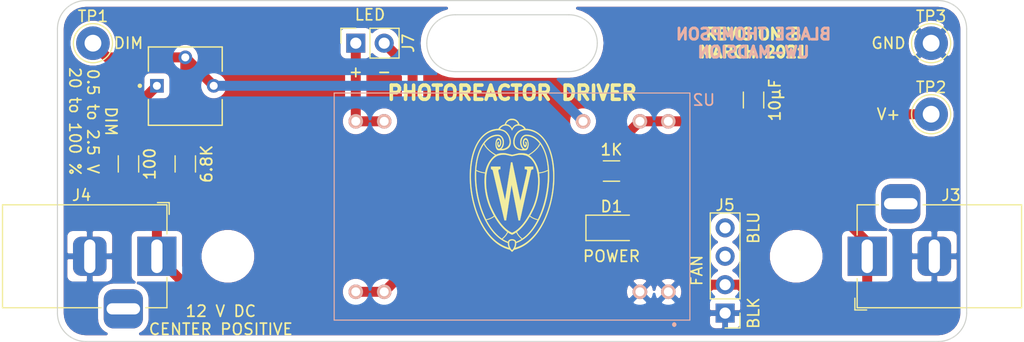
<source format=kicad_pcb>
(kicad_pcb (version 20171130) (host pcbnew 5.1.8+dfsg1-1+b1)

  (general
    (thickness 1.6)
    (drawings 33)
    (tracks 39)
    (zones 0)
    (modules 17)
    (nets 8)
  )

  (page USLetter)
  (title_block
    (title "Digital Photoreactor Driver")
    (date 2021-03-05)
    (rev B)
    (company "University of Wisconsin-Madison")
    (comment 1 "Department of Chemistry")
    (comment 2 "Gellman Group")
    (comment 3 "Philip Lampkin")
    (comment 4 plampkin@wisc.edu)
  )

  (layers
    (0 F.Cu signal)
    (31 B.Cu signal)
    (32 B.Adhes user)
    (33 F.Adhes user)
    (34 B.Paste user)
    (35 F.Paste user)
    (36 B.SilkS user)
    (37 F.SilkS user)
    (38 B.Mask user)
    (39 F.Mask user)
    (40 Dwgs.User user)
    (41 Cmts.User user)
    (42 Eco1.User user)
    (43 Eco2.User user)
    (44 Edge.Cuts user)
    (45 Margin user)
    (46 B.CrtYd user hide)
    (47 F.CrtYd user hide)
    (48 B.Fab user hide)
    (49 F.Fab user hide)
  )

  (setup
    (last_trace_width 0.889)
    (user_trace_width 0.381)
    (user_trace_width 0.889)
    (trace_clearance 0.381)
    (zone_clearance 0.508)
    (zone_45_only no)
    (trace_min 0.2)
    (via_size 0.8)
    (via_drill 0.4)
    (via_min_size 0.4)
    (via_min_drill 0.3)
    (uvia_size 0.3)
    (uvia_drill 0.1)
    (uvias_allowed no)
    (uvia_min_size 0.2)
    (uvia_min_drill 0.1)
    (edge_width 0.1)
    (segment_width 0.2)
    (pcb_text_width 0.3)
    (pcb_text_size 1.5 1.5)
    (mod_edge_width 0.15)
    (mod_text_size 1 1)
    (mod_text_width 0.15)
    (pad_size 1.524 1.524)
    (pad_drill 0.762)
    (pad_to_mask_clearance 0)
    (aux_axis_origin 0 0)
    (grid_origin 146.05 104.14)
    (visible_elements FFFFFF7F)
    (pcbplotparams
      (layerselection 0x010fc_ffffffff)
      (usegerberextensions false)
      (usegerberattributes true)
      (usegerberadvancedattributes true)
      (creategerberjobfile true)
      (excludeedgelayer false)
      (linewidth 0.100000)
      (plotframeref false)
      (viasonmask false)
      (mode 1)
      (useauxorigin false)
      (hpglpennumber 1)
      (hpglpenspeed 20)
      (hpglpendiameter 15.000000)
      (psnegative false)
      (psa4output false)
      (plotreference true)
      (plotvalue true)
      (plotinvisibletext false)
      (padsonsilk false)
      (subtractmaskfromsilk false)
      (outputformat 1)
      (mirror false)
      (drillshape 0)
      (scaleselection 1)
      (outputdirectory "gerber"))
  )

  (net 0 "")
  (net 1 GND)
  (net 2 +12V)
  (net 3 "Net-(D1-Pad2)")
  (net 4 "Net-(J7-Pad1)")
  (net 5 "Net-(J7-Pad2)")
  (net 6 "Net-(R2-Pad1)")
  (net 7 "Net-(R1-Pad2)")

  (net_class Default "This is the default net class."
    (clearance 0.381)
    (trace_width 0.889)
    (via_dia 0.8)
    (via_drill 0.4)
    (uvia_dia 0.3)
    (uvia_drill 0.1)
    (add_net +12V)
    (add_net GND)
    (add_net "Net-(D1-Pad2)")
    (add_net "Net-(J7-Pad1)")
    (add_net "Net-(J7-Pad2)")
    (add_net "Net-(R1-Pad2)")
    (add_net "Net-(R2-Pad1)")
  )

  (module TestPoint:TestPoint_THTPad_D3.0mm_Drill1.5mm (layer F.Cu) (tedit 5A0F774F) (tstamp 601204F7)
    (at 164.465 82.55)
    (descr "THT pad as test Point, diameter 3.0mm, hole diameter 1.5mm")
    (tags "test point THT pad")
    (path /6018DB07)
    (attr virtual)
    (fp_text reference TP3 (at 0 -2.398) (layer F.SilkS)
      (effects (font (size 1 1) (thickness 0.15)))
    )
    (fp_text value TestPoint (at 0 2.55) (layer F.Fab)
      (effects (font (size 1 1) (thickness 0.15)))
    )
    (fp_circle (center 0 0) (end 0 1.75) (layer F.SilkS) (width 0.12))
    (fp_circle (center 0 0) (end 2 0) (layer F.CrtYd) (width 0.05))
    (fp_text user %R (at 0 -2.4) (layer F.Fab)
      (effects (font (size 1 1) (thickness 0.15)))
    )
    (pad 1 thru_hole circle (at 0 0) (size 3 3) (drill 1.5) (layers *.Cu *.Mask)
      (net 1 GND))
  )

  (module TestPoint:TestPoint_THTPad_D3.0mm_Drill1.5mm (layer F.Cu) (tedit 5A0F774F) (tstamp 601204EF)
    (at 164.465 88.9)
    (descr "THT pad as test Point, diameter 3.0mm, hole diameter 1.5mm")
    (tags "test point THT pad")
    (path /6018D512)
    (attr virtual)
    (fp_text reference TP2 (at 0 -2.398) (layer F.SilkS)
      (effects (font (size 1 1) (thickness 0.15)))
    )
    (fp_text value TestPoint (at 0 2.55) (layer F.Fab)
      (effects (font (size 1 1) (thickness 0.15)))
    )
    (fp_circle (center 0 0) (end 0 1.75) (layer F.SilkS) (width 0.12))
    (fp_circle (center 0 0) (end 2 0) (layer F.CrtYd) (width 0.05))
    (fp_text user %R (at 0 -2.4) (layer F.Fab)
      (effects (font (size 1 1) (thickness 0.15)))
    )
    (pad 1 thru_hole circle (at 0 0) (size 3 3) (drill 1.5) (layers *.Cu *.Mask)
      (net 2 +12V))
  )

  (module TestPoint:TestPoint_THTPad_D3.0mm_Drill1.5mm (layer F.Cu) (tedit 5A0F774F) (tstamp 601204E7)
    (at 89.535 82.55)
    (descr "THT pad as test Point, diameter 3.0mm, hole diameter 1.5mm")
    (tags "test point THT pad")
    (path /6016771D)
    (attr virtual)
    (fp_text reference TP1 (at 0 -2.398) (layer F.SilkS)
      (effects (font (size 1 1) (thickness 0.15)))
    )
    (fp_text value TestPoint (at 0 2.55) (layer F.Fab)
      (effects (font (size 1 1) (thickness 0.15)))
    )
    (fp_circle (center 0 0) (end 0 1.75) (layer F.SilkS) (width 0.12))
    (fp_circle (center 0 0) (end 2 0) (layer F.CrtYd) (width 0.05))
    (fp_text user %R (at 0 -2.4) (layer F.Fab)
      (effects (font (size 1 1) (thickness 0.15)))
    )
    (pad 1 thru_hole circle (at 0 0) (size 3 3) (drill 1.5) (layers *.Cu *.Mask)
      (net 7 "Net-(R1-Pad2)"))
  )

  (module Resistor_SMD:R_1206_3216Metric_Pad1.30x1.75mm_HandSolder (layer F.Cu) (tedit 5F68FEEE) (tstamp 6011ED96)
    (at 92.71 93.345 270)
    (descr "Resistor SMD 1206 (3216 Metric), square (rectangular) end terminal, IPC_7351 nominal with elongated pad for handsoldering. (Body size source: IPC-SM-782 page 72, https://www.pcb-3d.com/wordpress/wp-content/uploads/ipc-sm-782a_amendment_1_and_2.pdf), generated with kicad-footprint-generator")
    (tags "resistor handsolder")
    (path /60156E27)
    (attr smd)
    (fp_text reference R2 (at 1.27 -1.905 90) (layer F.SilkS) hide
      (effects (font (size 1 1) (thickness 0.15)))
    )
    (fp_text value 100 (at 0 1.82 90) (layer F.Fab)
      (effects (font (size 1 1) (thickness 0.15)))
    )
    (fp_line (start 2.45 1.12) (end -2.45 1.12) (layer F.CrtYd) (width 0.05))
    (fp_line (start 2.45 -1.12) (end 2.45 1.12) (layer F.CrtYd) (width 0.05))
    (fp_line (start -2.45 -1.12) (end 2.45 -1.12) (layer F.CrtYd) (width 0.05))
    (fp_line (start -2.45 1.12) (end -2.45 -1.12) (layer F.CrtYd) (width 0.05))
    (fp_line (start -0.727064 0.91) (end 0.727064 0.91) (layer F.SilkS) (width 0.12))
    (fp_line (start -0.727064 -0.91) (end 0.727064 -0.91) (layer F.SilkS) (width 0.12))
    (fp_line (start 1.6 0.8) (end -1.6 0.8) (layer F.Fab) (width 0.1))
    (fp_line (start 1.6 -0.8) (end 1.6 0.8) (layer F.Fab) (width 0.1))
    (fp_line (start -1.6 -0.8) (end 1.6 -0.8) (layer F.Fab) (width 0.1))
    (fp_line (start -1.6 0.8) (end -1.6 -0.8) (layer F.Fab) (width 0.1))
    (fp_text user %R (at 0 0 90) (layer F.Fab)
      (effects (font (size 0.8 0.8) (thickness 0.12)))
    )
    (pad 2 smd roundrect (at 1.55 0 270) (size 1.3 1.75) (layers F.Cu F.Paste F.Mask) (roundrect_rratio 0.1923069230769231)
      (net 1 GND))
    (pad 1 smd roundrect (at -1.55 0 270) (size 1.3 1.75) (layers F.Cu F.Paste F.Mask) (roundrect_rratio 0.1923069230769231)
      (net 6 "Net-(R2-Pad1)"))
    (model ${KISYS3DMOD}/Resistor_SMD.3dshapes/R_1206_3216Metric.wrl
      (at (xyz 0 0 0))
      (scale (xyz 1 1 1))
      (rotate (xyz 0 0 0))
    )
  )

  (module Resistor_SMD:R_1206_3216Metric_Pad1.30x1.75mm_HandSolder (layer F.Cu) (tedit 5F68FEEE) (tstamp 6011ED85)
    (at 97.79 93.345 90)
    (descr "Resistor SMD 1206 (3216 Metric), square (rectangular) end terminal, IPC_7351 nominal with elongated pad for handsoldering. (Body size source: IPC-SM-782 page 72, https://www.pcb-3d.com/wordpress/wp-content/uploads/ipc-sm-782a_amendment_1_and_2.pdf), generated with kicad-footprint-generator")
    (tags "resistor handsolder")
    (path /6015726B)
    (attr smd)
    (fp_text reference R1 (at -1.27 1.905 90) (layer F.SilkS) hide
      (effects (font (size 1 1) (thickness 0.15)))
    )
    (fp_text value 6.8k (at 0 1.82 90) (layer F.Fab)
      (effects (font (size 1 1) (thickness 0.15)))
    )
    (fp_line (start 2.45 1.12) (end -2.45 1.12) (layer F.CrtYd) (width 0.05))
    (fp_line (start 2.45 -1.12) (end 2.45 1.12) (layer F.CrtYd) (width 0.05))
    (fp_line (start -2.45 -1.12) (end 2.45 -1.12) (layer F.CrtYd) (width 0.05))
    (fp_line (start -2.45 1.12) (end -2.45 -1.12) (layer F.CrtYd) (width 0.05))
    (fp_line (start -0.727064 0.91) (end 0.727064 0.91) (layer F.SilkS) (width 0.12))
    (fp_line (start -0.727064 -0.91) (end 0.727064 -0.91) (layer F.SilkS) (width 0.12))
    (fp_line (start 1.6 0.8) (end -1.6 0.8) (layer F.Fab) (width 0.1))
    (fp_line (start 1.6 -0.8) (end 1.6 0.8) (layer F.Fab) (width 0.1))
    (fp_line (start -1.6 -0.8) (end 1.6 -0.8) (layer F.Fab) (width 0.1))
    (fp_line (start -1.6 0.8) (end -1.6 -0.8) (layer F.Fab) (width 0.1))
    (fp_text user %R (at 0 0 90) (layer F.Fab)
      (effects (font (size 0.8 0.8) (thickness 0.12)))
    )
    (pad 2 smd roundrect (at 1.55 0 90) (size 1.3 1.75) (layers F.Cu F.Paste F.Mask) (roundrect_rratio 0.1923069230769231)
      (net 7 "Net-(R1-Pad2)"))
    (pad 1 smd roundrect (at -1.55 0 90) (size 1.3 1.75) (layers F.Cu F.Paste F.Mask) (roundrect_rratio 0.1923069230769231)
      (net 2 +12V))
    (model ${KISYS3DMOD}/Resistor_SMD.3dshapes/R_1206_3216Metric.wrl
      (at (xyz 0 0 0))
      (scale (xyz 1 1 1))
      (rotate (xyz 0 0 0))
    )
  )

  (module Capacitor_SMD:C_1206_3216Metric_Pad1.33x1.80mm_HandSolder (layer F.Cu) (tedit 5F68FEEF) (tstamp 6011E889)
    (at 148.59 87.63 270)
    (descr "Capacitor SMD 1206 (3216 Metric), square (rectangular) end terminal, IPC_7351 nominal with elongated pad for handsoldering. (Body size source: IPC-SM-782 page 76, https://www.pcb-3d.com/wordpress/wp-content/uploads/ipc-sm-782a_amendment_1_and_2.pdf), generated with kicad-footprint-generator")
    (tags "capacitor handsolder")
    (path /600F4EFC)
    (attr smd)
    (fp_text reference C2 (at 0 -1.85 90) (layer F.SilkS) hide
      (effects (font (size 1 1) (thickness 0.15)))
    )
    (fp_text value 10u (at 0 1.85 90) (layer F.Fab)
      (effects (font (size 1 1) (thickness 0.15)))
    )
    (fp_line (start -1.6 0.8) (end -1.6 -0.8) (layer F.Fab) (width 0.1))
    (fp_line (start -1.6 -0.8) (end 1.6 -0.8) (layer F.Fab) (width 0.1))
    (fp_line (start 1.6 -0.8) (end 1.6 0.8) (layer F.Fab) (width 0.1))
    (fp_line (start 1.6 0.8) (end -1.6 0.8) (layer F.Fab) (width 0.1))
    (fp_line (start -0.711252 -0.91) (end 0.711252 -0.91) (layer F.SilkS) (width 0.12))
    (fp_line (start -0.711252 0.91) (end 0.711252 0.91) (layer F.SilkS) (width 0.12))
    (fp_line (start -2.48 1.15) (end -2.48 -1.15) (layer F.CrtYd) (width 0.05))
    (fp_line (start -2.48 -1.15) (end 2.48 -1.15) (layer F.CrtYd) (width 0.05))
    (fp_line (start 2.48 -1.15) (end 2.48 1.15) (layer F.CrtYd) (width 0.05))
    (fp_line (start 2.48 1.15) (end -2.48 1.15) (layer F.CrtYd) (width 0.05))
    (fp_text user %R (at 0 0 90) (layer F.Fab)
      (effects (font (size 0.8 0.8) (thickness 0.12)))
    )
    (pad 1 smd roundrect (at -1.5625 0 270) (size 1.325 1.8) (layers F.Cu F.Paste F.Mask) (roundrect_rratio 0.1886777358490566)
      (net 1 GND))
    (pad 2 smd roundrect (at 1.5625 0 270) (size 1.325 1.8) (layers F.Cu F.Paste F.Mask) (roundrect_rratio 0.1886777358490566)
      (net 2 +12V))
    (model ${KISYS3DMOD}/Capacitor_SMD.3dshapes/C_1206_3216Metric.wrl
      (at (xyz 0 0 0))
      (scale (xyz 1 1 1))
      (rotate (xyz 0 0 0))
    )
  )

  (module footprints:TRIM_3362P-1-202TLF (layer F.Cu) (tedit 6011D7E3) (tstamp 6011E0DE)
    (at 97.79 86.36)
    (path /60152C38)
    (fp_text reference RV1 (at 0 0.635) (layer F.SilkS) hide
      (effects (font (size 1.002756 1.002756) (thickness 0.015)))
    )
    (fp_text value 2.2k (at 8.68646 4.67565) (layer F.Fab)
      (effects (font (size 1.002394 1.002394) (thickness 0.015)))
    )
    (fp_circle (center -4.064 0) (end -3.964 0) (layer F.SilkS) (width 0.2))
    (fp_line (start 3.3 3.53) (end -3.3 3.53) (layer F.SilkS) (width 0.127))
    (fp_line (start -3.3 3.53) (end -3.3 -3.47) (layer F.Fab) (width 0.127))
    (fp_line (start 3.3 3.53) (end -3.3 3.53) (layer F.Fab) (width 0.127))
    (fp_line (start 3.3 -3.47) (end 3.3 3.53) (layer F.Fab) (width 0.127))
    (fp_line (start -3.3 -3.47) (end 3.3 -3.47) (layer F.Fab) (width 0.127))
    (fp_line (start 3.55 -3.72) (end 3.55 3.78) (layer F.CrtYd) (width 0.05))
    (fp_line (start -3.55 -3.72) (end 3.55 -3.72) (layer F.CrtYd) (width 0.05))
    (fp_line (start -3.55 3.78) (end -3.55 -3.72) (layer F.CrtYd) (width 0.05))
    (fp_line (start 3.55 3.78) (end -3.55 3.78) (layer F.CrtYd) (width 0.05))
    (fp_line (start 3.3 1.235) (end 3.3 3.52) (layer F.SilkS) (width 0.127))
    (fp_line (start 3.3 -3.47) (end 3.3 -1.305) (layer F.SilkS) (width 0.127))
    (fp_line (start -3.3 -3.47) (end 3.3 -3.47) (layer F.SilkS) (width 0.127))
    (fp_line (start -3.3 -1.305) (end -3.3 -3.47) (layer F.SilkS) (width 0.127))
    (fp_line (start -3.3 3.52) (end -3.3 1.235) (layer F.SilkS) (width 0.127))
    (pad 1 thru_hole rect (at -2.54 0) (size 1.222 1.222) (drill 0.714) (layers *.Cu *.Mask)
      (net 6 "Net-(R2-Pad1)"))
    (pad 2 thru_hole circle (at 0 -2.54) (size 1.222 1.222) (drill 0.714) (layers *.Cu *.Mask)
      (net 7 "Net-(R1-Pad2)"))
    (pad 3 thru_hole circle (at 2.54 0) (size 1.222 1.222) (drill 0.714) (layers *.Cu *.Mask)
      (net 7 "Net-(R1-Pad2)"))
  )

  (module Resistor_SMD:R_1206_3216Metric_Pad1.30x1.75mm_HandSolder locked (layer F.Cu) (tedit 5F68FEEE) (tstamp 600B7714)
    (at 135.89 93.98)
    (descr "Resistor SMD 1206 (3216 Metric), square (rectangular) end terminal, IPC_7351 nominal with elongated pad for handsoldering. (Body size source: IPC-SM-782 page 72, https://www.pcb-3d.com/wordpress/wp-content/uploads/ipc-sm-782a_amendment_1_and_2.pdf), generated with kicad-footprint-generator")
    (tags "resistor handsolder")
    (path /60212114)
    (attr smd)
    (fp_text reference R5 (at 0 -1.905) (layer F.SilkS) hide
      (effects (font (size 1 1) (thickness 0.15)))
    )
    (fp_text value 1k (at 0 1.82) (layer F.Fab)
      (effects (font (size 1 1) (thickness 0.15)))
    )
    (fp_line (start 2.45 1.12) (end -2.45 1.12) (layer F.CrtYd) (width 0.05))
    (fp_line (start 2.45 -1.12) (end 2.45 1.12) (layer F.CrtYd) (width 0.05))
    (fp_line (start -2.45 -1.12) (end 2.45 -1.12) (layer F.CrtYd) (width 0.05))
    (fp_line (start -2.45 1.12) (end -2.45 -1.12) (layer F.CrtYd) (width 0.05))
    (fp_line (start -0.727064 0.91) (end 0.727064 0.91) (layer F.SilkS) (width 0.12))
    (fp_line (start -0.727064 -0.91) (end 0.727064 -0.91) (layer F.SilkS) (width 0.12))
    (fp_line (start 1.6 0.8) (end -1.6 0.8) (layer F.Fab) (width 0.1))
    (fp_line (start 1.6 -0.8) (end 1.6 0.8) (layer F.Fab) (width 0.1))
    (fp_line (start -1.6 -0.8) (end 1.6 -0.8) (layer F.Fab) (width 0.1))
    (fp_line (start -1.6 0.8) (end -1.6 -0.8) (layer F.Fab) (width 0.1))
    (fp_text user %R (at 0 0) (layer F.Fab)
      (effects (font (size 0.8 0.8) (thickness 0.12)))
    )
    (pad 2 smd roundrect (at 1.55 0) (size 1.3 1.75) (layers F.Cu F.Paste F.Mask) (roundrect_rratio 0.1923069230769231)
      (net 3 "Net-(D1-Pad2)"))
    (pad 1 smd roundrect (at -1.55 0) (size 1.3 1.75) (layers F.Cu F.Paste F.Mask) (roundrect_rratio 0.1923069230769231)
      (net 2 +12V))
    (model ${KISYS3DMOD}/Resistor_SMD.3dshapes/R_1206_3216Metric.wrl
      (at (xyz 0 0 0))
      (scale (xyz 1 1 1))
      (rotate (xyz 0 0 0))
    )
  )

  (module footprints:logo locked (layer F.Cu) (tedit 0) (tstamp 60097ED7)
    (at 127 95.25)
    (fp_text reference G*** (at 0 0) (layer F.SilkS) hide
      (effects (font (size 1.524 1.524) (thickness 0.3)))
    )
    (fp_text value LOGO (at 0.75 0) (layer F.SilkS) hide
      (effects (font (size 1.524 1.524) (thickness 0.3)))
    )
    (fp_poly (pts (xy -0.009503 -2.052159) (xy 0.007933 -2.051512) (xy 0.018683 -2.050132) (xy 0.024481 -2.047773)
      (xy 0.027064 -2.04419) (xy 0.027312 -2.04343) (xy 0.028537 -2.037834) (xy 0.031761 -2.022654)
      (xy 0.036909 -1.998256) (xy 0.043904 -1.965001) (xy 0.05267 -1.923254) (xy 0.063132 -1.873377)
      (xy 0.075213 -1.815733) (xy 0.088838 -1.750686) (xy 0.10393 -1.6786) (xy 0.120413 -1.599836)
      (xy 0.138212 -1.51476) (xy 0.157251 -1.423733) (xy 0.177452 -1.327119) (xy 0.198742 -1.225281)
      (xy 0.221043 -1.118583) (xy 0.244279 -1.007387) (xy 0.268375 -0.892058) (xy 0.293255 -0.772957)
      (xy 0.318842 -0.650449) (xy 0.345061 -0.524897) (xy 0.371835 -0.396664) (xy 0.383589 -0.34036)
      (xy 0.410596 -0.211006) (xy 0.437087 -0.084142) (xy 0.462985 0.039867) (xy 0.488216 0.160656)
      (xy 0.512702 0.27786) (xy 0.536367 0.391114) (xy 0.559134 0.500053) (xy 0.580927 0.604311)
      (xy 0.601671 0.703524) (xy 0.621288 0.797327) (xy 0.639702 0.885354) (xy 0.656836 0.967241)
      (xy 0.672615 1.042622) (xy 0.686963 1.111133) (xy 0.699801 1.172408) (xy 0.711055 1.226083)
      (xy 0.720648 1.271792) (xy 0.728504 1.30917) (xy 0.734545 1.337853) (xy 0.738697 1.357475)
      (xy 0.740882 1.367671) (xy 0.741196 1.36906) (xy 0.743609 1.377405) (xy 0.745499 1.37862)
      (xy 0.747792 1.371715) (xy 0.75071 1.3589) (xy 0.75233 1.351781) (xy 0.75614 1.335185)
      (xy 0.762042 1.309532) (xy 0.76994 1.275243) (xy 0.779736 1.23274) (xy 0.791332 1.182445)
      (xy 0.804633 1.124777) (xy 0.81954 1.06016) (xy 0.835956 0.989013) (xy 0.853785 0.911758)
      (xy 0.872928 0.828816) (xy 0.893289 0.740609) (xy 0.91477 0.647558) (xy 0.937275 0.550084)
      (xy 0.960706 0.448609) (xy 0.984965 0.343553) (xy 1.009956 0.235338) (xy 1.035582 0.124385)
      (xy 1.054338 0.04318) (xy 1.085751 -0.092815) (xy 1.114958 -0.219268) (xy 1.142035 -0.336542)
      (xy 1.167057 -0.444995) (xy 1.1901 -0.544988) (xy 1.211241 -0.636881) (xy 1.230555 -0.721034)
      (xy 1.248118 -0.797807) (xy 1.264006 -0.86756) (xy 1.278294 -0.930653) (xy 1.29106 -0.987447)
      (xy 1.302378 -1.0383) (xy 1.312324 -1.083574) (xy 1.320974 -1.123629) (xy 1.328405 -1.158823)
      (xy 1.334692 -1.189518) (xy 1.339911 -1.216074) (xy 1.344137 -1.23885) (xy 1.347448 -1.258207)
      (xy 1.349918 -1.274505) (xy 1.351623 -1.288103) (xy 1.35264 -1.299362) (xy 1.353043 -1.308643)
      (xy 1.35291 -1.316303) (xy 1.352316 -1.322705) (xy 1.351337 -1.328208) (xy 1.350049 -1.333172)
      (xy 1.348527 -1.337958) (xy 1.346847 -1.342924) (xy 1.346602 -1.34366) (xy 1.331641 -1.374343)
      (xy 1.309555 -1.39782) (xy 1.280449 -1.414028) (xy 1.244424 -1.422902) (xy 1.21666 -1.424712)
      (xy 1.193898 -1.424322) (xy 1.172022 -1.423081) (xy 1.155471 -1.421249) (xy 1.15443 -1.42107)
      (xy 1.13284 -1.4172) (xy 1.13284 -1.67132) (xy 1.89484 -1.67132) (xy 1.89484 -1.54305)
      (xy 1.894841 -1.41478) (xy 1.84277 -1.41478) (xy 1.818094 -1.414515) (xy 1.800598 -1.413367)
      (xy 1.787312 -1.41081) (xy 1.775263 -1.406317) (xy 1.764345 -1.400885) (xy 1.735022 -1.379942)
      (xy 1.712361 -1.351427) (xy 1.707445 -1.342591) (xy 1.705974 -1.33693) (xy 1.702384 -1.321663)
      (xy 1.696745 -1.297106) (xy 1.689126 -1.263574) (xy 1.679599 -1.221382) (xy 1.668233 -1.170846)
      (xy 1.655099 -1.112281) (xy 1.640267 -1.046003) (xy 1.623807 -0.972327) (xy 1.605788 -0.891568)
      (xy 1.586282 -0.804042) (xy 1.565359 -0.710064) (xy 1.543088 -0.60995) (xy 1.51954 -0.504015)
      (xy 1.494785 -0.392574) (xy 1.468893 -0.275944) (xy 1.441935 -0.154438) (xy 1.41398 -0.028374)
      (xy 1.385099 0.101935) (xy 1.355362 0.236172) (xy 1.324838 0.374022) (xy 1.293599 0.51517)
      (xy 1.261715 0.6593) (xy 1.229255 0.806096) (xy 1.209009 0.897689) (xy 1.176237 1.045968)
      (xy 1.144011 1.191776) (xy 1.1124 1.334797) (xy 1.081474 1.474715) (xy 1.051303 1.611215)
      (xy 1.021956 1.743982) (xy 0.993504 1.8727) (xy 0.966016 1.997055) (xy 0.939561 2.116729)
      (xy 0.91421 2.231409) (xy 0.890032 2.340779) (xy 0.867097 2.444522) (xy 0.845475 2.542325)
      (xy 0.825235 2.633871) (xy 0.806447 2.718845) (xy 0.789181 2.796931) (xy 0.773507 2.867815)
      (xy 0.759494 2.93118) (xy 0.747212 2.986712) (xy 0.73673 3.034094) (xy 0.72812 3.073012)
      (xy 0.721449 3.10315) (xy 0.716789 3.124193) (xy 0.714208 3.135825) (xy 0.713684 3.13817)
      (xy 0.712204 3.142781) (xy 0.709192 3.145949) (xy 0.702978 3.147944) (xy 0.691893 3.149036)
      (xy 0.674265 3.149498) (xy 0.648425 3.149599) (xy 0.643218 3.1496) (xy 0.57543 3.1496)
      (xy 0.567226 3.10769) (xy 0.565605 3.099376) (xy 0.562123 3.081482) (xy 0.556855 3.054402)
      (xy 0.549879 3.018527) (xy 0.541269 2.974253) (xy 0.531104 2.921971) (xy 0.519459 2.862075)
      (xy 0.506411 2.794958) (xy 0.492036 2.721014) (xy 0.476411 2.640636) (xy 0.459612 2.554217)
      (xy 0.441716 2.46215) (xy 0.422799 2.364828) (xy 0.402937 2.262646) (xy 0.382207 2.155995)
      (xy 0.360685 2.045269) (xy 0.338448 1.930862) (xy 0.315573 1.813167) (xy 0.292135 1.692577)
      (xy 0.268211 1.569485) (xy 0.258903 1.521596) (xy 0.234903 1.398128) (xy 0.211395 1.277246)
      (xy 0.188456 1.15933) (xy 0.166159 1.044759) (xy 0.144579 0.933914) (xy 0.123789 0.827174)
      (xy 0.103863 0.72492) (xy 0.084877 0.627532) (xy 0.066904 0.535389) (xy 0.050018 0.448872)
      (xy 0.034294 0.36836) (xy 0.019805 0.294234) (xy 0.006627 0.226873) (xy -0.005168 0.166658)
      (xy -0.015504 0.113968) (xy -0.024307 0.069183) (xy -0.031504 0.032684) (xy -0.03702 0.004851)
      (xy -0.04078 -0.013938) (xy -0.042712 -0.0233) (xy -0.042963 -0.024337) (xy -0.043105 -0.024947)
      (xy -0.043145 -0.026125) (xy -0.043134 -0.027525) (xy -0.043127 -0.028801) (xy -0.043178 -0.029607)
      (xy -0.043338 -0.029597) (xy -0.043663 -0.028426) (xy -0.044205 -0.025747) (xy -0.045018 -0.021215)
      (xy -0.046155 -0.014485) (xy -0.047669 -0.005209) (xy -0.049614 0.006957) (xy -0.052044 0.022359)
      (xy -0.055011 0.041344) (xy -0.058569 0.064257) (xy -0.062771 0.091444) (xy -0.067671 0.12325)
      (xy -0.073322 0.160022) (xy -0.079778 0.202105) (xy -0.087092 0.249846) (xy -0.095317 0.303589)
      (xy -0.104507 0.363681) (xy -0.114716 0.430468) (xy -0.125995 0.504295) (xy -0.1384 0.585509)
      (xy -0.151982 0.674454) (xy -0.166797 0.771478) (xy -0.182896 0.876925) (xy -0.200334 0.991141)
      (xy -0.219164 1.114473) (xy -0.239439 1.247267) (xy -0.254157 1.34366) (xy -0.272199 1.461816)
      (xy -0.290093 1.578998) (xy -0.30776 1.694688) (xy -0.325121 1.808368) (xy -0.342098 1.919522)
      (xy -0.35861 2.027632) (xy -0.374579 2.132182) (xy -0.389927 2.232654) (xy -0.404573 2.328531)
      (xy -0.41844 2.419296) (xy -0.431447 2.504432) (xy -0.443517 2.583421) (xy -0.45457 2.655748)
      (xy -0.464526 2.720893) (xy -0.473308 2.778342) (xy -0.480836 2.827575) (xy -0.487031 2.868077)
      (xy -0.491814 2.89933) (xy -0.493771 2.91211) (xy -0.530159 3.1496) (xy -0.680329 3.1496)
      (xy -0.685389 3.13055) (xy -0.686869 3.124372) (xy -0.690579 3.108617) (xy -0.696446 3.083601)
      (xy -0.704394 3.049642) (xy -0.71435 3.007057) (xy -0.726239 2.956164) (xy -0.739989 2.89728)
      (xy -0.755525 2.830723) (xy -0.772772 2.75681) (xy -0.791657 2.675858) (xy -0.812106 2.588185)
      (xy -0.834045 2.494109) (xy -0.857399 2.393946) (xy -0.882096 2.288014) (xy -0.90806 2.176631)
      (xy -0.935218 2.060113) (xy -0.963495 1.938779) (xy -0.992818 1.812946) (xy -1.023113 1.682931)
      (xy -1.054306 1.549052) (xy -1.086322 1.411625) (xy -1.119088 1.270969) (xy -1.152529 1.127401)
      (xy -1.186573 0.981238) (xy -1.203914 0.90678) (xy -1.238248 0.759367) (xy -1.272027 0.614363)
      (xy -1.305177 0.472086) (xy -1.337623 0.332855) (xy -1.36929 0.196988) (xy -1.400104 0.064805)
      (xy -1.429992 -0.063377) (xy -1.458877 -0.187239) (xy -1.486687 -0.306461) (xy -1.513346 -0.420726)
      (xy -1.538781 -0.529714) (xy -1.562916 -0.633107) (xy -1.585678 -0.730587) (xy -1.606991 -0.821834)
      (xy -1.626783 -0.90653) (xy -1.644977 -0.984357) (xy -1.6615 -1.054995) (xy -1.676278 -1.118126)
      (xy -1.689235 -1.173431) (xy -1.700299 -1.220592) (xy -1.709393 -1.25929) (xy -1.716444 -1.289206)
      (xy -1.721378 -1.310022) (xy -1.724119 -1.321418) (xy -1.724642 -1.323477) (xy -1.738473 -1.354061)
      (xy -1.760843 -1.380652) (xy -1.79061 -1.402331) (xy -1.82663 -1.41818) (xy -1.850396 -1.424434)
      (xy -1.88214 -1.430906) (xy -1.884864 -1.67132) (xy -1.03632 -1.67132) (xy -1.03632 -1.427591)
      (xy -1.081306 -1.430784) (xy -1.103962 -1.432089) (xy -1.11997 -1.431847) (xy -1.13278 -1.429605)
      (xy -1.145847 -1.424907) (xy -1.15424 -1.421183) (xy -1.18151 -1.404133) (xy -1.202031 -1.380757)
      (xy -1.216088 -1.350492) (xy -1.223967 -1.312778) (xy -1.225983 -1.28016) (xy -1.225939 -1.275202)
      (xy -1.225625 -1.269426) (xy -1.224957 -1.262468) (xy -1.223853 -1.253962) (xy -1.222232 -1.243542)
      (xy -1.220009 -1.230843) (xy -1.217104 -1.2155) (xy -1.213434 -1.197147) (xy -1.208915 -1.175418)
      (xy -1.203466 -1.149948) (xy -1.197005 -1.120371) (xy -1.189448 -1.086322) (xy -1.180714 -1.047436)
      (xy -1.17072 -1.003346) (xy -1.159383 -0.953687) (xy -1.146621 -0.898094) (xy -1.132352 -0.836201)
      (xy -1.116493 -0.767642) (xy -1.098962 -0.692053) (xy -1.079677 -0.609067) (xy -1.058554 -0.518319)
      (xy -1.035511 -0.419444) (xy -1.010467 -0.312075) (xy -0.983338 -0.195848) (xy -0.954042 -0.070396)
      (xy -0.928105 0.04064) (xy -0.901968 0.152496) (xy -0.876413 0.261806) (xy -0.851539 0.368153)
      (xy -0.827444 0.471122) (xy -0.804224 0.570296) (xy -0.781978 0.665258) (xy -0.760804 0.755594)
      (xy -0.7408 0.840886) (xy -0.722062 0.920718) (xy -0.704689 0.994675) (xy -0.688778 1.062341)
      (xy -0.674428 1.123298) (xy -0.661736 1.177131) (xy -0.650799 1.223425) (xy -0.641716 1.261762)
      (xy -0.634585 1.291726) (xy -0.629502 1.312902) (xy -0.626566 1.324873) (xy -0.625852 1.327527)
      (xy -0.62476 1.323356) (xy -0.622168 1.30943) (xy -0.618122 1.286033) (xy -0.612668 1.253453)
      (xy -0.60585 1.211976) (xy -0.597713 1.161888) (xy -0.588304 1.103474) (xy -0.577667 1.037022)
      (xy -0.565847 0.962816) (xy -0.552891 0.881144) (xy -0.538843 0.792292) (xy -0.523748 0.696545)
      (xy -0.507652 0.59419) (xy -0.4906 0.485512) (xy -0.472637 0.370799) (xy -0.453809 0.250336)
      (xy -0.434161 0.124409) (xy -0.413739 -0.006696) (xy -0.392586 -0.142692) (xy -0.37075 -0.283294)
      (xy -0.363727 -0.328553) (xy -0.343714 -0.457556) (xy -0.324077 -0.584118) (xy -0.304874 -0.707862)
      (xy -0.286165 -0.82841) (xy -0.268008 -0.945385) (xy -0.250462 -1.058407) (xy -0.233585 -1.167101)
      (xy -0.217436 -1.271088) (xy -0.202075 -1.369991) (xy -0.187558 -1.463431) (xy -0.173946 -1.551032)
      (xy -0.161297 -1.632415) (xy -0.14967 -1.707203) (xy -0.139122 -1.775018) (xy -0.129714 -1.835482)
      (xy -0.121503 -1.888219) (xy -0.114549 -1.93285) (xy -0.10891 -1.968997) (xy -0.104644 -1.996283)
      (xy -0.101811 -2.01433) (xy -0.100469 -2.02276) (xy -0.10041 -2.02311) (xy -0.095435 -2.05232)
      (xy -0.03536 -2.05232) (xy -0.009503 -2.052159)) (layer F.SilkS) (width 0.01))
    (fp_poly (pts (xy 0.027014 -5.946009) (xy 0.072375 -5.943948) (xy 0.113794 -5.94022) (xy 0.148483 -5.93485)
      (xy 0.151395 -5.934241) (xy 0.230635 -5.912503) (xy 0.304009 -5.882562) (xy 0.37183 -5.844215)
      (xy 0.434414 -5.797261) (xy 0.492077 -5.741496) (xy 0.538895 -5.685111) (xy 0.560962 -5.65338)
      (xy 0.583934 -5.616121) (xy 0.606332 -5.576086) (xy 0.626682 -5.536028) (xy 0.643506 -5.498699)
      (xy 0.654383 -5.469803) (xy 0.65984 -5.453891) (xy 0.664296 -5.442286) (xy 0.666434 -5.438033)
      (xy 0.672382 -5.435867) (xy 0.685301 -5.43276) (xy 0.698942 -5.430041) (xy 0.739191 -5.420618)
      (xy 0.784524 -5.406563) (xy 0.831659 -5.389008) (xy 0.877314 -5.369085) (xy 0.881541 -5.367069)
      (xy 0.954134 -5.327705) (xy 1.021352 -5.282286) (xy 1.082191 -5.2317) (xy 1.135644 -5.176831)
      (xy 1.180704 -5.118567) (xy 1.201778 -5.084993) (xy 1.224618 -5.045395) (xy 1.279059 -5.042254)
      (xy 1.385529 -5.034225) (xy 1.484491 -5.022674) (xy 1.578105 -5.007197) (xy 1.668531 -4.987393)
      (xy 1.757931 -4.962857) (xy 1.830719 -4.939361) (xy 1.961526 -4.889124) (xy 2.088777 -4.829501)
      (xy 2.212356 -4.760666) (xy 2.332152 -4.682791) (xy 2.448049 -4.596051) (xy 2.559933 -4.500619)
      (xy 2.667691 -4.396668) (xy 2.771209 -4.28437) (xy 2.870372 -4.163901) (xy 2.965067 -4.035432)
      (xy 3.05518 -3.899138) (xy 3.140596 -3.755191) (xy 3.221201 -3.603765) (xy 3.296883 -3.445033)
      (xy 3.367526 -3.279169) (xy 3.433017 -3.106346) (xy 3.493241 -2.926737) (xy 3.548085 -2.740515)
      (xy 3.597435 -2.547854) (xy 3.641177 -2.348928) (xy 3.679196 -2.143908) (xy 3.682619 -2.12344)
      (xy 3.699612 -2.016122) (xy 3.714818 -1.909768) (xy 3.728415 -1.8027) (xy 3.740581 -1.693246)
      (xy 3.751495 -1.579728) (xy 3.761334 -1.460472) (xy 3.770276 -1.333802) (xy 3.775515 -1.24968)
      (xy 3.777014 -1.217947) (xy 3.77832 -1.177275) (xy 3.779431 -1.128886) (xy 3.78035 -1.074)
      (xy 3.781074 -1.013836) (xy 3.781606 -0.949616) (xy 3.781943 -0.88256) (xy 3.782087 -0.813888)
      (xy 3.782038 -0.744821) (xy 3.781795 -0.676578) (xy 3.781358 -0.61038) (xy 3.780728 -0.547447)
      (xy 3.779904 -0.489001) (xy 3.778887 -0.43626) (xy 3.777676 -0.390445) (xy 3.776271 -0.352777)
      (xy 3.775521 -0.33782) (xy 3.760706 -0.109746) (xy 3.742134 0.110657) (xy 3.719574 0.325248)
      (xy 3.692797 0.535882) (xy 3.661575 0.744418) (xy 3.625677 0.952712) (xy 3.598562 1.09474)
      (xy 3.54392 1.352528) (xy 3.483133 1.605889) (xy 3.416343 1.854551) (xy 3.34369 2.098243)
      (xy 3.265316 2.336694) (xy 3.181363 2.569632) (xy 3.091971 2.796785) (xy 2.997284 3.017883)
      (xy 2.897441 3.232653) (xy 2.792585 3.440825) (xy 2.682856 3.642126) (xy 2.568397 3.836286)
      (xy 2.449349 4.023033) (xy 2.325853 4.202096) (xy 2.198051 4.373202) (xy 2.066084 4.536082)
      (xy 1.930094 4.690462) (xy 1.790222 4.836073) (xy 1.64661 4.972641) (xy 1.520289 5.082593)
      (xy 1.383014 5.19166) (xy 1.241799 5.293264) (xy 1.097294 5.387063) (xy 0.950149 5.472714)
      (xy 0.801014 5.549876) (xy 0.65054 5.618204) (xy 0.499377 5.677358) (xy 0.348174 5.726995)
      (xy 0.240991 5.756312) (xy 0.177344 5.772251) (xy 0.161635 5.795083) (xy 0.144591 5.818346)
      (xy 0.12432 5.843671) (xy 0.102624 5.86902) (xy 0.081308 5.892358) (xy 0.062175 5.911647)
      (xy 0.047028 5.92485) (xy 0.046183 5.925479) (xy 0.023935 5.939595) (xy 0.005278 5.94582)
      (xy -0.012043 5.94457) (xy -0.025819 5.938815) (xy -0.039009 5.929444) (xy -0.056697 5.913706)
      (xy -0.077247 5.89333) (xy -0.099018 5.870045) (xy -0.120372 5.845582) (xy -0.13967 5.821669)
      (xy -0.14986 5.807911) (xy -0.162635 5.790384) (xy -0.172254 5.779308) (xy -0.181229 5.772702)
      (xy -0.192076 5.768586) (xy -0.2032 5.765887) (xy -0.227923 5.759853) (xy -0.260084 5.751219)
      (xy -0.297497 5.740636) (xy -0.337976 5.728759) (xy -0.379334 5.716241) (xy -0.419386 5.703736)
      (xy -0.455945 5.691897) (xy -0.486826 5.681377) (xy -0.491738 5.679629) (xy -0.657169 5.614883)
      (xy -0.819721 5.540418) (xy -0.979341 5.456275) (xy -1.135977 5.362493) (xy -1.289578 5.259114)
      (xy -1.44009 5.146177) (xy -1.587463 5.023722) (xy -1.731643 4.89179) (xy -1.872578 4.75042)
      (xy -2.010217 4.599654) (xy -2.144506 4.439531) (xy -2.210281 4.3561) (xy -2.335605 4.187017)
      (xy -2.457423 4.00887) (xy -2.575411 3.822241) (xy -2.689246 3.627715) (xy -2.798603 3.425873)
      (xy -2.90316 3.217302) (xy -3.002593 3.002583) (xy -3.096577 2.7823) (xy -3.131711 2.69494)
      (xy -3.232075 2.428042) (xy -3.324365 2.15571) (xy -3.408491 1.878589) (xy -3.484368 1.597325)
      (xy -3.551907 1.312562) (xy -3.611022 1.024947) (xy -3.661624 0.735126) (xy -3.703627 0.443744)
      (xy -3.736942 0.151446) (xy -3.761483 -0.141121) (xy -3.777162 -0.433312) (xy -3.783453 -0.705538)
      (xy -3.673713 -0.705538) (xy -3.671178 -0.540616) (xy -3.666007 -0.378636) (xy -3.658207 -0.222147)
      (xy -3.654756 -0.16764) (xy -3.629382 0.139241) (xy -3.594658 0.443647) (xy -3.550652 0.74527)
      (xy -3.497433 1.043805) (xy -3.43507 1.338945) (xy -3.363633 1.630384) (xy -3.283189 1.917816)
      (xy -3.193808 2.200935) (xy -3.095558 2.479434) (xy -3.009316 2.701931) (xy -2.944043 2.857947)
      (xy -2.873614 3.015661) (xy -2.799086 3.172941) (xy -2.721512 3.327656) (xy -2.641949 3.477674)
      (xy -2.561451 3.620864) (xy -2.517015 3.696182) (xy -2.400193 3.883112) (xy -2.279583 4.061375)
      (xy -2.155281 4.230884) (xy -2.027384 4.391555) (xy -1.895989 4.543304) (xy -1.761193 4.686046)
      (xy -1.623093 4.819697) (xy -1.481786 4.944171) (xy -1.337368 5.059386) (xy -1.189937 5.165255)
      (xy -1.039589 5.261695) (xy -0.886422 5.34862) (xy -0.730533 5.425947) (xy -0.572017 5.493591)
      (xy -0.410973 5.551467) (xy -0.377957 5.562023) (xy -0.350619 5.570486) (xy -0.326448 5.577788)
      (xy -0.307203 5.583411) (xy -0.294643 5.586839) (xy -0.290762 5.587656) (xy -0.287612 5.585383)
      (xy -0.289503 5.576908) (xy -0.292791 5.56895) (xy -0.303253 5.543084) (xy -0.314991 5.510389)
      (xy -0.327029 5.473943) (xy -0.338394 5.436824) (xy -0.348111 5.402111) (xy -0.355205 5.372883)
      (xy -0.355902 5.36956) (xy -0.360734 5.341076) (xy -0.365067 5.306556) (xy -0.368436 5.270119)
      (xy -0.370097 5.243042) (xy -0.37311 5.175868) (xy -0.263095 5.175868) (xy -0.262837 5.220783)
      (xy -0.262663 5.22478) (xy -0.253573 5.311631) (xy -0.234536 5.398713) (xy -0.205736 5.485497)
      (xy -0.167358 5.57146) (xy -0.119587 5.656074) (xy -0.101133 5.684601) (xy -0.075674 5.721751)
      (xy -0.054266 5.750462) (xy -0.036083 5.771208) (xy -0.020301 5.784465) (xy -0.006093 5.790707)
      (xy 0.007365 5.790408) (xy 0.020899 5.784043) (xy 0.035334 5.772087) (xy 0.04104 5.766369)
      (xy 0.058353 5.746242) (xy 0.078748 5.719034) (xy 0.100884 5.686807) (xy 0.12342 5.651627)
      (xy 0.145014 5.615558) (xy 0.164324 5.580663) (xy 0.173723 5.562235) (xy 0.203997 5.493853)
      (xy 0.229291 5.42286) (xy 0.248108 5.353495) (xy 0.249129 5.348877) (xy 0.256248 5.307133)
      (xy 0.260882 5.26044) (xy 0.263034 5.211358) (xy 0.262707 5.162448) (xy 0.259904 5.11627)
      (xy 0.254628 5.075385) (xy 0.248779 5.048745) (xy 0.238121 5.027399) (xy 0.218756 5.006104)
      (xy 0.192095 4.985838) (xy 0.159549 4.967578) (xy 0.122527 4.952301) (xy 0.09906 4.945055)
      (xy 0.080157 4.941112) (xy 0.055259 4.937526) (xy 0.028527 4.934852) (xy 0.016653 4.934075)
      (xy -0.028475 4.934554) (xy -0.072822 4.940308) (xy -0.115061 4.950741) (xy -0.153865 4.965259)
      (xy -0.187906 4.983267) (xy -0.215859 5.00417) (xy -0.236395 5.027373) (xy -0.248188 5.052282)
      (xy -0.248346 5.052869) (xy -0.255563 5.088474) (xy -0.260575 5.13062) (xy -0.263095 5.175868)
      (xy -0.37311 5.175868) (xy -0.37338 5.169864) (xy -0.459409 5.135256) (xy -0.604078 5.071754)
      (xy -0.747061 4.998378) (xy -0.888112 4.91531) (xy -1.026984 4.822733) (xy -1.037208 4.815097)
      (xy -0.838788 4.815097) (xy -0.837274 4.818565) (xy -0.827269 4.826102) (xy -0.80956 4.837446)
      (xy -0.785514 4.851829) (xy -0.756498 4.868483) (xy -0.72388 4.886639) (xy -0.689026 4.905529)
      (xy -0.653305 4.924384) (xy -0.618082 4.942437) (xy -0.60706 4.947958) (xy -0.578468 4.961918)
      (xy -0.546992 4.976819) (xy -0.514077 4.992026) (xy -0.481168 5.006903) (xy -0.449708 5.020815)
      (xy -0.421141 5.033124) (xy -0.396913 5.043195) (xy -0.378466 5.050392) (xy -0.367245 5.054079)
      (xy -0.365299 5.054422) (xy -0.362628 5.050025) (xy -0.358943 5.038521) (xy -0.356315 5.02793)
      (xy -0.342084 4.987272) (xy -0.318707 4.950049) (xy -0.286732 4.916653) (xy -0.246706 4.887474)
      (xy -0.199176 4.862904) (xy -0.144689 4.843332) (xy -0.083793 4.829151) (xy -0.0762 4.82785)
      (xy -0.022519 4.822661) (xy 0.033329 4.823953) (xy 0.089522 4.831256) (xy 0.144237 4.8441)
      (xy 0.195652 4.862013) (xy 0.241944 4.884526) (xy 0.28129 4.911169) (xy 0.295672 4.923828)
      (xy 0.318311 4.949554) (xy 0.337647 4.979093) (xy 0.351848 5.009244) (xy 0.358667 5.033893)
      (xy 0.361164 5.046718) (xy 0.363446 5.053984) (xy 0.364044 5.0546) (xy 0.372258 5.052515)
      (xy 0.388243 5.046667) (xy 0.410599 5.037666) (xy 0.437924 5.026122) (xy 0.468818 5.012645)
      (xy 0.501881 4.997845) (xy 0.535713 4.982332) (xy 0.568913 4.966715) (xy 0.5969 4.953173)
      (xy 0.628547 4.937288) (xy 0.662414 4.919719) (xy 0.69714 4.901227) (xy 0.731369 4.882571)
      (xy 0.763741 4.864513) (xy 0.792899 4.847812) (xy 0.817483 4.83323) (xy 0.836137 4.821527)
      (xy 0.8475 4.813462) (xy 0.849256 4.811895) (xy 0.847459 4.807148) (xy 0.83923 4.798037)
      (xy 0.826231 4.786345) (xy 0.822942 4.783641) (xy 0.762409 4.731521) (xy 0.700954 4.672794)
      (xy 0.640569 4.609641) (xy 0.583245 4.544242) (xy 0.530976 4.478777) (xy 0.485752 4.415428)
      (xy 0.483463 4.41198) (xy 0.471811 4.393465) (xy 0.457818 4.36986) (xy 0.442503 4.343036)
      (xy 0.426882 4.314863) (xy 0.411973 4.287213) (xy 0.398795 4.261958) (xy 0.388365 4.240969)
      (xy 0.381701 4.226117) (xy 0.380341 4.222386) (xy 0.375405 4.221949) (xy 0.362832 4.227877)
      (xy 0.34255 4.240208) (xy 0.322442 4.253542) (xy 0.290622 4.27435) (xy 0.255391 4.296019)
      (xy 0.218026 4.317886) (xy 0.179806 4.339286) (xy 0.142008 4.359556) (xy 0.10591 4.378033)
      (xy 0.072791 4.394052) (xy 0.043928 4.406951) (xy 0.0206 4.416065) (xy 0.004083 4.42073)
      (xy -0.000433 4.421204) (xy -0.011994 4.418736) (xy -0.030962 4.411681) (xy -0.056052 4.400715)
      (xy -0.085981 4.386513) (xy -0.119463 4.369752) (xy -0.155216 4.351107) (xy -0.191954 4.331254)
      (xy -0.228393 4.310867) (xy -0.26325 4.290624) (xy -0.29524 4.2712) (xy -0.323078 4.25327)
      (xy -0.334581 4.245398) (xy -0.366902 4.222725) (xy -0.401099 4.290342) (xy -0.445267 4.369312)
      (xy -0.498171 4.449398) (xy -0.558692 4.529233) (xy -0.625713 4.607453) (xy -0.698117 4.682694)
      (xy -0.774785 4.753592) (xy -0.794094 4.770146) (xy -0.814928 4.788053) (xy -0.828687 4.800802)
      (xy -0.836322 4.80946) (xy -0.838788 4.815097) (xy -1.037208 4.815097) (xy -1.16343 4.72083)
      (xy -1.297204 4.609783) (xy -1.428059 4.489776) (xy -1.555749 4.360992) (xy -1.664205 4.2418)
      (xy -1.793445 4.08719) (xy -1.918665 3.92343) (xy -2.039738 3.750752) (xy -2.156538 3.569391)
      (xy -2.268939 3.379579) (xy -2.376815 3.181551) (xy -2.404498 3.1263) (xy -2.277705 3.1263)
      (xy -2.275074 3.133153) (xy -2.268099 3.147587) (xy -2.257458 3.168351) (xy -2.24383 3.194195)
      (xy -2.227895 3.22387) (xy -2.21033 3.256124) (xy -2.191817 3.289707) (xy -2.173032 3.32337)
      (xy -2.154655 3.35586) (xy -2.137366 3.38593) (xy -2.128256 3.401509) (xy -2.029009 3.564428)
      (xy -1.928635 3.718012) (xy -1.826523 3.863076) (xy -1.722065 4.00043) (xy -1.61465 4.130887)
      (xy -1.503668 4.255261) (xy -1.42748 4.335113) (xy -1.320014 4.440949) (xy -1.213764 4.537749)
      (xy -1.10772 4.62639) (xy -1.000867 4.707749) (xy -0.978509 4.723793) (xy -0.953283 4.741508)
      (xy -0.934894 4.753824) (xy -0.922052 4.761441) (xy -0.913471 4.765061) (xy -0.907862 4.765386)
      (xy -0.904849 4.763904) (xy -0.897771 4.758226) (xy -0.884793 4.747636) (xy -0.867836 4.733705)
      (xy -0.8509 4.719727) (xy -0.832404 4.703743) (xy -0.808934 4.682426) (xy -0.782588 4.657739)
      (xy -0.755462 4.631646) (xy -0.731441 4.607905) (xy -0.661425 4.53409) (xy -0.600271 4.461871)
      (xy -0.54708 4.390037) (xy -0.500948 4.317376) (xy -0.463252 4.247309) (xy -0.429579 4.179158)
      (xy -0.444333 4.168569) (xy -0.453243 4.161867) (xy -0.46839 4.15015) (xy -0.488073 4.134744)
      (xy -0.510593 4.116979) (xy -0.526143 4.10464) (xy -0.632771 4.015045) (xy -0.739748 3.915703)
      (xy -0.846753 3.807006) (xy -0.953463 3.689343) (xy -1.059556 3.563106) (xy -1.164709 3.428686)
      (xy -1.268599 3.286473) (xy -1.370906 3.136858) (xy -1.471304 2.980233) (xy -1.521454 2.89814)
      (xy -1.537996 2.870689) (xy -1.552841 2.846183) (xy -1.56517 2.825966) (xy -1.574164 2.811379)
      (xy -1.579002 2.803765) (xy -1.579519 2.803044) (xy -1.584564 2.804363) (xy -1.595461 2.81097)
      (xy -1.610277 2.821628) (xy -1.61808 2.827714) (xy -1.694625 2.883366) (xy -1.77989 2.935183)
      (xy -1.873037 2.982775) (xy -1.973228 3.025752) (xy -2.079624 3.063724) (xy -2.191388 3.0963)
      (xy -2.19964 3.098432) (xy -2.231014 3.106725) (xy -2.253472 3.113316) (xy -2.268046 3.118573)
      (xy -2.275768 3.122865) (xy -2.277705 3.1263) (xy -2.404498 3.1263) (xy -2.480038 2.975539)
      (xy -2.578483 2.761778) (xy -2.672022 2.5405) (xy -2.760531 2.31194) (xy -2.843881 2.07633)
      (xy -2.855434 2.041887) (xy -2.944344 1.75957) (xy -3.023916 1.474332) (xy -3.094196 1.185918)
      (xy -3.155235 0.894075) (xy -3.207079 0.59855) (xy -3.249777 0.299091) (xy -3.283377 -0.004557)
      (xy -3.307927 -0.312646) (xy -3.309993 -0.34544) (xy -3.312472 -0.392721) (xy -3.314683 -0.448552)
      (xy -3.31661 -0.511327) (xy -3.318239 -0.579438) (xy -3.319552 -0.651279) (xy -3.320536 -0.725244)
      (xy -3.321174 -0.799725) (xy -3.321332 -0.841973) (xy -3.209194 -0.841973) (xy -3.209048 -0.788059)
      (xy -3.208726 -0.736514) (xy -3.208221 -0.688478) (xy -3.207527 -0.645089) (xy -3.206638 -0.607486)
      (xy -3.205955 -0.58674) (xy -3.190077 -0.286854) (xy -3.165274 0.010769) (xy -3.131629 0.305784)
      (xy -3.089222 0.597845) (xy -3.038137 0.886607) (xy -2.978456 1.171725) (xy -2.91026 1.452853)
      (xy -2.833633 1.729646) (xy -2.748655 2.001759) (xy -2.655409 2.268846) (xy -2.553978 2.530562)
      (xy -2.444444 2.786562) (xy -2.360204 2.96799) (xy -2.344827 2.999367) (xy -2.332861 3.022212)
      (xy -2.323807 3.037367) (xy -2.317163 3.045676) (xy -2.312748 3.048) (xy -2.304731 3.046791)
      (xy -2.288935 3.043473) (xy -2.267415 3.038508) (xy -2.242221 3.032358) (xy -2.233477 3.030154)
      (xy -2.125946 2.999723) (xy -2.023644 2.964525) (xy -1.927412 2.924949) (xy -1.838094 2.88139)
      (xy -1.756532 2.834237) (xy -1.683571 2.783885) (xy -1.654537 2.760922) (xy -1.619973 2.732364)
      (xy -1.641502 2.693332) (xy -1.670717 2.640111) (xy -1.696992 2.591632) (xy -1.721552 2.545552)
      (xy -1.745623 2.49953) (xy -1.770431 2.451222) (xy -1.797201 2.398287) (xy -1.825418 2.34188)
      (xy -1.87316 2.244946) (xy -1.916217 2.155014) (xy -1.955274 2.07046) (xy -1.991016 1.989661)
      (xy -2.024127 1.910992) (xy -2.055294 1.832831) (xy -2.0852 1.753554) (xy -2.11453 1.671536)
      (xy -2.141488 1.59258) (xy -2.214857 1.359193) (xy -2.278555 1.126055) (xy -2.332781 0.892148)
      (xy -2.377738 0.656454) (xy -2.413628 0.417955) (xy -2.44065 0.175631) (xy -2.453754 0.0127)
      (xy -2.457533 -0.05235) (xy -2.460512 -0.124107) (xy -2.46269 -0.200782) (xy -2.464066 -0.280584)
      (xy -2.464114 -0.28748) (xy -2.323122 -0.28748) (xy -2.319237 -0.134067) (xy -2.311313 0.02108)
      (xy -2.299349 0.176444) (xy -2.298299 0.18796) (xy -2.275639 0.392471) (xy -2.245413 0.598128)
      (xy -2.207933 0.803734) (xy -2.163508 1.008091) (xy -2.112449 1.210001) (xy -2.055066 1.408268)
      (xy -1.99167 1.601694) (xy -1.922572 1.789081) (xy -1.848082 1.969233) (xy -1.820209 2.031638)
      (xy -1.730118 2.222834) (xy -1.636355 2.409349) (xy -1.539376 2.59041) (xy -1.439636 2.765245)
      (xy -1.337593 2.933082) (xy -1.2337 3.09315) (xy -1.128414 3.244677) (xy -1.022191 3.386891)
      (xy -1.013138 3.39852) (xy -0.931864 3.498966) (xy -0.846924 3.597123) (xy -0.759613 3.691653)
      (xy -0.671224 3.781222) (xy -0.583053 3.864491) (xy -0.496394 3.940127) (xy -0.457931 3.97156)
      (xy -0.424792 3.997068) (xy -0.385743 4.025545) (xy -0.343017 4.055486) (xy -0.298845 4.085383)
      (xy -0.255459 4.113732) (xy -0.215093 4.139027) (xy -0.179977 4.159762) (xy -0.173882 4.163173)
      (xy -0.149094 4.176482) (xy -0.121651 4.190539) (xy -0.093221 4.204563) (xy -0.065474 4.217774)
      (xy -0.04008 4.229391) (xy -0.018709 4.238635) (xy -0.00303 4.244724) (xy 0.005223 4.24688)
      (xy 0.011928 4.244696) (xy 0.026235 4.238593) (xy 0.046683 4.229244) (xy 0.071812 4.217321)
      (xy 0.100161 4.203497) (xy 0.10937 4.198933) (xy 0.155786 4.174876) (xy 0.441963 4.174876)
      (xy 0.444085 4.180428) (xy 0.449917 4.193371) (xy 0.458663 4.211995) (xy 0.469524 4.234586)
      (xy 0.474278 4.24434) (xy 0.521362 4.330364) (xy 0.578243 4.415947) (xy 0.645019 4.501214)
      (xy 0.721786 4.586292) (xy 0.78486 4.64899) (xy 0.800865 4.663913) (xy 0.819944 4.681209)
      (xy 0.840652 4.699623) (xy 0.861539 4.717903) (xy 0.881161 4.734796) (xy 0.898068 4.749049)
      (xy 0.910815 4.759409) (xy 0.917953 4.764622) (xy 0.918834 4.765) (xy 0.923565 4.762293)
      (xy 0.93447 4.755063) (xy 0.949466 4.744702) (xy 0.954394 4.741232) (xy 1.093013 4.637271)
      (xy 1.228432 4.523744) (xy 1.360565 4.400753) (xy 1.489326 4.268404) (xy 1.614629 4.1268)
      (xy 1.736388 3.976045) (xy 1.854517 3.816244) (xy 1.968932 3.6475) (xy 2.079545 3.469917)
      (xy 2.186271 3.283599) (xy 2.239799 3.184066) (xy 2.276473 3.114392) (xy 2.262186 3.111183)
      (xy 2.16506 3.086449) (xy 2.069168 3.056365) (xy 1.975901 3.021554) (xy 1.886654 2.982639)
      (xy 1.80282 2.940243) (xy 1.725792 2.89499) (xy 1.656964 2.847501) (xy 1.635844 2.83109)
      (xy 1.617245 2.81675) (xy 1.601405 2.805628) (xy 1.589997 2.798826) (xy 1.584698 2.797445)
      (xy 1.584692 2.797451) (xy 1.581012 2.802844) (xy 1.57292 2.815665) (xy 1.561211 2.834619)
      (xy 1.546684 2.858411) (xy 1.530134 2.885746) (xy 1.521145 2.90068) (xy 1.460575 2.99905)
      (xy 1.395521 3.100208) (xy 1.327681 3.201657) (xy 1.258751 3.3009) (xy 1.190429 3.395441)
      (xy 1.131581 3.473515) (xy 1.042153 3.585753) (xy 0.950316 3.693723) (xy 0.856971 3.796495)
      (xy 0.763015 3.893141) (xy 0.669349 3.982733) (xy 0.576872 4.064342) (xy 0.49607 4.129682)
      (xy 0.476198 4.145263) (xy 0.459609 4.158729) (xy 0.447785 4.168841) (xy 0.442208 4.174362)
      (xy 0.441963 4.174876) (xy 0.155786 4.174876) (xy 0.178722 4.162989) (xy 0.243389 4.126263)
      (xy 0.3057 4.087245) (xy 0.367988 4.04442) (xy 0.432585 3.996277) (xy 0.4826 3.956855)
      (xy 0.591519 3.864166) (xy 0.70007 3.76156) (xy 0.808078 3.64928) (xy 0.915364 3.527566)
      (xy 1.021754 3.396662) (xy 1.12707 3.256808) (xy 1.231136 3.108247) (xy 1.333775 2.951219)
      (xy 1.434811 2.785968) (xy 1.469777 2.724941) (xy 1.624286 2.724941) (xy 1.643993 2.741856)
      (xy 1.721772 2.802342) (xy 1.808353 2.857853) (xy 1.903659 2.908351) (xy 2.007611 2.953799)
      (xy 2.120132 2.994157) (xy 2.224303 3.024931) (xy 2.249435 3.031476) (xy 2.271895 3.036942)
      (xy 2.289407 3.040799) (xy 2.29969 3.04252) (xy 2.300344 3.042558) (xy 2.304788 3.041761)
      (xy 2.309482 3.038342) (xy 2.315113 3.031172) (xy 2.322373 3.019125) (xy 2.331948 3.001072)
      (xy 2.344529 2.975886) (xy 2.358052 2.948126) (xy 2.419951 2.815865) (xy 2.481705 2.675227)
      (xy 2.5426 2.527978) (xy 2.601925 2.375882) (xy 2.658965 2.220708) (xy 2.703201 2.093389)
      (xy 2.795384 1.805269) (xy 2.878474 1.512822) (xy 2.952412 1.216364) (xy 3.017139 0.916213)
      (xy 3.072599 0.612688) (xy 3.118732 0.306106) (xy 3.155481 -0.003214) (xy 3.182787 -0.314955)
      (xy 3.200321 -0.6223) (xy 3.201245 -0.648993) (xy 3.202086 -0.682457) (xy 3.202839 -0.721627)
      (xy 3.203501 -0.76544) (xy 3.204069 -0.812832) (xy 3.20454 -0.862741) (xy 3.204911 -0.914101)
      (xy 3.205176 -0.965851) (xy 3.205335 -1.016926) (xy 3.205382 -1.066262) (xy 3.205315 -1.112796)
      (xy 3.205131 -1.155465) (xy 3.204825 -1.193204) (xy 3.204394 -1.22495) (xy 3.203836 -1.24964)
      (xy 3.203146 -1.266211) (xy 3.202396 -1.27336) (xy 3.200662 -1.278268) (xy 3.197541 -1.280434)
      (xy 3.191193 -1.279494) (xy 3.17978 -1.275086) (xy 3.161463 -1.266844) (xy 3.155475 -1.26409)
      (xy 3.017113 -1.205957) (xy 2.875121 -1.157239) (xy 2.730063 -1.118099) (xy 2.582504 -1.088697)
      (xy 2.502227 -1.076958) (xy 2.474857 -1.073397) (xy 2.451332 -1.070216) (xy 2.433359 -1.067657)
      (xy 2.422647 -1.065961) (xy 2.420388 -1.065434) (xy 2.4207 -1.060261) (xy 2.42217 -1.046875)
      (xy 2.424577 -1.027131) (xy 2.427702 -1.002881) (xy 2.428784 -0.994717) (xy 2.446208 -0.840196)
      (xy 2.458329 -0.678298) (xy 2.465149 -0.510311) (xy 2.466672 -0.337523) (xy 2.462902 -0.161221)
      (xy 2.453841 0.017308) (xy 2.439493 0.196776) (xy 2.425384 0.3302) (xy 2.396835 0.54183)
      (xy 2.360804 0.753478) (xy 2.317603 0.963989) (xy 2.267544 1.172211) (xy 2.210936 1.376989)
      (xy 2.148091 1.577169) (xy 2.079321 1.771598) (xy 2.004935 1.959121) (xy 1.955581 2.07264)
      (xy 1.939413 2.107786) (xy 1.91935 2.150191) (xy 1.89615 2.198341) (xy 1.870571 2.250721)
      (xy 1.843372 2.305815) (xy 1.815309 2.36211) (xy 1.787142 2.418089) (xy 1.759629 2.47224)
      (xy 1.733527 2.523045) (xy 1.709595 2.568992) (xy 1.688592 2.608565) (xy 1.673484 2.63628)
      (xy 1.624286 2.724941) (xy 1.469777 2.724941) (xy 1.534067 2.612735) (xy 1.631366 2.431761)
      (xy 1.711773 2.2733) (xy 1.754129 2.186835) (xy 1.792113 2.107538) (xy 1.826422 2.033774)
      (xy 1.857755 1.963907) (xy 1.88681 1.896301) (xy 1.914287 1.829321) (xy 1.940884 1.761331)
      (xy 1.9673 1.690695) (xy 1.994232 1.615779) (xy 2.001842 1.594154) (xy 2.061644 1.412896)
      (xy 2.115764 1.227101) (xy 2.164094 1.037705) (xy 2.206529 0.845642) (xy 2.242964 0.651849)
      (xy 2.273293 0.457259) (xy 2.29741 0.26281) (xy 2.315211 0.069434) (xy 2.326588 -0.121931)
      (xy 2.331438 -0.310351) (xy 2.329654 -0.494891) (xy 2.32113 -0.674615) (xy 2.305761 -0.848589)
      (xy 2.290881 -0.966403) (xy 2.264018 -1.12971) (xy 2.231113 -1.286448) (xy 2.192269 -1.436423)
      (xy 2.147585 -1.579442) (xy 2.097164 -1.715311) (xy 2.041106 -1.843838) (xy 1.979512 -1.96483)
      (xy 1.912484 -2.078092) (xy 1.840123 -2.183433) (xy 1.762529 -2.280659) (xy 1.679806 -2.369577)
      (xy 1.592052 -2.449994) (xy 1.49937 -2.521716) (xy 1.46304 -2.546546) (xy 1.396368 -2.586415)
      (xy 1.324871 -2.621057) (xy 1.247656 -2.650771) (xy 1.163827 -2.675852) (xy 1.1113 -2.687783)
      (xy 1.532658 -2.687783) (xy 1.53441 -2.683082) (xy 1.542764 -2.674341) (xy 1.55599 -2.663334)
      (xy 1.558058 -2.661768) (xy 1.653321 -2.584485) (xy 1.745004 -2.498174) (xy 1.832727 -2.403453)
      (xy 1.916108 -2.300939) (xy 1.994764 -2.191248) (xy 2.068315 -2.074998) (xy 2.136377 -1.952806)
      (xy 2.19857 -1.825287) (xy 2.254511 -1.693061) (xy 2.303819 -1.556742) (xy 2.346112 -1.416948)
      (xy 2.35913 -1.367535) (xy 2.365425 -1.341934) (xy 2.372372 -1.312409) (xy 2.379598 -1.28069)
      (xy 2.38673 -1.248507) (xy 2.393395 -1.217592) (xy 2.39922 -1.189675) (xy 2.403831 -1.166487)
      (xy 2.406855 -1.149757) (xy 2.40792 -1.141284) (xy 2.412652 -1.141004) (xy 2.425686 -1.142027)
      (xy 2.445282 -1.144131) (xy 2.469695 -1.147095) (xy 2.497184 -1.150699) (xy 2.526007 -1.15472)
      (xy 2.554421 -1.158938) (xy 2.580684 -1.163131) (xy 2.58318 -1.163549) (xy 2.643655 -1.175099)
      (xy 2.709998 -1.190155) (xy 2.778892 -1.207874) (xy 2.847024 -1.22741) (xy 2.90068 -1.244421)
      (xy 2.93913 -1.257767) (xy 2.980778 -1.273163) (xy 3.023589 -1.289778) (xy 3.065528 -1.306781)
      (xy 3.10456 -1.323342) (xy 3.138651 -1.33863) (xy 3.165764 -1.351815) (xy 3.17246 -1.355359)
      (xy 3.19786 -1.369175) (xy 3.196295 -1.412298) (xy 3.195394 -1.431504) (xy 3.193855 -1.458275)
      (xy 3.19184 -1.490049) (xy 3.189512 -1.524261) (xy 3.187322 -1.55448) (xy 3.168234 -1.762333)
      (xy 3.142486 -1.965041) (xy 3.110174 -2.162298) (xy 3.071389 -2.353796) (xy 3.026226 -2.539229)
      (xy 2.974778 -2.718288) (xy 2.917138 -2.890667) (xy 2.8534 -3.056059) (xy 2.783657 -3.214155)
      (xy 2.708003 -3.36465) (xy 2.62653 -3.507235) (xy 2.56385 -3.60553) (xy 2.54907 -3.627411)
      (xy 2.536251 -3.645917) (xy 2.526442 -3.659569) (xy 2.520696 -3.666884) (xy 2.519715 -3.667714)
      (xy 2.51663 -3.663389) (xy 2.510474 -3.651821) (xy 2.502302 -3.635048) (xy 2.497393 -3.624483)
      (xy 2.464749 -3.560451) (xy 2.423876 -3.492709) (xy 2.375537 -3.422279) (xy 2.320496 -3.350182)
      (xy 2.259514 -3.277439) (xy 2.193355 -3.205072) (xy 2.153987 -3.164748) (xy 2.042427 -3.059252)
      (xy 1.923388 -2.958564) (xy 1.796205 -2.862164) (xy 1.660215 -2.769528) (xy 1.614883 -2.74069)
      (xy 1.589637 -2.724812) (xy 1.567332 -2.71064) (xy 1.549418 -2.699106) (xy 1.537349 -2.691145)
      (xy 1.532658 -2.687783) (xy 1.1113 -2.687783) (xy 1.07249 -2.696598) (xy 0.972751 -2.713306)
      (xy 0.9525 -2.716085) (xy 0.915053 -2.719956) (xy 0.870417 -2.722791) (xy 0.820935 -2.724588)
      (xy 0.768949 -2.725346) (xy 0.716804 -2.725062) (xy 0.666841 -2.723736) (xy 0.621405 -2.721364)
      (xy 0.582839 -2.717947) (xy 0.57044 -2.716368) (xy 0.511998 -2.7072) (xy 0.450159 -2.695683)
      (xy 0.383112 -2.681446) (xy 0.309046 -2.664119) (xy 0.2794 -2.656826) (xy 0.218535 -2.641898)
      (xy 0.166284 -2.629641) (xy 0.121502 -2.619895) (xy 0.083042 -2.612502) (xy 0.049761 -2.607304)
      (xy 0.020512 -2.604141) (xy -0.005848 -2.602855) (xy -0.030465 -2.603288) (xy -0.054484 -2.60528)
      (xy -0.073918 -2.607872) (xy -0.092038 -2.611127) (xy -0.118231 -2.616524) (xy -0.150732 -2.623665)
      (xy -0.187777 -2.632151) (xy -0.227602 -2.641584) (xy -0.268442 -2.651566) (xy -0.278295 -2.654024)
      (xy -0.355046 -2.672759) (xy -0.4236 -2.688369) (xy -0.485362 -2.70105) (xy -0.541739 -2.710997)
      (xy -0.594134 -2.718407) (xy -0.643953 -2.723476) (xy -0.692602 -2.726399) (xy -0.741485 -2.727373)
      (xy -0.792007 -2.726592) (xy -0.797509 -2.726415) (xy -0.902826 -2.71981) (xy -1.005151 -2.70734)
      (xy -1.102971 -2.68928) (xy -1.194775 -2.665908) (xy -1.275394 -2.638901) (xy -1.356512 -2.603068)
      (xy -1.437413 -2.557603) (xy -1.517475 -2.503027) (xy -1.596076 -2.439861) (xy -1.672596 -2.368624)
      (xy -1.746412 -2.289838) (xy -1.816903 -2.204023) (xy -1.85348 -2.154787) (xy -1.921413 -2.052432)
      (xy -1.984747 -1.941488) (xy -2.043288 -1.82252) (xy -2.096843 -1.696093) (xy -2.145219 -1.562773)
      (xy -2.188223 -1.423125) (xy -2.225661 -1.277715) (xy -2.257341 -1.127109) (xy -2.283068 -0.971871)
      (xy -2.298262 -0.85344) (xy -2.310536 -0.72214) (xy -2.318771 -0.583034) (xy -2.322966 -0.437642)
      (xy -2.323122 -0.28748) (xy -2.464114 -0.28748) (xy -2.464641 -0.361722) (xy -2.464414 -0.442406)
      (xy -2.463384 -0.520844) (xy -2.461552 -0.595247) (xy -2.458918 -0.663824) (xy -2.45548 -0.724783)
      (xy -2.45387 -0.74676) (xy -2.450556 -0.786206) (xy -2.446679 -0.828309) (xy -2.442423 -0.871391)
      (xy -2.437975 -0.913773) (xy -2.433518 -0.953775) (xy -2.429237 -0.989719) (xy -2.425318 -1.019926)
      (xy -2.421944 -1.042716) (xy -2.420226 -1.052298) (xy -2.419254 -1.059637) (xy -2.421489 -1.063983)
      (xy -2.429045 -1.066552) (xy -2.444036 -1.068561) (xy -2.449544 -1.069155) (xy -2.482193 -1.07313)
      (xy -2.521597 -1.078693) (xy -2.564702 -1.085347) (xy -2.608457 -1.092594) (xy -2.649808 -1.099936)
      (xy -2.685704 -1.106878) (xy -2.701191 -1.110161) (xy -2.775153 -1.128051) (xy -2.851417 -1.149341)
      (xy -2.927772 -1.173279) (xy -3.002009 -1.199109) (xy -3.07192 -1.226077) (xy -3.135293 -1.253431)
      (xy -3.170558 -1.270365) (xy -3.199135 -1.284748) (xy -3.2023 -1.260864) (xy -3.20358 -1.245899)
      (xy -3.204745 -1.221913) (xy -3.20579 -1.190047) (xy -3.206707 -1.151437) (xy -3.207491 -1.107224)
      (xy -3.208135 -1.058547) (xy -3.208633 -1.006544) (xy -3.20898 -0.952355) (xy -3.209169 -0.897119)
      (xy -3.209194 -0.841973) (xy -3.321332 -0.841973) (xy -3.32145 -0.873116) (xy -3.321349 -0.94381)
      (xy -3.320857 -1.010201) (xy -3.319956 -1.070681) (xy -3.318632 -1.123645) (xy -3.317754 -1.14808)
      (xy -3.305725 -1.366487) (xy -3.196709 -1.366487) (xy -3.133785 -1.33644) (xy -3.020157 -1.286425)
      (xy -2.903137 -1.243425) (xy -2.78163 -1.207136) (xy -2.654541 -1.177255) (xy -2.520776 -1.153477)
      (xy -2.43078 -1.141276) (xy -2.418737 -1.139732) (xy -2.411827 -1.138682) (xy -2.408039 -1.14232)
      (xy -2.405653 -1.14935) (xy -2.403718 -1.158876) (xy -2.400387 -1.175803) (xy -2.396163 -1.197553)
      (xy -2.392488 -1.21666) (xy -2.376795 -1.290085) (xy -2.356909 -1.369469) (xy -2.33368 -1.451953)
      (xy -2.307959 -1.534678) (xy -2.280596 -1.614783) (xy -2.252442 -1.68941) (xy -2.250155 -1.695123)
      (xy -2.233121 -1.735544) (xy -2.212159 -1.782234) (xy -2.188485 -1.832703) (xy -2.163318 -1.884459)
      (xy -2.137873 -1.935011) (xy -2.113368 -1.981869) (xy -2.091021 -2.02254) (xy -2.085431 -2.032282)
      (xy -2.019562 -2.139073) (xy -1.948317 -2.242065) (xy -1.872645 -2.340135) (xy -1.793493 -2.432158)
      (xy -1.711811 -2.517012) (xy -1.628548 -2.593572) (xy -1.573128 -2.63906) (xy -1.552439 -2.655368)
      (xy -1.534918 -2.669463) (xy -1.521983 -2.68018) (xy -1.515057 -2.686352) (xy -1.514279 -2.68732)
      (xy -1.518228 -2.690811) (xy -1.52906 -2.698014) (xy -1.54481 -2.707652) (xy -1.553273 -2.712615)
      (xy -1.578233 -2.72765) (xy -1.609622 -2.747465) (xy -1.645655 -2.77086) (xy -1.684547 -2.796636)
      (xy -1.724515 -2.823591) (xy -1.763774 -2.850527) (xy -1.800539 -2.876242) (xy -1.833026 -2.899536)
      (xy -1.85166 -2.913304) (xy -1.947425 -2.988224) (xy -2.038662 -3.065588) (xy -2.124718 -3.144686)
      (xy -2.204937 -3.224808) (xy -2.278665 -3.305246) (xy -2.345246 -3.385288) (xy -2.404025 -3.464226)
      (xy -2.454348 -3.541351) (xy -2.489903 -3.604794) (xy -2.519858 -3.662931) (xy -2.567381 -3.590416)
      (xy -2.648617 -3.458276) (xy -2.724799 -3.317604) (xy -2.795823 -3.168741) (xy -2.861585 -3.012028)
      (xy -2.92198 -2.847805) (xy -2.976904 -2.676413) (xy -3.026253 -2.498193) (xy -3.069923 -2.313487)
      (xy -3.10781 -2.122633) (xy -3.13981 -1.925974) (xy -3.165817 -1.723851) (xy -3.179661 -1.5875)
      (xy -3.182939 -1.550653) (xy -3.186129 -1.513328) (xy -3.189023 -1.478075) (xy -3.19141 -1.447442)
      (xy -3.193085 -1.423976) (xy -3.193269 -1.421114) (xy -3.196709 -1.366487) (xy -3.305725 -1.366487)
      (xy -3.305012 -1.379431) (xy -3.285894 -1.604743) (xy -3.260451 -1.823821) (xy -3.228734 -2.036465)
      (xy -3.190793 -2.24248) (xy -3.146679 -2.441666) (xy -3.096442 -2.633827) (xy -3.040133 -2.818766)
      (xy -2.977802 -2.996284) (xy -2.909501 -3.166185) (xy -2.835278 -3.32827) (xy -2.755185 -3.482342)
      (xy -2.693416 -3.58902) (xy -2.611586 -3.716433) (xy -2.601768 -3.730012) (xy -2.461391 -3.730012)
      (xy -2.460969 -3.726957) (xy -2.454519 -3.709819) (xy -2.44359 -3.686078) (xy -2.429219 -3.657661)
      (xy -2.412445 -3.626495) (xy -2.394308 -3.594509) (xy -2.375844 -3.563628) (xy -2.358092 -3.535782)
      (xy -2.357472 -3.53485) (xy -2.288944 -3.439529) (xy -2.210848 -3.344773) (xy -2.123774 -3.251118)
      (xy -2.028314 -3.1591) (xy -1.92506 -3.069256) (xy -1.814602 -2.982121) (xy -1.697532 -2.898232)
      (xy -1.574442 -2.818126) (xy -1.55194 -2.804301) (xy -1.527085 -2.789061) (xy -1.502844 -2.774017)
      (xy -1.481792 -2.760779) (xy -1.466507 -2.750958) (xy -1.464988 -2.749956) (xy -1.438996 -2.732737)
      (xy -1.34843 -2.768581) (xy -1.289506 -2.791383) (xy -1.237597 -2.810163) (xy -1.190627 -2.825437)
      (xy -1.14652 -2.837719) (xy -1.103199 -2.847523) (xy -1.058589 -2.855364) (xy -1.010613 -2.861755)
      (xy -0.957194 -2.867213) (xy -0.946479 -2.868167) (xy -0.894987 -2.871687) (xy -0.840557 -2.87366)
      (xy -0.785458 -2.874121) (xy -0.731958 -2.873104) (xy -0.682324 -2.870643) (xy -0.638824 -2.866774)
      (xy -0.61207 -2.863051) (xy -0.598098 -2.860384) (xy -0.575381 -2.85567) (xy -0.545073 -2.849165)
      (xy -0.508326 -2.841121) (xy -0.466292 -2.831795) (xy -0.420124 -2.821439) (xy -0.370973 -2.810309)
      (xy -0.319993 -2.798659) (xy -0.30981 -2.796319) (xy -0.246966 -2.781906) (xy -0.193127 -2.769674)
      (xy -0.147412 -2.75946) (xy -0.10894 -2.751105) (xy -0.076828 -2.744446) (xy -0.050196 -2.739323)
      (xy -0.028162 -2.735574) (xy -0.009846 -2.733039) (xy 0.005635 -2.731555) (xy 0.019162 -2.730962)
      (xy 0.031616 -2.731098) (xy 0.04318 -2.731751) (xy 0.054175 -2.733375) (xy 0.073938 -2.737167)
      (xy 0.101364 -2.742883) (xy 0.135351 -2.750279) (xy 0.174795 -2.759111) (xy 0.218593 -2.769136)
      (xy 0.265644 -2.780109) (xy 0.314843 -2.791786) (xy 0.3175 -2.792422) (xy 0.367127 -2.804278)
      (xy 0.414933 -2.815627) (xy 0.45977 -2.826202) (xy 0.50049 -2.835736) (xy 0.535947 -2.843962)
      (xy 0.564994 -2.850612) (xy 0.586483 -2.855419) (xy 0.599268 -2.858114) (xy 0.59944 -2.858147)
      (xy 0.632538 -2.862888) (xy 0.674125 -2.866281) (xy 0.722623 -2.868346) (xy 0.776452 -2.869102)
      (xy 0.834033 -2.86857) (xy 0.893789 -2.866768) (xy 0.95414 -2.863717) (xy 1.013508 -2.859436)
      (xy 1.070313 -2.853946) (xy 1.086637 -2.852064) (xy 1.178115 -2.837817) (xy 1.262334 -2.817771)
      (xy 1.340626 -2.791552) (xy 1.408936 -2.761473) (xy 1.46284 -2.734819) (xy 1.53279 -2.77844)
      (xy 1.646095 -2.851667) (xy 1.750835 -2.924845) (xy 1.84853 -2.999148) (xy 1.940701 -3.075753)
      (xy 2.028869 -3.155835) (xy 2.061782 -3.187563) (xy 2.138223 -3.265403) (xy 2.20839 -3.342918)
      (xy 2.271794 -3.419453) (xy 2.327945 -3.494356) (xy 2.376355 -3.566972) (xy 2.416533 -3.636648)
      (xy 2.447992 -3.70273) (xy 2.44867 -3.704349) (xy 2.465006 -3.743478) (xy 2.420306 -3.798329)
      (xy 2.397243 -3.825342) (xy 2.368365 -3.857159) (xy 2.335252 -3.892198) (xy 2.299488 -3.928879)
      (xy 2.262654 -3.965622) (xy 2.226332 -4.000846) (xy 2.192105 -4.032971) (xy 2.161555 -4.060415)
      (xy 2.138745 -4.07962) (xy 2.03976 -4.153477) (xy 1.938321 -4.218062) (xy 1.834758 -4.273243)
      (xy 1.729401 -4.318889) (xy 1.622581 -4.354868) (xy 1.514629 -4.38105) (xy 1.405876 -4.397302)
      (xy 1.325823 -4.402832) (xy 1.26933 -4.403308) (xy 1.220549 -4.400158) (xy 1.177542 -4.392927)
      (xy 1.138369 -4.381163) (xy 1.10109 -4.364411) (xy 1.063767 -4.342217) (xy 1.062162 -4.341155)
      (xy 1.014997 -4.303832) (xy 0.972258 -4.257691) (xy 0.934267 -4.203207) (xy 0.901352 -4.140858)
      (xy 0.873835 -4.071121) (xy 0.869685 -4.058465) (xy 0.850345 -3.981909) (xy 0.839478 -3.90152)
      (xy 0.836977 -3.8189) (xy 0.842732 -3.735656) (xy 0.856636 -3.653391) (xy 0.878581 -3.573709)
      (xy 0.907306 -3.500712) (xy 0.931376 -3.454791) (xy 0.95997 -3.411098) (xy 0.991729 -3.371194)
      (xy 1.025292 -3.336642) (xy 1.059299 -3.309004) (xy 1.090026 -3.290923) (xy 1.12535 -3.278162)
      (xy 1.161263 -3.271995) (xy 1.195211 -3.272613) (xy 1.224643 -3.280207) (xy 1.225905 -3.280753)
      (xy 1.256058 -3.297081) (xy 1.281617 -3.31815) (xy 1.305522 -3.346445) (xy 1.308552 -3.35063)
      (xy 1.333268 -3.392058) (xy 1.354518 -3.441698) (xy 1.371773 -3.498038) (xy 1.384503 -3.559562)
      (xy 1.386663 -3.57378) (xy 1.390889 -3.620069) (xy 1.391747 -3.672657) (xy 1.38945 -3.728336)
      (xy 1.384213 -3.783897) (xy 1.376248 -3.836134) (xy 1.366298 -3.879942) (xy 1.351818 -3.924058)
      (xy 1.334005 -3.964911) (xy 1.313698 -4.001242) (xy 1.291735 -4.031793) (xy 1.268957 -4.055306)
      (xy 1.246201 -4.070523) (xy 1.236779 -4.074159) (xy 1.209286 -4.077271) (xy 1.182181 -4.070911)
      (xy 1.156363 -4.055756) (xy 1.132732 -4.032482) (xy 1.112187 -4.001763) (xy 1.097559 -3.969602)
      (xy 1.085111 -3.927215) (xy 1.076801 -3.879364) (xy 1.07271 -3.828838) (xy 1.072919 -3.778426)
      (xy 1.077512 -3.730916) (xy 1.086569 -3.689097) (xy 1.0891 -3.68114) (xy 1.105224 -3.641627)
      (xy 1.123364 -3.612051) (xy 1.143544 -3.592383) (xy 1.165788 -3.582597) (xy 1.17752 -3.5814)
      (xy 1.19282 -3.585178) (xy 1.204979 -3.597082) (xy 1.214777 -3.617972) (xy 1.217012 -3.624907)
      (xy 1.223541 -3.663249) (xy 1.221657 -3.705426) (xy 1.211584 -3.749923) (xy 1.193544 -3.795224)
      (xy 1.191314 -3.799732) (xy 1.182712 -3.818273) (xy 1.176386 -3.834691) (xy 1.173534 -3.845822)
      (xy 1.17348 -3.846843) (xy 1.178263 -3.864448) (xy 1.191473 -3.879157) (xy 1.20402 -3.886226)
      (xy 1.224918 -3.889743) (xy 1.246364 -3.884112) (xy 1.267174 -3.870197) (xy 1.286164 -3.848861)
      (xy 1.302147 -3.820966) (xy 1.305987 -3.811935) (xy 1.310395 -3.799926) (xy 1.313564 -3.788335)
      (xy 1.315701 -3.775163) (xy 1.317014 -3.758414) (xy 1.31771 -3.736087) (xy 1.317995 -3.706185)
      (xy 1.318031 -3.6957) (xy 1.317869 -3.659825) (xy 1.317055 -3.631865) (xy 1.315418 -3.609588)
      (xy 1.312787 -3.59076) (xy 1.308993 -3.57315) (xy 1.308532 -3.571324) (xy 1.293725 -3.522396)
      (xy 1.276308 -3.480418) (xy 1.256712 -3.445991) (xy 1.235367 -3.419716) (xy 1.212703 -3.402195)
      (xy 1.18915 -3.394028) (xy 1.18119 -3.393488) (xy 1.158484 -3.397757) (xy 1.133406 -3.409506)
      (xy 1.108442 -3.42729) (xy 1.087653 -3.44781) (xy 1.070661 -3.470844) (xy 1.052507 -3.501116)
      (xy 1.034518 -3.536012) (xy 1.018019 -3.57292) (xy 1.004338 -3.609228) (xy 1.001811 -3.61696)
      (xy 0.985065 -3.681316) (xy 0.974287 -3.748424) (xy 0.969511 -3.816212) (xy 0.970769 -3.882606)
      (xy 0.978093 -3.945536) (xy 0.991516 -4.002929) (xy 0.99555 -4.015364) (xy 1.016995 -4.065203)
      (xy 1.04468 -4.10919) (xy 1.077713 -4.146232) (xy 1.1152 -4.175231) (xy 1.134594 -4.186012)
      (xy 1.15601 -4.195533) (xy 1.175078 -4.201204) (xy 1.196685 -4.204245) (xy 1.211546 -4.205246)
      (xy 1.234082 -4.205999) (xy 1.250363 -4.205038) (xy 1.264233 -4.201779) (xy 1.279534 -4.195634)
      (xy 1.282019 -4.194506) (xy 1.318243 -4.172498) (xy 1.351506 -4.14138) (xy 1.381567 -4.101827)
      (xy 1.408189 -4.054517) (xy 1.431133 -4.000126) (xy 1.450161 -3.939331) (xy 1.465034 -3.872809)
      (xy 1.475515 -3.801236) (xy 1.481364 -3.72529) (xy 1.482343 -3.645647) (xy 1.481863 -3.62712)
      (xy 1.47687 -3.54919) (xy 1.467345 -3.476005) (xy 1.453544 -3.408146) (xy 1.435725 -3.346193)
      (xy 1.414143 -3.290726) (xy 1.389057 -3.242325) (xy 1.360722 -3.201569) (xy 1.329397 -3.169039)
      (xy 1.295337 -3.145315) (xy 1.262479 -3.131949) (xy 1.243155 -3.128034) (xy 1.215471 -3.124446)
      (xy 1.181227 -3.121284) (xy 1.142222 -3.118645) (xy 1.100254 -3.116628) (xy 1.057121 -3.115331)
      (xy 1.014622 -3.114851) (xy 0.974556 -3.115287) (xy 0.962755 -3.115628) (xy 0.852322 -3.122733)
      (xy 0.749626 -3.136319) (xy 0.654544 -3.156428) (xy 0.566955 -3.183103) (xy 0.486735 -3.216385)
      (xy 0.413762 -3.256316) (xy 0.347915 -3.30294) (xy 0.302279 -3.343148) (xy 0.25075 -3.399294)
      (xy 0.207645 -3.460098) (xy 0.172623 -3.526213) (xy 0.145346 -3.598292) (xy 0.125472 -3.676988)
      (xy 0.123823 -3.68554) (xy 0.119381 -3.71732) (xy 0.116208 -3.75696) (xy 0.114291 -3.802245)
      (xy 0.113617 -3.850957) (xy 0.11364 -3.853093) (xy 0.220489 -3.853093) (xy 0.226691 -3.771732)
      (xy 0.241409 -3.693806) (xy 0.264457 -3.620177) (xy 0.295647 -3.551708) (xy 0.313139 -3.521436)
      (xy 0.336587 -3.488338) (xy 0.366653 -3.452924) (xy 0.40096 -3.417597) (xy 0.437128 -3.384762)
      (xy 0.472779 -3.356822) (xy 0.482977 -3.349782) (xy 0.553518 -3.30822) (xy 0.628683 -3.274042)
      (xy 0.706637 -3.247871) (xy 0.785543 -3.230333) (xy 0.857098 -3.222378) (xy 0.885881 -3.221232)
      (xy 0.906037 -3.221805) (xy 0.919021 -3.224538) (xy 0.926285 -3.229874) (xy 0.929282 -3.238255)
      (xy 0.92964 -3.244455) (xy 0.925294 -3.263728) (xy 0.912462 -3.287518) (xy 0.894032 -3.31216)
      (xy 0.850708 -3.37195) (xy 0.813574 -3.438744) (xy 0.782816 -3.511353) (xy 0.758621 -3.588587)
      (xy 0.741175 -3.669255) (xy 0.730664 -3.752167) (xy 0.727273 -3.836132) (xy 0.731189 -3.919959)
      (xy 0.742597 -4.002459) (xy 0.761684 -4.082441) (xy 0.769671 -4.107994) (xy 0.798657 -4.181616)
      (xy 0.83456 -4.249494) (xy 0.876816 -4.311058) (xy 0.924861 -4.365739) (xy 0.978132 -4.412968)
      (xy 1.036066 -4.452173) (xy 1.098098 -4.482785) (xy 1.16078 -4.503507) (xy 1.209262 -4.512619)
      (xy 1.265403 -4.517497) (xy 1.32767 -4.518234) (xy 1.394529 -4.514923) (xy 1.464446 -4.507657)
      (xy 1.535889 -4.496529) (xy 1.607324 -4.481632) (xy 1.635227 -4.474723) (xy 1.740145 -4.442449)
      (xy 1.84424 -4.400406) (xy 1.946973 -4.34898) (xy 2.047802 -4.288556) (xy 2.14619 -4.219521)
      (xy 2.241595 -4.142262) (xy 2.333479 -4.057164) (xy 2.421301 -3.964614) (xy 2.504522 -3.864998)
      (xy 2.525822 -3.837352) (xy 2.619884 -3.705249) (xy 2.708327 -3.564874) (xy 2.791092 -3.416459)
      (xy 2.868124 -3.260234) (xy 2.939363 -3.096432) (xy 3.004752 -2.925282) (xy 3.064234 -2.747016)
      (xy 3.117751 -2.561865) (xy 3.165245 -2.37006) (xy 3.20666 -2.171832) (xy 3.241936 -1.967412)
      (xy 3.271017 -1.757031) (xy 3.293845 -1.540921) (xy 3.310363 -1.319311) (xy 3.320512 -1.092435)
      (xy 3.324235 -0.860521) (xy 3.321958 -0.643853) (xy 3.310504 -0.351204) (xy 3.289631 -0.058473)
      (xy 3.259461 0.233737) (xy 3.220116 0.524822) (xy 3.171716 0.814179) (xy 3.114384 1.101205)
      (xy 3.04824 1.385296) (xy 2.973406 1.665849) (xy 2.890004 1.942261) (xy 2.798155 2.213927)
      (xy 2.697981 2.480245) (xy 2.688029 2.505264) (xy 2.599484 2.717656) (xy 2.506444 2.923163)
      (xy 2.409066 3.121567) (xy 2.307508 3.312654) (xy 2.201927 3.496207) (xy 2.092481 3.672008)
      (xy 1.979328 3.839844) (xy 1.862624 3.999496) (xy 1.742528 4.150749) (xy 1.619197 4.293387)
      (xy 1.492789 4.427193) (xy 1.36346 4.551952) (xy 1.23137 4.667446) (xy 1.096675 4.77346)
      (xy 0.97028 4.862642) (xy 0.877931 4.921778) (xy 0.7826 4.97813) (xy 0.686404 5.030566)
      (xy 0.591459 5.077953) (xy 0.499883 5.119161) (xy 0.459158 5.135854) (xy 0.377297 5.168279)
      (xy 0.373762 5.231911) (xy 0.364628 5.323984) (xy 0.347463 5.411505) (xy 0.321774 5.496735)
      (xy 0.307926 5.53339) (xy 0.299538 5.55479) (xy 0.293039 5.572255) (xy 0.289092 5.583938)
      (xy 0.28832 5.588) (xy 0.293832 5.586665) (xy 0.306967 5.583055) (xy 0.325598 5.577765)
      (xy 0.342141 5.57298) (xy 0.479777 5.52849) (xy 0.618984 5.474929) (xy 0.758408 5.412955)
      (xy 0.896699 5.343229) (xy 1.032503 5.266409) (xy 1.164469 5.183155) (xy 1.221571 5.144235)
      (xy 1.31974 5.0735) (xy 1.413343 5.001335) (xy 1.504344 4.926081) (xy 1.594706 4.846079)
      (xy 1.686394 4.759668) (xy 1.745126 4.701789) (xy 1.884543 4.555998) (xy 2.019008 4.402605)
      (xy 2.148767 4.241281) (xy 2.274065 4.071695) (xy 2.395147 3.893517) (xy 2.51226 3.706418)
      (xy 2.608509 3.54076) (xy 2.728237 3.318089) (xy 2.841546 3.0879) (xy 2.948301 2.85066)
      (xy 3.048364 2.606835) (xy 3.141601 2.356892) (xy 3.227876 2.101297) (xy 3.307051 1.840517)
      (xy 3.378991 1.57502) (xy 3.44356 1.30527) (xy 3.500621 1.031736) (xy 3.55004 0.754883)
      (xy 3.591679 0.475179) (xy 3.625402 0.19309) (xy 3.644829 -0.0127) (xy 3.660738 -0.237276)
      (xy 3.671065 -0.463754) (xy 3.675854 -0.690933) (xy 3.675151 -0.917611) (xy 3.669001 -1.142587)
      (xy 3.65745 -1.364658) (xy 3.640543 -1.582624) (xy 3.618325 -1.795281) (xy 3.590843 -2.001428)
      (xy 3.563189 -2.1717) (xy 3.523554 -2.376595) (xy 3.47829 -2.574898) (xy 3.427491 -2.766437)
      (xy 3.371249 -2.951039) (xy 3.309657 -3.128534) (xy 3.242808 -3.298748) (xy 3.170796 -3.461509)
      (xy 3.093714 -3.616645) (xy 3.011654 -3.763984) (xy 2.92471 -3.903353) (xy 2.832975 -4.034581)
      (xy 2.736542 -4.157494) (xy 2.635504 -4.271921) (xy 2.529954 -4.37769) (xy 2.419985 -4.474628)
      (xy 2.305691 -4.562563) (xy 2.25044 -4.600776) (xy 2.133129 -4.673147) (xy 2.011788 -4.736457)
      (xy 1.886918 -4.790553) (xy 1.75902 -4.835279) (xy 1.628596 -4.870482) (xy 1.496149 -4.89601)
      (xy 1.362178 -4.911706) (xy 1.227187 -4.917418) (xy 1.218262 -4.91744) (xy 1.128749 -4.913948)
      (xy 1.040712 -4.903705) (xy 0.955349 -4.887066) (xy 0.873863 -4.864383) (xy 0.797451 -4.836009)
      (xy 0.727315 -4.802298) (xy 0.664654 -4.763602) (xy 0.644183 -4.748539) (xy 0.564514 -4.680805)
      (xy 0.492827 -4.606849) (xy 0.429216 -4.526852) (xy 0.373775 -4.440998) (xy 0.326601 -4.349469)
      (xy 0.287786 -4.252448) (xy 0.257427 -4.150118) (xy 0.235619 -4.042661) (xy 0.22299 -3.937027)
      (xy 0.220489 -3.853093) (xy 0.11364 -3.853093) (xy 0.114172 -3.900878) (xy 0.115941 -3.949792)
      (xy 0.118912 -3.995481) (xy 0.123069 -4.035728) (xy 0.126134 -4.05638) (xy 0.15041 -4.172476)
      (xy 0.182457 -4.28229) (xy 0.222539 -4.386385) (xy 0.270918 -4.485325) (xy 0.327856 -4.57967)
      (xy 0.393615 -4.669984) (xy 0.436331 -4.721233) (xy 0.494816 -4.78278) (xy 0.554832 -4.835037)
      (xy 0.617478 -4.878866) (xy 0.68326 -4.914845) (xy 0.71642 -4.930291) (xy 0.74668 -4.943289)
      (xy 0.776687 -4.954802) (xy 0.809088 -4.965794) (xy 0.846528 -4.977229) (xy 0.88392 -4.987912)
      (xy 0.907797 -4.994249) (xy 0.935745 -5.00112) (xy 0.965745 -5.00809) (xy 0.995779 -5.014724)
      (xy 1.023828 -5.020586) (xy 1.047875 -5.025241) (xy 1.065901 -5.028253) (xy 1.075308 -5.029201)
      (xy 1.076695 -5.032874) (xy 1.072569 -5.042959) (xy 1.063905 -5.058049) (xy 1.051682 -5.07674)
      (xy 1.036877 -5.097626) (xy 1.020467 -5.119302) (xy 1.00343 -5.140364) (xy 0.986742 -5.159406)
      (xy 0.979245 -5.167312) (xy 0.923307 -5.217261) (xy 0.861043 -5.259472) (xy 0.793104 -5.293594)
      (xy 0.720139 -5.319278) (xy 0.67818 -5.329663) (xy 0.655412 -5.332952) (xy 0.625473 -5.335085)
      (xy 0.591287 -5.336067) (xy 0.555775 -5.335899) (xy 0.52186 -5.334584) (xy 0.492466 -5.332124)
      (xy 0.47498 -5.329497) (xy 0.398447 -5.309845) (xy 0.328446 -5.282461) (xy 0.26488 -5.247264)
      (xy 0.207655 -5.204173) (xy 0.156673 -5.153106) (xy 0.111838 -5.09398) (xy 0.073055 -5.026715)
      (xy 0.045426 -4.964732) (xy 0.03484 -4.938865) (xy 0.026418 -4.92116) (xy 0.019104 -4.910146)
      (xy 0.011839 -4.904352) (xy 0.003564 -4.902305) (xy 0.000467 -4.902201) (xy -0.008741 -4.903494)
      (xy -0.016495 -4.908366) (xy -0.023858 -4.918307) (xy -0.031895 -4.934804) (xy -0.04167 -4.959347)
      (xy -0.043107 -4.96316) (xy -0.074267 -5.035272) (xy -0.110653 -5.098875) (xy -0.152753 -5.154452)
      (xy -0.201057 -5.202484) (xy -0.256054 -5.243451) (xy -0.318234 -5.277836) (xy -0.388085 -5.306118)
      (xy -0.393918 -5.308098) (xy -0.467417 -5.32751) (xy -0.541535 -5.336934) (xy -0.615557 -5.336452)
      (xy -0.688769 -5.326148) (xy -0.760457 -5.306104) (xy -0.829908 -5.276404) (xy -0.873099 -5.252216)
      (xy -0.910369 -5.226115) (xy -0.948544 -5.193723) (xy -0.985585 -5.157192) (xy -1.019453 -5.11867)
      (xy -1.048108 -5.080309) (xy -1.068601 -5.04606) (xy -1.07686 -5.0299) (xy -1.0477 -5.024122)
      (xy -1.031404 -5.020582) (xy -1.008306 -5.015158) (xy -0.981421 -5.008576) (xy -0.953766 -5.001559)
      (xy -0.9525 -5.001232) (xy -0.864978 -4.976136) (xy -0.786097 -4.948211) (xy -0.714567 -4.916771)
      (xy -0.649099 -4.881129) (xy -0.588403 -4.840599) (xy -0.531189 -4.794494) (xy -0.48796 -4.754033)
      (xy -0.409979 -4.669518) (xy -0.340455 -4.579475) (xy -0.279563 -4.484261) (xy -0.227477 -4.384233)
      (xy -0.184373 -4.27975) (xy -0.150427 -4.171169) (xy -0.125813 -4.058848) (xy -0.116293 -3.99542)
      (xy -0.112682 -3.956766) (xy -0.110579 -3.912064) (xy -0.109944 -3.864013) (xy -0.110733 -3.815316)
      (xy -0.112904 -3.768672) (xy -0.116414 -3.726782) (xy -0.121073 -3.69316) (xy -0.140233 -3.611061)
      (xy -0.16708 -3.535583) (xy -0.201734 -3.466564) (xy -0.244317 -3.403844) (xy -0.294949 -3.347262)
      (xy -0.353753 -3.296656) (xy -0.420848 -3.251867) (xy -0.474821 -3.222903) (xy -0.52898 -3.198031)
      (xy -0.580396 -3.178148) (xy -0.6334 -3.161748) (xy -0.69088 -3.147638) (xy -0.734698 -3.138455)
      (xy -0.775139 -3.131221) (xy -0.81438 -3.12573) (xy -0.854595 -3.12178) (xy -0.897959 -3.119164)
      (xy -0.946647 -3.117681) (xy -1.002833 -3.117124) (xy -1.016 -3.117105) (xy -1.07749 -3.117469)
      (xy -1.129717 -3.118639) (xy -1.173552 -3.120695) (xy -1.209866 -3.123717) (xy -1.239532 -3.127785)
      (xy -1.263419 -3.132978) (xy -1.2824 -3.139377) (xy -1.288361 -3.14207) (xy -1.32297 -3.164404)
      (xy -1.355023 -3.196096) (xy -1.384245 -3.236601) (xy -1.410356 -3.285376) (xy -1.433081 -3.341877)
      (xy -1.452142 -3.40556) (xy -1.467261 -3.475881) (xy -1.471441 -3.501117) (xy -1.475778 -3.538257)
      (xy -1.478755 -3.582616) (xy -1.480371 -3.631473) (xy -1.480624 -3.682107) (xy -1.479515 -3.731793)
      (xy -1.477042 -3.777812) (xy -1.473205 -3.817439) (xy -1.471535 -3.829324) (xy -1.457639 -3.902261)
      (xy -1.439764 -3.968694) (xy -1.418181 -4.028095) (xy -1.393162 -4.07994) (xy -1.364979 -4.123703)
      (xy -1.333904 -4.158858) (xy -1.300208 -4.18488) (xy -1.282862 -4.19412) (xy -1.26656 -4.200894)
      (xy -1.252177 -4.204629) (xy -1.235761 -4.20596) (xy -1.213357 -4.205525) (xy -1.212276 -4.20548)
      (xy -1.167833 -4.198833) (xy -1.127048 -4.183244) (xy -1.090214 -4.159356) (xy -1.057621 -4.127812)
      (xy -1.029561 -4.089255) (xy -1.006323 -4.044329) (xy -0.9882 -3.993677) (xy -0.975481 -3.937941)
      (xy -0.968459 -3.877764) (xy -0.967423 -3.813791) (xy -0.972665 -3.746665) (xy -0.98098 -3.694178)
      (xy -0.993633 -3.639981) (xy -1.009725 -3.589455) (xy -1.028728 -3.543252) (xy -1.050115 -3.502023)
      (xy -1.073358 -3.466421) (xy -1.097931 -3.437096) (xy -1.123305 -3.414701) (xy -1.148953 -3.399887)
      (xy -1.174349 -3.393307) (xy -1.198964 -3.39561) (xy -1.216317 -3.403389) (xy -1.235634 -3.419998)
      (xy -1.254829 -3.445185) (xy -1.273055 -3.47739) (xy -1.289468 -3.515057) (xy -1.303222 -3.556628)
      (xy -1.306842 -3.570177) (xy -1.311405 -3.590151) (xy -1.314561 -3.609428) (xy -1.316541 -3.630606)
      (xy -1.317572 -3.656286) (xy -1.317884 -3.689063) (xy -1.317881 -3.6957) (xy -1.31767 -3.727801)
      (xy -1.317 -3.751865) (xy -1.315659 -3.770013) (xy -1.313435 -3.784365) (xy -1.310116 -3.797041)
      (xy -1.306781 -3.806722) (xy -1.290622 -3.841557) (xy -1.271429 -3.866885) (xy -1.249293 -3.882618)
      (xy -1.224307 -3.888669) (xy -1.221103 -3.88874) (xy -1.202017 -3.886119) (xy -1.187406 -3.877181)
      (xy -1.186677 -3.876507) (xy -1.176445 -3.865469) (xy -1.171406 -3.85492) (xy -1.17161 -3.842599)
      (xy -1.177105 -3.826246) (xy -1.18794 -3.803598) (xy -1.18828 -3.802932) (xy -1.202603 -3.770332)
      (xy -1.214033 -3.735426) (xy -1.221564 -3.701812) (xy -1.224192 -3.674361) (xy -1.221402 -3.640576)
      (xy -1.213303 -3.614057) (xy -1.200908 -3.595192) (xy -1.18523 -3.584369) (xy -1.167283 -3.581975)
      (xy -1.14808 -3.588398) (xy -1.128634 -3.604027) (xy -1.109958 -3.629249) (xy -1.109292 -3.630378)
      (xy -1.092182 -3.667882) (xy -1.080014 -3.712157) (xy -1.072778 -3.761103) (xy -1.07046 -3.812621)
      (xy -1.073049 -3.86461) (xy -1.080535 -3.914971) (xy -1.092904 -3.961605) (xy -1.110146 -4.002411)
      (xy -1.11137 -4.004693) (xy -1.129969 -4.03168) (xy -1.152635 -4.053252) (xy -1.177667 -4.068501)
      (xy -1.203362 -4.076524) (xy -1.228021 -4.076414) (xy -1.239637 -4.072941) (xy -1.267782 -4.055911)
      (xy -1.293932 -4.029713) (xy -1.317731 -3.995207) (xy -1.338822 -3.953253) (xy -1.356847 -3.904709)
      (xy -1.37145 -3.850435) (xy -1.382274 -3.79129) (xy -1.388962 -3.728135) (xy -1.38999 -3.71094)
      (xy -1.39051 -3.643913) (xy -1.385455 -3.57941) (xy -1.375163 -3.518389) (xy -1.359973 -3.461809)
      (xy -1.340223 -3.41063) (xy -1.316251 -3.365809) (xy -1.288396 -3.328306) (xy -1.256995 -3.299079)
      (xy -1.240847 -3.288321) (xy -1.211999 -3.276697) (xy -1.178384 -3.271771) (xy -1.143005 -3.273698)
      (xy -1.111229 -3.281744) (xy -1.081451 -3.294116) (xy -1.056434 -3.30849) (xy -1.032351 -3.327325)
      (xy -1.014811 -3.343685) (xy -0.971581 -3.39268) (xy -0.933695 -3.449298) (xy -0.90147 -3.512336)
      (xy -0.875221 -3.580588) (xy -0.855266 -3.652849) (xy -0.84192 -3.727915) (xy -0.835499 -3.804581)
      (xy -0.83632 -3.881643) (xy -0.844698 -3.957895) (xy -0.848296 -3.97818) (xy -0.866058 -4.050799)
      (xy -0.890224 -4.118524) (xy -0.920296 -4.180638) (xy -0.955774 -4.236426) (xy -0.99616 -4.285173)
      (xy -1.040954 -4.326165) (xy -1.089657 -4.358684) (xy -1.125818 -4.376028) (xy -1.159044 -4.38789)
      (xy -1.192666 -4.396216) (xy -1.228987 -4.401315) (xy -1.270311 -4.403497) (xy -1.318939 -4.403068)
      (xy -1.32588 -4.402838) (xy -1.435759 -4.393891) (xy -1.544614 -4.374986) (xy -1.652126 -4.346303)
      (xy -1.757976 -4.30802) (xy -1.861846 -4.260315) (xy -1.963417 -4.203368) (xy -2.06237 -4.137355)
      (xy -2.158386 -4.062457) (xy -2.251146 -3.978851) (xy -2.340332 -3.886716) (xy -2.424281 -3.787917)
      (xy -2.441727 -3.765494) (xy -2.453185 -3.74927) (xy -2.459469 -3.737893) (xy -2.461391 -3.730012)
      (xy -2.601768 -3.730012) (xy -2.525792 -3.83509) (xy -2.436168 -3.944849) (xy -2.342853 -4.045568)
      (xy -2.245981 -4.137106) (xy -2.145689 -4.219322) (xy -2.042113 -4.292072) (xy -1.984546 -4.327558)
      (xy -1.879561 -4.383645) (xy -1.77236 -4.429863) (xy -1.662516 -4.466343) (xy -1.549602 -4.493217)
      (xy -1.433191 -4.510616) (xy -1.3716 -4.515932) (xy -1.293701 -4.518132) (xy -1.222873 -4.513781)
      (xy -1.158156 -4.502545) (xy -1.098589 -4.484093) (xy -1.04321 -4.458094) (xy -0.991058 -4.424214)
      (xy -0.941171 -4.382122) (xy -0.918132 -4.359301) (xy -0.869167 -4.302294) (xy -0.827539 -4.240207)
      (xy -0.792831 -4.172214) (xy -0.764626 -4.097487) (xy -0.742506 -4.0152) (xy -0.740955 -4.00812)
      (xy -0.737103 -3.989084) (xy -0.734201 -3.971253) (xy -0.732116 -3.952696) (xy -0.730717 -3.93148)
      (xy -0.729871 -3.905673) (xy -0.729446 -3.873341) (xy -0.729315 -3.83794) (xy -0.729643 -3.787711)
      (xy -0.730963 -3.745296) (xy -0.73358 -3.708371) (xy -0.737795 -3.674613) (xy -0.743912 -3.641699)
      (xy -0.752233 -3.607306) (xy -0.76306 -3.569111) (xy -0.765323 -3.561572) (xy -0.783225 -3.509388)
      (xy -0.804999 -3.457483) (xy -0.829537 -3.407988) (xy -0.855731 -3.363035) (xy -0.882473 -3.324753)
      (xy -0.898383 -3.305803) (xy -0.914505 -3.286173) (xy -0.925803 -3.268298) (xy -0.931235 -3.254039)
      (xy -0.93106 -3.24739) (xy -0.92439 -3.24312) (xy -0.909232 -3.241333) (xy -0.886915 -3.24189)
      (xy -0.858766 -3.244652) (xy -0.826115 -3.249482) (xy -0.790289 -3.256239) (xy -0.752617 -3.264786)
      (xy -0.74422 -3.266891) (xy -0.659985 -3.29251) (xy -0.581745 -3.324696) (xy -0.51 -3.363086)
      (xy -0.445253 -3.407316) (xy -0.388007 -3.457025) (xy -0.338763 -3.511849) (xy -0.298023 -3.571426)
      (xy -0.281916 -3.601044) (xy -0.255687 -3.661596) (xy -0.236641 -3.724777) (xy -0.224714 -3.791429)
      (xy -0.219842 -3.862391) (xy -0.22196 -3.938505) (xy -0.231003 -4.020612) (xy -0.243987 -4.095238)
      (xy -0.268817 -4.197973) (xy -0.301132 -4.294151) (xy -0.341294 -4.384463) (xy -0.389664 -4.469598)
      (xy -0.446604 -4.550244) (xy -0.512476 -4.627091) (xy -0.535928 -4.651425) (xy -0.576942 -4.691602)
      (xy -0.61395 -4.724963) (xy -0.648861 -4.752951) (xy -0.683588 -4.777009) (xy -0.720042 -4.798578)
      (xy -0.754175 -4.816212) (xy -0.838392 -4.852402) (xy -0.926893 -4.880571) (xy -1.020046 -4.900762)
      (xy -1.118217 -4.913018) (xy -1.221774 -4.91738) (xy -1.331084 -4.913892) (xy -1.446515 -4.902597)
      (xy -1.47066 -4.899363) (xy -1.604334 -4.875581) (xy -1.73581 -4.841964) (xy -1.864695 -4.798678)
      (xy -1.990597 -4.745888) (xy -2.113121 -4.683758) (xy -2.231876 -4.612452) (xy -2.345104 -4.533163)
      (xy -2.395995 -4.492976) (xy -2.450822 -4.44635) (xy -2.507648 -4.395134) (xy -2.564537 -4.341179)
      (xy -2.619549 -4.286334) (xy -2.670749 -4.232451) (xy -2.716197 -4.181379) (xy -2.727373 -4.16814)
      (xy -2.830077 -4.037294) (xy -2.927119 -3.898109) (xy -3.018455 -3.750713) (xy -3.104047 -3.595232)
      (xy -3.183851 -3.43179) (xy -3.257827 -3.260514) (xy -3.325932 -3.081531) (xy -3.388126 -2.894964)
      (xy -3.444368 -2.700941) (xy -3.494615 -2.499587) (xy -3.538827 -2.291028) (xy -3.576961 -2.07539)
      (xy -3.608977 -1.852798) (xy -3.634833 -1.623379) (xy -3.654487 -1.387258) (xy -3.657389 -1.34366)
      (xy -3.665451 -1.192463) (xy -3.670856 -1.034011) (xy -3.673608 -0.870853) (xy -3.673713 -0.705538)
      (xy -3.783453 -0.705538) (xy -3.783891 -0.724481) (xy -3.781583 -1.013983) (xy -3.770151 -1.301173)
      (xy -3.749507 -1.585403) (xy -3.733401 -1.74752) (xy -3.706069 -1.965422) (xy -3.672277 -2.178696)
      (xy -3.632149 -2.386965) (xy -3.585808 -2.589853) (xy -3.533377 -2.786983) (xy -3.474981 -2.977979)
      (xy -3.410742 -3.162465) (xy -3.340784 -3.340063) (xy -3.265231 -3.510398) (xy -3.184204 -3.673092)
      (xy -3.097829 -3.82777) (xy -3.006229 -3.974055) (xy -3.001212 -3.981593) (xy -2.9084 -4.113059)
      (xy -2.810872 -4.236555) (xy -2.708872 -4.351915) (xy -2.602648 -4.458971) (xy -2.492445 -4.557557)
      (xy -2.37851 -4.647506) (xy -2.261089 -4.72865) (xy -2.140427 -4.800825) (xy -2.01677 -4.863861)
      (xy -1.890365 -4.917593) (xy -1.761458 -4.961854) (xy -1.630295 -4.996477) (xy -1.497121 -5.021295)
      (xy -1.4605 -5.026338) (xy -1.435699 -5.029188) (xy -1.405051 -5.032242) (xy -1.370915 -5.035312)
      (xy -1.335652 -5.038211) (xy -1.301621 -5.040752) (xy -1.271181 -5.042747) (xy -1.246693 -5.044008)
      (xy -1.233513 -5.044362) (xy -1.221025 -5.047966) (xy -1.216682 -5.054533) (xy -1.210521 -5.06776)
      (xy -1.199143 -5.086706) (xy -1.18396 -5.109391) (xy -1.166386 -5.133838) (xy -1.147834 -5.158067)
      (xy -1.129715 -5.180098) (xy -1.116666 -5.194619) (xy -1.05123 -5.256238) (xy -0.979123 -5.310469)
      (xy -0.901037 -5.356926) (xy -0.817665 -5.395221) (xy -0.729701 -5.424966) (xy -0.684169 -5.436521)
      (xy -0.654597 -5.44322) (xy -0.651535 -5.452389) (xy -0.534361 -5.452389) (xy -0.497051 -5.448944)
      (xy -0.46091 -5.443567) (xy -0.419543 -5.43409) (xy -0.376494 -5.421538) (xy -0.33531 -5.406936)
      (xy -0.30226 -5.392643) (xy -0.243952 -5.359683) (xy -0.186595 -5.318204) (xy -0.131977 -5.269812)
      (xy -0.081888 -5.216114) (xy -0.038117 -5.158715) (xy -0.032735 -5.150687) (xy -0.01814 -5.128881)
      (xy -0.007905 -5.114634) (xy -0.001036 -5.106872) (xy 0.003463 -5.10452) (xy 0.006587 -5.106502)
      (xy 0.007241 -5.107502) (xy 0.012254 -5.115509) (xy 0.021371 -5.129711) (xy 0.033114 -5.147815)
      (xy 0.041439 -5.160564) (xy 0.091377 -5.22859) (xy 0.146335 -5.287803) (xy 0.206278 -5.338182)
      (xy 0.271171 -5.379703) (xy 0.34098 -5.412343) (xy 0.41567 -5.43608) (xy 0.47695 -5.448347)
      (xy 0.497795 -5.451726) (xy 0.514548 -5.454812) (xy 0.524878 -5.457155) (xy 0.526986 -5.457974)
      (xy 0.527688 -5.465301) (xy 0.523657 -5.479532) (xy 0.515704 -5.499058) (xy 0.504639 -5.522268)
      (xy 0.491272 -5.547551) (xy 0.476413 -5.573297) (xy 0.460872 -5.597895) (xy 0.445939 -5.619101)
      (xy 0.398569 -5.673812) (xy 0.34493 -5.72058) (xy 0.28527 -5.759256) (xy 0.219835 -5.789692)
      (xy 0.148873 -5.811739) (xy 0.11176 -5.819507) (xy 0.07934 -5.823654) (xy 0.040225 -5.826149)
      (xy -0.002255 -5.82699) (xy -0.044771 -5.826179) (xy -0.083993 -5.823713) (xy -0.116592 -5.819593)
      (xy -0.116889 -5.81954) (xy -0.190462 -5.801783) (xy -0.258635 -5.775563) (xy -0.321156 -5.741033)
      (xy -0.377773 -5.698345) (xy -0.428236 -5.647649) (xy -0.452999 -5.616782) (xy -0.468711 -5.593939)
      (xy -0.484948 -5.567425) (xy -0.500492 -5.53955) (xy -0.514124 -5.512623) (xy -0.524628 -5.488955)
      (xy -0.530784 -5.470855) (xy -0.531383 -5.468125) (xy -0.534361 -5.452389) (xy -0.651535 -5.452389)
      (xy -0.641873 -5.48132) (xy -0.633823 -5.502998) (xy -0.622828 -5.529413) (xy -0.610692 -5.556322)
      (xy -0.604609 -5.568943) (xy -0.562069 -5.64456) (xy -0.513415 -5.71219) (xy -0.458801 -5.771711)
      (xy -0.398382 -5.823001) (xy -0.332311 -5.865939) (xy -0.260743 -5.900402) (xy -0.183833 -5.926269)
      (xy -0.138086 -5.937035) (xy -0.104839 -5.941915) (xy -0.064381 -5.94502) (xy -0.019501 -5.946375)
      (xy 0.027014 -5.946009)) (layer F.SilkS) (width 0.01))
  )

  (module LED_SMD:LED_1206_3216Metric (layer F.Cu) (tedit 5F68FEF1) (tstamp 60096318)
    (at 135.89 99.06)
    (descr "LED SMD 1206 (3216 Metric), square (rectangular) end terminal, IPC_7351 nominal, (Body size source: http://www.tortai-tech.com/upload/download/2011102023233369053.pdf), generated with kicad-footprint-generator")
    (tags LED)
    (path /601595D2)
    (attr smd)
    (fp_text reference D1 (at 0 -1.905) (layer F.SilkS)
      (effects (font (size 1 1) (thickness 0.15)))
    )
    (fp_text value LED (at 0 1.82) (layer F.Fab)
      (effects (font (size 1 1) (thickness 0.15)))
    )
    (fp_line (start 2.28 1.12) (end -2.28 1.12) (layer F.CrtYd) (width 0.05))
    (fp_line (start 2.28 -1.12) (end 2.28 1.12) (layer F.CrtYd) (width 0.05))
    (fp_line (start -2.28 -1.12) (end 2.28 -1.12) (layer F.CrtYd) (width 0.05))
    (fp_line (start -2.28 1.12) (end -2.28 -1.12) (layer F.CrtYd) (width 0.05))
    (fp_line (start -2.285 1.135) (end 1.6 1.135) (layer F.SilkS) (width 0.12))
    (fp_line (start -2.285 -1.135) (end -2.285 1.135) (layer F.SilkS) (width 0.12))
    (fp_line (start 1.6 -1.135) (end -2.285 -1.135) (layer F.SilkS) (width 0.12))
    (fp_line (start 1.6 0.8) (end 1.6 -0.8) (layer F.Fab) (width 0.1))
    (fp_line (start -1.6 0.8) (end 1.6 0.8) (layer F.Fab) (width 0.1))
    (fp_line (start -1.6 -0.4) (end -1.6 0.8) (layer F.Fab) (width 0.1))
    (fp_line (start -1.2 -0.8) (end -1.6 -0.4) (layer F.Fab) (width 0.1))
    (fp_line (start 1.6 -0.8) (end -1.2 -0.8) (layer F.Fab) (width 0.1))
    (fp_text user %R (at 0 0) (layer F.Fab)
      (effects (font (size 0.8 0.8) (thickness 0.12)))
    )
    (pad 2 smd roundrect (at 1.4 0) (size 1.25 1.75) (layers F.Cu F.Paste F.Mask) (roundrect_rratio 0.2)
      (net 3 "Net-(D1-Pad2)"))
    (pad 1 smd roundrect (at -1.4 0) (size 1.25 1.75) (layers F.Cu F.Paste F.Mask) (roundrect_rratio 0.2)
      (net 1 GND))
    (model ${KISYS3DMOD}/LED_SMD.3dshapes/LED_1206_3216Metric.wrl
      (at (xyz 0 0 0))
      (scale (xyz 1 1 1))
      (rotate (xyz 0 0 0))
    )
  )

  (module MountingHole:MountingHole_3.7mm locked (layer F.Cu) (tedit 56D1B4CB) (tstamp 5FEB7DC6)
    (at 152.4 101.6 180)
    (descr "Mounting Hole 3.7mm, no annular")
    (tags "mounting hole 3.7mm no annular")
    (attr virtual)
    (fp_text reference REF** (at 0 -4.7) (layer F.SilkS) hide
      (effects (font (size 1 1) (thickness 0.15)))
    )
    (fp_text value MountingHole_3.7mm (at 0 4.7) (layer F.Fab) hide
      (effects (font (size 1 1) (thickness 0.15)))
    )
    (fp_circle (center 0 0) (end 3.7 0) (layer Cmts.User) (width 0.15))
    (fp_circle (center 0 0) (end 3.95 0) (layer F.CrtYd) (width 0.05))
    (fp_text user %R (at 0.3 0) (layer F.Fab)
      (effects (font (size 1 1) (thickness 0.15)))
    )
    (pad 1 np_thru_hole circle (at 0 0 180) (size 3.7 3.7) (drill 3.7) (layers *.Cu *.Mask))
  )

  (module MountingHole:MountingHole_3.7mm locked (layer F.Cu) (tedit 56D1B4CB) (tstamp 5FECB301)
    (at 101.6 101.6 180)
    (descr "Mounting Hole 3.7mm, no annular")
    (tags "mounting hole 3.7mm no annular")
    (attr virtual)
    (fp_text reference REF** (at 0 -4.7) (layer F.SilkS) hide
      (effects (font (size 1 1) (thickness 0.15)))
    )
    (fp_text value MountingHole_3.7mm (at 0 4.7) (layer F.Fab) hide
      (effects (font (size 1 1) (thickness 0.15)))
    )
    (fp_circle (center 0 0) (end 3.95 0) (layer F.CrtYd) (width 0.05))
    (fp_circle (center 0 0) (end 3.7 0) (layer Cmts.User) (width 0.15))
    (fp_text user %R (at 0.3 0) (layer F.Fab)
      (effects (font (size 1 1) (thickness 0.15)))
    )
    (pad 1 np_thru_hole circle (at 0 0 180) (size 3.7 3.7) (drill 3.7) (layers *.Cu *.Mask))
  )

  (module LDD-1500L:LDD1500L locked (layer B.Cu) (tedit 5FD2F8E2) (tstamp 5FE1C4E6)
    (at 140.97 104.775 90)
    (descr LDD-1500L-2)
    (tags Connector)
    (path /5FD3EABF)
    (fp_text reference U2 (at 17.145 3.175 180) (layer B.SilkS)
      (effects (font (size 1 1) (thickness 0.15)) (justify mirror))
    )
    (fp_text value LDD-1500L (at 7.395 -13.97 270) (layer B.SilkS) hide
      (effects (font (size 1.27 1.27) (thickness 0.254)) (justify mirror))
    )
    (fp_line (start -2.53 1.93) (end 17.77 1.93) (layer Dwgs.User) (width 0.2))
    (fp_line (start 17.77 1.93) (end 17.77 -29.87) (layer Dwgs.User) (width 0.2))
    (fp_line (start 17.77 -29.87) (end -2.53 -29.87) (layer Dwgs.User) (width 0.2))
    (fp_line (start -2.53 -29.87) (end -2.53 1.93) (layer Dwgs.User) (width 0.2))
    (fp_line (start -2.53 1.93) (end 17.77 1.93) (layer B.SilkS) (width 0.1))
    (fp_line (start 17.77 1.93) (end 17.77 -29.87) (layer B.SilkS) (width 0.1))
    (fp_line (start 17.77 -29.87) (end -2.53 -29.87) (layer B.SilkS) (width 0.1))
    (fp_line (start -2.53 -29.87) (end -2.53 1.93) (layer B.SilkS) (width 0.1))
    (fp_line (start -3.98 2.93) (end 18.77 2.93) (layer Dwgs.User) (width 0.1))
    (fp_line (start 18.77 2.93) (end 18.77 -30.87) (layer Dwgs.User) (width 0.1))
    (fp_line (start 18.77 -30.87) (end -3.98 -30.87) (layer Dwgs.User) (width 0.1))
    (fp_line (start -3.98 -30.87) (end -3.98 2.93) (layer Dwgs.User) (width 0.1))
    (fp_line (start -2.88 0.53) (end -2.88 0.53) (layer B.SilkS) (width 0.3))
    (fp_line (start -2.98 0.53) (end -2.98 0.53) (layer B.SilkS) (width 0.3))
    (fp_arc (start -2.93 0.53) (end -2.98 0.53) (angle 180) (layer B.SilkS) (width 0.3))
    (fp_arc (start -2.93 0.53) (end -2.88 0.53) (angle 180) (layer B.SilkS) (width 0.3))
    (pad 24 thru_hole circle (at 15.24 0) (size 1.3 1.3) (drill 0.8) (layers *.Cu *.Mask B.SilkS)
      (net 2 +12V))
    (pad 23 thru_hole circle (at 15.24 -2.54) (size 1.3 1.3) (drill 0.8) (layers *.Cu *.Mask B.SilkS)
      (net 2 +12V))
    (pad 21 thru_hole circle (at 15.24 -7.62) (size 1.3 1.3) (drill 0.8) (layers *.Cu *.Mask B.SilkS)
      (net 7 "Net-(R1-Pad2)"))
    (pad 14 thru_hole circle (at 15.24 -25.4) (size 1.3 1.3) (drill 0.8) (layers *.Cu *.Mask B.SilkS)
      (net 4 "Net-(J7-Pad1)"))
    (pad 13 thru_hole circle (at 15.24 -27.94) (size 1.3 1.3) (drill 0.8) (layers *.Cu *.Mask B.SilkS)
      (net 4 "Net-(J7-Pad1)"))
    (pad 12 thru_hole circle (at 0 -27.94) (size 1.3 1.3) (drill 0.8) (layers *.Cu *.Mask B.SilkS)
      (net 5 "Net-(J7-Pad2)"))
    (pad 11 thru_hole circle (at 0 -25.4) (size 1.3 1.3) (drill 0.8) (layers *.Cu *.Mask B.SilkS)
      (net 5 "Net-(J7-Pad2)"))
    (pad 2 thru_hole circle (at 0 -2.54) (size 1.3 1.3) (drill 0.8) (layers *.Cu *.Mask B.SilkS)
      (net 1 GND))
    (pad 1 thru_hole circle (at 0 0) (size 1.3 1.3) (drill 0.8) (layers *.Cu *.Mask B.SilkS)
      (net 1 GND))
  )

  (module Connector_BarrelJack:BarrelJack_Horizontal (layer F.Cu) (tedit 5A1DBF6A) (tstamp 5FE1BC2E)
    (at 95.25 101.6)
    (descr "DC Barrel Jack")
    (tags "Power Jack")
    (path /5FE1EB67)
    (fp_text reference J4 (at -6.731 -5.461) (layer F.SilkS)
      (effects (font (size 1 1) (thickness 0.15)))
    )
    (fp_text value Barrel_Jack (at -6.2 -5.5) (layer F.Fab)
      (effects (font (size 1 1) (thickness 0.15)))
    )
    (fp_line (start -0.003213 -4.505425) (end 0.8 -3.75) (layer F.Fab) (width 0.1))
    (fp_line (start 1.1 -3.75) (end 1.1 -4.8) (layer F.SilkS) (width 0.12))
    (fp_line (start 0.05 -4.8) (end 1.1 -4.8) (layer F.SilkS) (width 0.12))
    (fp_line (start 1 -4.5) (end 1 -4.75) (layer F.CrtYd) (width 0.05))
    (fp_line (start 1 -4.75) (end -14 -4.75) (layer F.CrtYd) (width 0.05))
    (fp_line (start 1 -4.5) (end 1 -2) (layer F.CrtYd) (width 0.05))
    (fp_line (start 1 -2) (end 2 -2) (layer F.CrtYd) (width 0.05))
    (fp_line (start 2 -2) (end 2 2) (layer F.CrtYd) (width 0.05))
    (fp_line (start 2 2) (end 1 2) (layer F.CrtYd) (width 0.05))
    (fp_line (start 1 2) (end 1 4.75) (layer F.CrtYd) (width 0.05))
    (fp_line (start 1 4.75) (end -1 4.75) (layer F.CrtYd) (width 0.05))
    (fp_line (start -1 4.75) (end -1 6.75) (layer F.CrtYd) (width 0.05))
    (fp_line (start -1 6.75) (end -5 6.75) (layer F.CrtYd) (width 0.05))
    (fp_line (start -5 6.75) (end -5 4.75) (layer F.CrtYd) (width 0.05))
    (fp_line (start -5 4.75) (end -14 4.75) (layer F.CrtYd) (width 0.05))
    (fp_line (start -14 4.75) (end -14 -4.75) (layer F.CrtYd) (width 0.05))
    (fp_line (start -5 4.6) (end -13.8 4.6) (layer F.SilkS) (width 0.12))
    (fp_line (start -13.8 4.6) (end -13.8 -4.6) (layer F.SilkS) (width 0.12))
    (fp_line (start 0.9 1.9) (end 0.9 4.6) (layer F.SilkS) (width 0.12))
    (fp_line (start 0.9 4.6) (end -1 4.6) (layer F.SilkS) (width 0.12))
    (fp_line (start -13.8 -4.6) (end 0.9 -4.6) (layer F.SilkS) (width 0.12))
    (fp_line (start 0.9 -4.6) (end 0.9 -2) (layer F.SilkS) (width 0.12))
    (fp_line (start -10.2 -4.5) (end -10.2 4.5) (layer F.Fab) (width 0.1))
    (fp_line (start -13.7 -4.5) (end -13.7 4.5) (layer F.Fab) (width 0.1))
    (fp_line (start -13.7 4.5) (end 0.8 4.5) (layer F.Fab) (width 0.1))
    (fp_line (start 0.8 4.5) (end 0.8 -3.75) (layer F.Fab) (width 0.1))
    (fp_line (start 0 -4.5) (end -13.7 -4.5) (layer F.Fab) (width 0.1))
    (fp_text user %R (at -3 -2.95) (layer F.Fab)
      (effects (font (size 1 1) (thickness 0.15)))
    )
    (pad 1 thru_hole rect (at 0 0) (size 3.5 3.5) (drill oval 1 3) (layers *.Cu *.Mask)
      (net 2 +12V))
    (pad 2 thru_hole roundrect (at -6 0) (size 3 3.5) (drill oval 1 3) (layers *.Cu *.Mask) (roundrect_rratio 0.25)
      (net 1 GND))
    (pad 3 thru_hole roundrect (at -3 4.7) (size 3.5 3.5) (drill oval 3 1) (layers *.Cu *.Mask) (roundrect_rratio 0.25))
    (model ${KISYS3DMOD}/Connector_BarrelJack.3dshapes/BarrelJack_Horizontal.wrl
      (at (xyz 0 0 0))
      (scale (xyz 1 1 1))
      (rotate (xyz 0 0 0))
    )
  )

  (module Connector_BarrelJack:BarrelJack_Horizontal (layer F.Cu) (tedit 5A1DBF6A) (tstamp 6008C214)
    (at 158.75 101.6 180)
    (descr "DC Barrel Jack")
    (tags "Power Jack")
    (path /5FB80D0D)
    (fp_text reference J3 (at -7.493 5.462) (layer F.SilkS)
      (effects (font (size 1 1) (thickness 0.15)))
    )
    (fp_text value Barrel_Jack (at -6.2 -5.5) (layer F.Fab)
      (effects (font (size 1 1) (thickness 0.15)))
    )
    (fp_line (start 0 -4.5) (end -13.7 -4.5) (layer F.Fab) (width 0.1))
    (fp_line (start 0.8 4.5) (end 0.8 -3.75) (layer F.Fab) (width 0.1))
    (fp_line (start -13.7 4.5) (end 0.8 4.5) (layer F.Fab) (width 0.1))
    (fp_line (start -13.7 -4.5) (end -13.7 4.5) (layer F.Fab) (width 0.1))
    (fp_line (start -10.2 -4.5) (end -10.2 4.5) (layer F.Fab) (width 0.1))
    (fp_line (start 0.9 -4.6) (end 0.9 -2) (layer F.SilkS) (width 0.12))
    (fp_line (start -13.8 -4.6) (end 0.9 -4.6) (layer F.SilkS) (width 0.12))
    (fp_line (start 0.9 4.6) (end -1 4.6) (layer F.SilkS) (width 0.12))
    (fp_line (start 0.9 1.9) (end 0.9 4.6) (layer F.SilkS) (width 0.12))
    (fp_line (start -13.8 4.6) (end -13.8 -4.6) (layer F.SilkS) (width 0.12))
    (fp_line (start -5 4.6) (end -13.8 4.6) (layer F.SilkS) (width 0.12))
    (fp_line (start -14 4.75) (end -14 -4.75) (layer F.CrtYd) (width 0.05))
    (fp_line (start -5 4.75) (end -14 4.75) (layer F.CrtYd) (width 0.05))
    (fp_line (start -5 6.75) (end -5 4.75) (layer F.CrtYd) (width 0.05))
    (fp_line (start -1 6.75) (end -5 6.75) (layer F.CrtYd) (width 0.05))
    (fp_line (start -1 4.75) (end -1 6.75) (layer F.CrtYd) (width 0.05))
    (fp_line (start 1 4.75) (end -1 4.75) (layer F.CrtYd) (width 0.05))
    (fp_line (start 1 2) (end 1 4.75) (layer F.CrtYd) (width 0.05))
    (fp_line (start 2 2) (end 1 2) (layer F.CrtYd) (width 0.05))
    (fp_line (start 2 -2) (end 2 2) (layer F.CrtYd) (width 0.05))
    (fp_line (start 1 -2) (end 2 -2) (layer F.CrtYd) (width 0.05))
    (fp_line (start 1 -4.5) (end 1 -2) (layer F.CrtYd) (width 0.05))
    (fp_line (start 1 -4.75) (end -14 -4.75) (layer F.CrtYd) (width 0.05))
    (fp_line (start 1 -4.5) (end 1 -4.75) (layer F.CrtYd) (width 0.05))
    (fp_line (start 0.05 -4.8) (end 1.1 -4.8) (layer F.SilkS) (width 0.12))
    (fp_line (start 1.1 -3.75) (end 1.1 -4.8) (layer F.SilkS) (width 0.12))
    (fp_line (start -0.003213 -4.505425) (end 0.8 -3.75) (layer F.Fab) (width 0.1))
    (fp_text user %R (at -3 -2.95) (layer F.Fab)
      (effects (font (size 1 1) (thickness 0.15)))
    )
    (pad 3 thru_hole roundrect (at -3 4.7 180) (size 3.5 3.5) (drill oval 3 1) (layers *.Cu *.Mask) (roundrect_rratio 0.25))
    (pad 2 thru_hole roundrect (at -6 0 180) (size 3 3.5) (drill oval 1 3) (layers *.Cu *.Mask) (roundrect_rratio 0.25)
      (net 1 GND))
    (pad 1 thru_hole rect (at 0 0 180) (size 3.5 3.5) (drill oval 1 3) (layers *.Cu *.Mask)
      (net 2 +12V))
    (model ${KISYS3DMOD}/Connector_BarrelJack.3dshapes/BarrelJack_Horizontal.wrl
      (at (xyz 0 0 0))
      (scale (xyz 1 1 1))
      (rotate (xyz 0 0 0))
    )
  )

  (module Connector_PinHeader_2.54mm:PinHeader_1x04_P2.54mm_Vertical (layer F.Cu) (tedit 59FED5CC) (tstamp 5FE1C6BE)
    (at 146.05 106.68 180)
    (descr "Through hole straight pin header, 1x04, 2.54mm pitch, single row")
    (tags "Through hole pin header THT 1x04 2.54mm single row")
    (path /5FDF07F8)
    (fp_text reference J5 (at 0 9.652) (layer F.SilkS)
      (effects (font (size 1 1) (thickness 0.15)))
    )
    (fp_text value Conn_01x04 (at 0 9.95) (layer F.Fab)
      (effects (font (size 1 1) (thickness 0.15)))
    )
    (fp_line (start 1.8 -1.8) (end -1.8 -1.8) (layer F.CrtYd) (width 0.05))
    (fp_line (start 1.8 9.4) (end 1.8 -1.8) (layer F.CrtYd) (width 0.05))
    (fp_line (start -1.8 9.4) (end 1.8 9.4) (layer F.CrtYd) (width 0.05))
    (fp_line (start -1.8 -1.8) (end -1.8 9.4) (layer F.CrtYd) (width 0.05))
    (fp_line (start -1.33 -1.33) (end 0 -1.33) (layer F.SilkS) (width 0.12))
    (fp_line (start -1.33 0) (end -1.33 -1.33) (layer F.SilkS) (width 0.12))
    (fp_line (start -1.33 1.27) (end 1.33 1.27) (layer F.SilkS) (width 0.12))
    (fp_line (start 1.33 1.27) (end 1.33 8.95) (layer F.SilkS) (width 0.12))
    (fp_line (start -1.33 1.27) (end -1.33 8.95) (layer F.SilkS) (width 0.12))
    (fp_line (start -1.33 8.95) (end 1.33 8.95) (layer F.SilkS) (width 0.12))
    (fp_line (start -1.27 -0.635) (end -0.635 -1.27) (layer F.Fab) (width 0.1))
    (fp_line (start -1.27 8.89) (end -1.27 -0.635) (layer F.Fab) (width 0.1))
    (fp_line (start 1.27 8.89) (end -1.27 8.89) (layer F.Fab) (width 0.1))
    (fp_line (start 1.27 -1.27) (end 1.27 8.89) (layer F.Fab) (width 0.1))
    (fp_line (start -0.635 -1.27) (end 1.27 -1.27) (layer F.Fab) (width 0.1))
    (fp_text user %R (at 0 3.81 90) (layer F.Fab)
      (effects (font (size 1 1) (thickness 0.15)))
    )
    (pad 4 thru_hole oval (at 0 7.62 180) (size 1.7 1.7) (drill 1) (layers *.Cu *.Mask))
    (pad 3 thru_hole oval (at 0 5.08 180) (size 1.7 1.7) (drill 1) (layers *.Cu *.Mask))
    (pad 2 thru_hole oval (at 0 2.54 180) (size 1.7 1.7) (drill 1) (layers *.Cu *.Mask)
      (net 2 +12V))
    (pad 1 thru_hole rect (at 0 0 180) (size 1.7 1.7) (drill 1) (layers *.Cu *.Mask)
      (net 1 GND))
    (model ${KISYS3DMOD}/Connector_PinHeader_2.54mm.3dshapes/PinHeader_1x04_P2.54mm_Vertical.wrl
      (at (xyz 0 0 0))
      (scale (xyz 1 1 1))
      (rotate (xyz 0 0 0))
    )
  )

  (module Connector_PinSocket_2.54mm:PinSocket_1x02_P2.54mm_Vertical (layer F.Cu) (tedit 5A19A420) (tstamp 5FE1C72B)
    (at 113.03 82.55 90)
    (descr "Through hole straight socket strip, 1x02, 2.54mm pitch, single row (from Kicad 4.0.7), script generated")
    (tags "Through hole socket strip THT 1x02 2.54mm single row")
    (path /5FB5EC11)
    (fp_text reference J7 (at 0 4.699 90) (layer F.SilkS)
      (effects (font (size 1 1) (thickness 0.15)))
    )
    (fp_text value Conn_01x02 (at 0 5.31 90) (layer F.Fab)
      (effects (font (size 1 1) (thickness 0.15)))
    )
    (fp_line (start -1.27 -1.27) (end 0.635 -1.27) (layer F.Fab) (width 0.1))
    (fp_line (start 0.635 -1.27) (end 1.27 -0.635) (layer F.Fab) (width 0.1))
    (fp_line (start 1.27 -0.635) (end 1.27 3.81) (layer F.Fab) (width 0.1))
    (fp_line (start 1.27 3.81) (end -1.27 3.81) (layer F.Fab) (width 0.1))
    (fp_line (start -1.27 3.81) (end -1.27 -1.27) (layer F.Fab) (width 0.1))
    (fp_line (start -1.33 1.27) (end 1.33 1.27) (layer F.SilkS) (width 0.12))
    (fp_line (start -1.33 1.27) (end -1.33 3.87) (layer F.SilkS) (width 0.12))
    (fp_line (start -1.33 3.87) (end 1.33 3.87) (layer F.SilkS) (width 0.12))
    (fp_line (start 1.33 1.27) (end 1.33 3.87) (layer F.SilkS) (width 0.12))
    (fp_line (start 1.33 -1.33) (end 1.33 0) (layer F.SilkS) (width 0.12))
    (fp_line (start 0 -1.33) (end 1.33 -1.33) (layer F.SilkS) (width 0.12))
    (fp_line (start -1.8 -1.8) (end 1.75 -1.8) (layer F.CrtYd) (width 0.05))
    (fp_line (start 1.75 -1.8) (end 1.75 4.3) (layer F.CrtYd) (width 0.05))
    (fp_line (start 1.75 4.3) (end -1.8 4.3) (layer F.CrtYd) (width 0.05))
    (fp_line (start -1.8 4.3) (end -1.8 -1.8) (layer F.CrtYd) (width 0.05))
    (fp_text user %R (at 0 1.27) (layer F.Fab)
      (effects (font (size 1 1) (thickness 0.15)))
    )
    (pad 1 thru_hole rect (at 0 0 90) (size 1.7 1.7) (drill 1) (layers *.Cu *.Mask)
      (net 4 "Net-(J7-Pad1)"))
    (pad 2 thru_hole oval (at 0 2.54 90) (size 1.7 1.7) (drill 1) (layers *.Cu *.Mask)
      (net 5 "Net-(J7-Pad2)"))
    (model ${KISYS3DMOD}/Connector_PinSocket_2.54mm.3dshapes/PinSocket_1x02_P2.54mm_Vertical.wrl
      (at (xyz 0 0 0))
      (scale (xyz 1 1 1))
      (rotate (xyz 0 0 0))
    )
  )

  (gr_text 10μF (at 150.495 87.63 90) (layer F.SilkS) (tstamp 60425657)
    (effects (font (size 1 1) (thickness 0.15875)))
  )
  (gr_text 1K (at 135.89 92.075) (layer F.SilkS) (tstamp 604254DD)
    (effects (font (size 1 1) (thickness 0.15875)))
  )
  (gr_text 6.8K (at 99.695 93.345 90) (layer F.SilkS) (tstamp 603FF2F7)
    (effects (font (size 1 1) (thickness 0.15875)))
  )
  (gr_text 100 (at 94.615 93.345 90) (layer F.SilkS) (tstamp 603FF2E2)
    (effects (font (size 1 1) (thickness 0.15875)))
  )
  (gr_text BLU (at 148.59 99.06 90) (layer F.SilkS) (tstamp 603FEE63)
    (effects (font (size 1 1) (thickness 0.15)))
  )
  (gr_text "BLAISE THOMPSON\nUW-MADSION" (at 148.59 82.55) (layer B.SilkS) (tstamp 603FEB30)
    (effects (font (size 1 1) (thickness 0.25)) (justify mirror))
  )
  (gr_text "DIM\n0.5 to 2.5 V\n20 to 100 %" (at 89.535 89.535 270) (layer F.SilkS)
    (effects (font (size 1 1) (thickness 0.15)))
  )
  (gr_text DIM (at 92.71 82.55) (layer F.SilkS) (tstamp 60144D91)
    (effects (font (size 1 1) (thickness 0.15)))
  )
  (gr_text V+ (at 160.655 88.9) (layer F.SilkS) (tstamp 60144D4B)
    (effects (font (size 1 1) (thickness 0.15)))
  )
  (gr_text GND (at 160.655 82.55) (layer F.SilkS)
    (effects (font (size 1 1) (thickness 0.15)))
  )
  (gr_text FAN (at 143.51 102.87 90) (layer F.SilkS) (tstamp 600F4C1E)
    (effects (font (size 1 1) (thickness 0.15)))
  )
  (gr_text BLK (at 148.59 106.68 90) (layer F.SilkS)
    (effects (font (size 1 1) (thickness 0.15)))
  )
  (gr_text + (at 113.03 85.09) (layer F.SilkS)
    (effects (font (size 1 1) (thickness 0.15)))
  )
  (gr_text - (at 115.57 85.09) (layer F.SilkS)
    (effects (font (size 1 1) (thickness 0.15)))
  )
  (gr_text POWER (at 135.89 101.6) (layer F.SilkS)
    (effects (font (size 1 1) (thickness 0.15)))
  )
  (gr_text "12 V DC\nCENTER POSITIVE" (at 100.965 107.315) (layer F.SilkS)
    (effects (font (size 1 1) (thickness 0.15)))
  )
  (gr_text "PHOTOREACTOR DRIVER" (at 127 86.995) (layer F.SilkS)
    (effects (font (size 1.27 1.27) (thickness 0.3175)))
  )
  (gr_text LED (at 114.3 80.01) (layer F.SilkS) (tstamp 600968B5)
    (effects (font (size 1 1) (thickness 0.15)))
  )
  (gr_arc (start 121.92 82.55) (end 119.38 82.55) (angle -90) (layer Edge.Cuts) (width 0.1) (tstamp 6008D904))
  (gr_line (start 165.1 78.74) (end 88.9 78.74) (layer Edge.Cuts) (width 0.1) (tstamp 6008D917))
  (gr_arc (start 121.92 82.55) (end 121.92 80.01) (angle -90) (layer Edge.Cuts) (width 0.1) (tstamp 6008D904))
  (gr_arc (start 132.08 82.55) (end 134.62 82.55) (angle -90) (layer Edge.Cuts) (width 0.1) (tstamp 6008D904))
  (gr_arc (start 132.08 82.55) (end 132.08 85.09) (angle -90) (layer Edge.Cuts) (width 0.1) (tstamp 6008D904))
  (gr_line (start 132.08 80.01) (end 121.92 80.01) (layer Edge.Cuts) (width 0.1) (tstamp 6008D8FD))
  (gr_line (start 132.08 85.09) (end 121.92 85.09) (layer Edge.Cuts) (width 0.1))
  (gr_line (start 165.1 109.22) (end 88.9 109.22) (layer Edge.Cuts) (width 0.1) (tstamp 6008D8C4))
  (gr_line (start 86.36 81.28) (end 86.36 106.68) (layer Edge.Cuts) (width 0.1) (tstamp 6008D5B5))
  (gr_line (start 167.64 106.68) (end 167.64 81.28) (layer Edge.Cuts) (width 0.1) (tstamp 6008D5B4))
  (gr_arc (start 88.9 81.28) (end 88.9 78.74) (angle -90) (layer Edge.Cuts) (width 0.1) (tstamp 6008D5B1))
  (gr_arc (start 88.9 106.68) (end 86.36 106.68) (angle -90) (layer Edge.Cuts) (width 0.1))
  (gr_arc (start 165.1 106.68) (end 165.1 109.22) (angle -90) (layer Edge.Cuts) (width 0.1))
  (gr_arc (start 165.1 81.28) (end 167.64 81.28) (angle -90) (layer Edge.Cuts) (width 0.1))
  (gr_text "REVISION B\nMARCH 2021" (at 148.59 82.55) (layer F.SilkS) (tstamp 5FE1CECA)
    (effects (font (size 1 1) (thickness 0.25)))
  )

  (segment (start 158.75 101.6) (end 158.75 102.87) (width 0.889) (layer F.Cu) (net 2))
  (segment (start 154.09 93.63) (end 154.09 95.67) (width 0.889) (layer F.Cu) (net 2))
  (segment (start 158.75 100.33) (end 158.75 101.6) (width 0.889) (layer F.Cu) (net 2))
  (segment (start 154.09 95.67) (end 158.75 100.33) (width 0.889) (layer F.Cu) (net 2))
  (segment (start 138.43 89.535) (end 140.97 89.535) (width 0.889) (layer F.Cu) (net 2))
  (segment (start 149.995 89.535) (end 154.09 93.63) (width 0.889) (layer F.Cu) (net 2))
  (segment (start 140.97 89.535) (end 149.995 89.535) (width 0.889) (layer F.Cu) (net 2))
  (segment (start 144.78 104.14) (end 146.05 104.14) (width 0.889) (layer F.Cu) (net 2))
  (segment (start 142.24 106.68) (end 144.78 104.14) (width 0.889) (layer F.Cu) (net 2))
  (segment (start 100.33 106.68) (end 142.24 106.68) (width 0.889) (layer F.Cu) (net 2))
  (segment (start 95.25 101.6) (end 100.33 106.68) (width 0.889) (layer F.Cu) (net 2))
  (segment (start 134.34 93.625) (end 138.43 89.535) (width 0.889) (layer F.Cu) (net 2))
  (segment (start 134.34 93.98) (end 134.34 93.625) (width 0.889) (layer F.Cu) (net 2))
  (segment (start 156.21 106.68) (end 158.75 104.14) (width 0.889) (layer F.Cu) (net 2))
  (segment (start 149.86 106.68) (end 156.21 106.68) (width 0.889) (layer F.Cu) (net 2))
  (segment (start 158.75 104.14) (end 158.75 101.6) (width 0.889) (layer F.Cu) (net 2))
  (segment (start 147.32 104.14) (end 149.86 106.68) (width 0.889) (layer F.Cu) (net 2))
  (segment (start 146.05 104.14) (end 147.32 104.14) (width 0.889) (layer F.Cu) (net 2))
  (segment (start 95.25 97.435) (end 97.79 94.895) (width 0.889) (layer F.Cu) (net 2))
  (segment (start 95.25 101.6) (end 95.25 97.435) (width 0.889) (layer F.Cu) (net 2))
  (segment (start 154.09 93.63) (end 154.09 93.56) (width 0.889) (layer F.Cu) (net 2))
  (segment (start 158.75 88.9) (end 164.465 88.9) (width 0.889) (layer F.Cu) (net 2))
  (segment (start 154.09 93.56) (end 158.75 88.9) (width 0.889) (layer F.Cu) (net 2))
  (segment (start 137.29 94.13) (end 137.44 93.98) (width 0.889) (layer F.Cu) (net 3))
  (segment (start 137.29 99.06) (end 137.29 94.13) (width 0.889) (layer F.Cu) (net 3))
  (segment (start 113.03 82.55) (end 113.03 89.535) (width 0.889) (layer F.Cu) (net 4))
  (segment (start 113.03 89.535) (end 115.57 89.535) (width 0.889) (layer F.Cu) (net 4))
  (segment (start 118.11 102.235) (end 115.57 104.775) (width 0.889) (layer F.Cu) (net 5))
  (segment (start 118.11 85.09) (end 118.11 102.235) (width 0.889) (layer F.Cu) (net 5))
  (segment (start 115.57 82.55) (end 118.11 85.09) (width 0.889) (layer F.Cu) (net 5))
  (segment (start 115.57 104.775) (end 113.03 104.775) (width 0.889) (layer F.Cu) (net 5))
  (segment (start 95.25 86.36) (end 92.71 88.9) (width 0.889) (layer F.Cu) (net 6))
  (segment (start 92.71 88.9) (end 92.71 91.795) (width 0.889) (layer F.Cu) (net 6))
  (segment (start 90.805 83.82) (end 89.535 82.55) (width 0.889) (layer F.Cu) (net 7))
  (segment (start 97.79 83.82) (end 90.805 83.82) (width 0.889) (layer F.Cu) (net 7))
  (segment (start 97.79 83.82) (end 100.33 86.36) (width 0.889) (layer F.Cu) (net 7))
  (segment (start 130.175 86.36) (end 133.35 89.535) (width 0.889) (layer B.Cu) (net 7))
  (segment (start 100.33 86.36) (end 130.175 86.36) (width 0.889) (layer B.Cu) (net 7))
  (segment (start 97.79 83.82) (end 97.79 91.795) (width 0.889) (layer F.Cu) (net 7))

  (zone (net 1) (net_name GND) (layer F.Cu) (tstamp 60144E8D) (hatch edge 0.508)
    (connect_pads (clearance 0.508))
    (min_thickness 0.254)
    (fill yes (arc_segments 32) (thermal_gap 0.508) (thermal_bridge_width 0.508))
    (polygon
      (pts
        (xy 167.64 109.22) (xy 86.36 109.22) (xy 86.36 78.74) (xy 167.64 78.74)
      )
    )
    (filled_polygon
      (pts
        (xy 120.73315 79.554102) (xy 120.675896 79.57817) (xy 120.618352 79.601419) (xy 120.609907 79.605909) (xy 120.173847 79.841686)
        (xy 120.122384 79.876398) (xy 120.070427 79.910398) (xy 120.063015 79.916443) (xy 119.681055 80.232427) (xy 119.637308 80.276481)
        (xy 119.59295 80.319919) (xy 119.586853 80.327289) (xy 119.273543 80.711445) (xy 119.239192 80.763148) (xy 119.20411 80.814384)
        (xy 119.199561 80.822797) (xy 118.966834 81.260493) (xy 118.943171 81.317903) (xy 118.918718 81.374958) (xy 118.915889 81.384094)
        (xy 118.77261 81.858659) (xy 118.760548 81.919577) (xy 118.747643 81.980289) (xy 118.746643 81.9898) (xy 118.698269 82.483156)
        (xy 118.698269 82.513086) (xy 118.695038 82.542831) (xy 118.695004 82.552395) (xy 118.695066 82.570127) (xy 118.69809 82.599896)
        (xy 118.697881 82.629815) (xy 118.698814 82.639334) (xy 118.750632 83.13234) (xy 118.763109 83.193121) (xy 118.774749 83.254142)
        (xy 118.777513 83.263298) (xy 118.924103 83.736851) (xy 118.948167 83.794097) (xy 118.971419 83.851648) (xy 118.975907 83.860089)
        (xy 118.975909 83.860094) (xy 118.975912 83.860098) (xy 119.211686 84.296153) (xy 119.246398 84.347616) (xy 119.280398 84.399573)
        (xy 119.286443 84.406985) (xy 119.602427 84.788945) (xy 119.6465 84.832712) (xy 119.68992 84.87705) (xy 119.697289 84.883147)
        (xy 120.081445 85.196457) (xy 120.133148 85.230808) (xy 120.184384 85.26589) (xy 120.192797 85.270439) (xy 120.630493 85.503166)
        (xy 120.687882 85.52682) (xy 120.744958 85.551283) (xy 120.754095 85.554111) (xy 121.228659 85.69739) (xy 121.289577 85.709452)
        (xy 121.350289 85.722357) (xy 121.359801 85.723357) (xy 121.853156 85.771731) (xy 121.853163 85.771731) (xy 121.886353 85.775)
        (xy 132.113647 85.775) (xy 132.144018 85.772009) (xy 132.159815 85.772119) (xy 132.169334 85.771186) (xy 132.66234 85.719368)
        (xy 132.723121 85.706891) (xy 132.784142 85.695251) (xy 132.793298 85.692487) (xy 133.266851 85.545897) (xy 133.324097 85.521833)
        (xy 133.381648 85.498581) (xy 133.390089 85.494093) (xy 133.390094 85.494091) (xy 133.390098 85.494088) (xy 133.554862 85.405)
        (xy 147.051928 85.405) (xy 147.055 85.78175) (xy 147.21375 85.9405) (xy 148.463 85.9405) (xy 148.463 84.92875)
        (xy 148.717 84.92875) (xy 148.717 85.9405) (xy 149.96625 85.9405) (xy 150.125 85.78175) (xy 150.128072 85.405)
        (xy 150.115812 85.280518) (xy 150.079502 85.16082) (xy 150.020537 85.050506) (xy 149.941185 84.953815) (xy 149.844494 84.874463)
        (xy 149.73418 84.815498) (xy 149.614482 84.779188) (xy 149.49 84.766928) (xy 148.87575 84.77) (xy 148.717 84.92875)
        (xy 148.463 84.92875) (xy 148.30425 84.77) (xy 147.69 84.766928) (xy 147.565518 84.779188) (xy 147.44582 84.815498)
        (xy 147.335506 84.874463) (xy 147.238815 84.953815) (xy 147.159463 85.050506) (xy 147.100498 85.16082) (xy 147.064188 85.280518)
        (xy 147.051928 85.405) (xy 133.554862 85.405) (xy 133.826153 85.258314) (xy 133.877616 85.223602) (xy 133.929573 85.189602)
        (xy 133.936985 85.183557) (xy 134.318945 84.867573) (xy 134.362712 84.8235) (xy 134.40705 84.78008) (xy 134.413147 84.772711)
        (xy 134.726457 84.388555) (xy 134.760808 84.336852) (xy 134.79589 84.285616) (xy 134.800439 84.277203) (xy 134.925683 84.041653)
        (xy 163.152952 84.041653) (xy 163.308962 84.357214) (xy 163.683745 84.54802) (xy 164.088551 84.662044) (xy 164.507824 84.694902)
        (xy 164.925451 84.645334) (xy 165.325383 84.515243) (xy 165.621038 84.357214) (xy 165.777048 84.041653) (xy 164.465 82.729605)
        (xy 163.152952 84.041653) (xy 134.925683 84.041653) (xy 135.033166 83.839507) (xy 135.05682 83.782118) (xy 135.081283 83.725042)
        (xy 135.084111 83.715905) (xy 135.22739 83.241341) (xy 135.239452 83.180423) (xy 135.252357 83.119711) (xy 135.253357 83.110199)
        (xy 135.301731 82.616844) (xy 135.301731 82.592824) (xy 162.320098 82.592824) (xy 162.369666 83.010451) (xy 162.499757 83.410383)
        (xy 162.657786 83.706038) (xy 162.973347 83.862048) (xy 164.285395 82.55) (xy 164.644605 82.55) (xy 165.956653 83.862048)
        (xy 166.272214 83.706038) (xy 166.46302 83.331255) (xy 166.577044 82.926449) (xy 166.609902 82.507176) (xy 166.560334 82.089549)
        (xy 166.430243 81.689617) (xy 166.272214 81.393962) (xy 165.956653 81.237952) (xy 164.644605 82.55) (xy 164.285395 82.55)
        (xy 162.973347 81.237952) (xy 162.657786 81.393962) (xy 162.46698 81.768745) (xy 162.352956 82.173551) (xy 162.320098 82.592824)
        (xy 135.301731 82.592824) (xy 135.301731 82.586914) (xy 135.304962 82.557169) (xy 135.304996 82.547605) (xy 135.304934 82.529873)
        (xy 135.30191 82.500104) (xy 135.302119 82.470185) (xy 135.301186 82.460666) (xy 135.249369 81.96766) (xy 135.236886 81.906849)
        (xy 135.225251 81.845858) (xy 135.222487 81.836702) (xy 135.075898 81.36315) (xy 135.05183 81.305896) (xy 135.028581 81.248352)
        (xy 135.024091 81.239907) (xy 134.925922 81.058347) (xy 163.152952 81.058347) (xy 164.465 82.370395) (xy 165.777048 81.058347)
        (xy 165.621038 80.742786) (xy 165.246255 80.55198) (xy 164.841449 80.437956) (xy 164.422176 80.405098) (xy 164.004549 80.454666)
        (xy 163.604617 80.584757) (xy 163.308962 80.742786) (xy 163.152952 81.058347) (xy 134.925922 81.058347) (xy 134.788314 80.803847)
        (xy 134.753602 80.752384) (xy 134.719602 80.700427) (xy 134.713557 80.693015) (xy 134.397573 80.311055) (xy 134.353519 80.267308)
        (xy 134.310081 80.22295) (xy 134.302711 80.216853) (xy 133.918555 79.903543) (xy 133.866852 79.869192) (xy 133.815616 79.83411)
        (xy 133.807203 79.829561) (xy 133.369507 79.596834) (xy 133.312097 79.573171) (xy 133.255042 79.548718) (xy 133.245906 79.545889)
        (xy 132.845501 79.425) (xy 165.066496 79.425) (xy 165.459668 79.463551) (xy 165.805634 79.568004) (xy 166.124724 79.737667)
        (xy 166.404781 79.966076) (xy 166.635141 80.244534) (xy 166.807027 80.56243) (xy 166.913893 80.907658) (xy 166.955001 81.298763)
        (xy 166.955 106.646495) (xy 166.916449 107.039667) (xy 166.811996 107.385635) (xy 166.642333 107.704724) (xy 166.413924 107.984781)
        (xy 166.135466 108.215141) (xy 165.81757 108.387027) (xy 165.47234 108.493894) (xy 165.081238 108.535) (xy 93.774926 108.535)
        (xy 93.965618 108.433073) (xy 94.194903 108.244903) (xy 94.383073 108.015618) (xy 94.522896 107.754028) (xy 94.608999 107.470186)
        (xy 94.638072 107.175) (xy 94.638072 105.425) (xy 94.608999 105.129814) (xy 94.522896 104.845972) (xy 94.383073 104.584382)
        (xy 94.194903 104.355097) (xy 93.965618 104.166927) (xy 93.704028 104.027104) (xy 93.575357 103.988072) (xy 96.111429 103.988072)
        (xy 99.529182 107.405826) (xy 99.562985 107.447015) (xy 99.604174 107.480818) (xy 99.604175 107.480819) (xy 99.690627 107.551768)
        (xy 99.72736 107.581914) (xy 99.914894 107.682153) (xy 100.092048 107.735892) (xy 100.118381 107.74388) (xy 100.33 107.764723)
        (xy 100.383029 107.7595) (xy 142.186971 107.7595) (xy 142.24 107.764723) (xy 142.293029 107.7595) (xy 142.451619 107.74388)
        (xy 142.655106 107.682153) (xy 142.84264 107.581914) (xy 142.905897 107.53) (xy 144.561928 107.53) (xy 144.574188 107.654482)
        (xy 144.610498 107.77418) (xy 144.669463 107.884494) (xy 144.748815 107.981185) (xy 144.845506 108.060537) (xy 144.95582 108.119502)
        (xy 145.075518 108.155812) (xy 145.2 108.168072) (xy 145.76425 108.165) (xy 145.923 108.00625) (xy 145.923 106.807)
        (xy 146.177 106.807) (xy 146.177 108.00625) (xy 146.33575 108.165) (xy 146.9 108.168072) (xy 147.024482 108.155812)
        (xy 147.14418 108.119502) (xy 147.254494 108.060537) (xy 147.351185 107.981185) (xy 147.430537 107.884494) (xy 147.489502 107.77418)
        (xy 147.525812 107.654482) (xy 147.538072 107.53) (xy 147.535 106.96575) (xy 147.37625 106.807) (xy 146.177 106.807)
        (xy 145.923 106.807) (xy 144.72375 106.807) (xy 144.565 106.96575) (xy 144.561928 107.53) (xy 142.905897 107.53)
        (xy 143.007015 107.447015) (xy 143.040827 107.405815) (xy 144.562224 105.884418) (xy 144.565 106.39425) (xy 144.72375 106.553)
        (xy 145.923 106.553) (xy 145.923 106.533) (xy 146.177 106.533) (xy 146.177 106.553) (xy 147.37625 106.553)
        (xy 147.535 106.39425) (xy 147.537776 105.884418) (xy 149.059178 107.405821) (xy 149.092985 107.447015) (xy 149.25736 107.581914)
        (xy 149.444894 107.682153) (xy 149.648381 107.74388) (xy 149.806971 107.7595) (xy 149.806978 107.7595) (xy 149.859999 107.764722)
        (xy 149.913021 107.7595) (xy 156.156971 107.7595) (xy 156.21 107.764723) (xy 156.263029 107.7595) (xy 156.421619 107.74388)
        (xy 156.625106 107.682153) (xy 156.81264 107.581914) (xy 156.977015 107.447015) (xy 157.010827 107.405815) (xy 159.475821 104.940822)
        (xy 159.517015 104.907015) (xy 159.651914 104.74264) (xy 159.752153 104.555106) (xy 159.81388 104.351619) (xy 159.8295 104.193029)
        (xy 159.8295 104.193022) (xy 159.834722 104.140001) (xy 159.8295 104.086979) (xy 159.8295 103.988072) (xy 160.5 103.988072)
        (xy 160.624482 103.975812) (xy 160.74418 103.939502) (xy 160.854494 103.880537) (xy 160.951185 103.801185) (xy 161.030537 103.704494)
        (xy 161.089502 103.59418) (xy 161.125812 103.474482) (xy 161.138072 103.35) (xy 162.611928 103.35) (xy 162.624188 103.474482)
        (xy 162.660498 103.59418) (xy 162.719463 103.704494) (xy 162.798815 103.801185) (xy 162.895506 103.880537) (xy 163.00582 103.939502)
        (xy 163.125518 103.975812) (xy 163.25 103.988072) (xy 164.46425 103.985) (xy 164.623 103.82625) (xy 164.623 101.727)
        (xy 164.877 101.727) (xy 164.877 103.82625) (xy 165.03575 103.985) (xy 166.25 103.988072) (xy 166.374482 103.975812)
        (xy 166.49418 103.939502) (xy 166.604494 103.880537) (xy 166.701185 103.801185) (xy 166.780537 103.704494) (xy 166.839502 103.59418)
        (xy 166.875812 103.474482) (xy 166.888072 103.35) (xy 166.885 101.88575) (xy 166.72625 101.727) (xy 164.877 101.727)
        (xy 164.623 101.727) (xy 162.77375 101.727) (xy 162.615 101.88575) (xy 162.611928 103.35) (xy 161.138072 103.35)
        (xy 161.138072 99.85) (xy 162.611928 99.85) (xy 162.615 101.31425) (xy 162.77375 101.473) (xy 164.623 101.473)
        (xy 164.623 99.37375) (xy 164.877 99.37375) (xy 164.877 101.473) (xy 166.72625 101.473) (xy 166.885 101.31425)
        (xy 166.888072 99.85) (xy 166.875812 99.725518) (xy 166.839502 99.60582) (xy 166.780537 99.495506) (xy 166.701185 99.398815)
        (xy 166.604494 99.319463) (xy 166.49418 99.260498) (xy 166.374482 99.224188) (xy 166.25 99.211928) (xy 165.03575 99.215)
        (xy 164.877 99.37375) (xy 164.623 99.37375) (xy 164.46425 99.215) (xy 163.25 99.211928) (xy 163.125518 99.224188)
        (xy 163.00582 99.260498) (xy 162.895506 99.319463) (xy 162.798815 99.398815) (xy 162.719463 99.495506) (xy 162.660498 99.60582)
        (xy 162.624188 99.725518) (xy 162.611928 99.85) (xy 161.138072 99.85) (xy 161.125812 99.725518) (xy 161.089502 99.60582)
        (xy 161.030537 99.495506) (xy 160.951185 99.398815) (xy 160.854494 99.319463) (xy 160.777869 99.278506) (xy 160.875 99.288072)
        (xy 162.625 99.288072) (xy 162.920186 99.258999) (xy 163.204028 99.172896) (xy 163.465618 99.033073) (xy 163.694903 98.844903)
        (xy 163.883073 98.615618) (xy 164.022896 98.354028) (xy 164.108999 98.070186) (xy 164.138072 97.775) (xy 164.138072 96.025)
        (xy 164.108999 95.729814) (xy 164.022896 95.445972) (xy 163.883073 95.184382) (xy 163.694903 94.955097) (xy 163.465618 94.766927)
        (xy 163.204028 94.627104) (xy 162.920186 94.541001) (xy 162.625 94.511928) (xy 160.875 94.511928) (xy 160.579814 94.541001)
        (xy 160.295972 94.627104) (xy 160.034382 94.766927) (xy 159.805097 94.955097) (xy 159.616927 95.184382) (xy 159.477104 95.445972)
        (xy 159.391001 95.729814) (xy 159.361928 96.025) (xy 159.361928 97.775) (xy 159.391001 98.070186) (xy 159.477104 98.354028)
        (xy 159.616927 98.615618) (xy 159.805097 98.844903) (xy 160.034382 99.033073) (xy 160.295972 99.172896) (xy 160.424643 99.211928)
        (xy 159.158571 99.211928) (xy 155.1695 95.222858) (xy 155.1695 94.007142) (xy 159.197143 89.9795) (xy 162.618556 89.9795)
        (xy 162.806637 90.260983) (xy 163.104017 90.558363) (xy 163.453698 90.792012) (xy 163.842244 90.952953) (xy 164.254721 91.035)
        (xy 164.675279 91.035) (xy 165.087756 90.952953) (xy 165.476302 90.792012) (xy 165.825983 90.558363) (xy 166.123363 90.260983)
        (xy 166.357012 89.911302) (xy 166.517953 89.522756) (xy 166.6 89.110279) (xy 166.6 88.689721) (xy 166.517953 88.277244)
        (xy 166.357012 87.888698) (xy 166.123363 87.539017) (xy 165.825983 87.241637) (xy 165.476302 87.007988) (xy 165.087756 86.847047)
        (xy 164.675279 86.765) (xy 164.254721 86.765) (xy 163.842244 86.847047) (xy 163.453698 87.007988) (xy 163.104017 87.241637)
        (xy 162.806637 87.539017) (xy 162.618556 87.8205) (xy 158.803021 87.8205) (xy 158.749999 87.815278) (xy 158.696978 87.8205)
        (xy 158.696971 87.8205) (xy 158.538381 87.83612) (xy 158.334894 87.897847) (xy 158.14736 87.998086) (xy 157.982985 88.132985)
        (xy 157.949178 88.174179) (xy 154.055001 92.068357) (xy 150.795827 88.809185) (xy 150.762015 88.767985) (xy 150.59764 88.633086)
        (xy 150.410106 88.532847) (xy 150.206619 88.47112) (xy 150.065656 88.457236) (xy 150.060472 88.440148) (xy 149.978405 88.286613)
        (xy 149.867962 88.152038) (xy 149.733387 88.041595) (xy 149.579852 87.959528) (xy 149.413256 87.908992) (xy 149.240002 87.891928)
        (xy 147.939998 87.891928) (xy 147.766744 87.908992) (xy 147.600148 87.959528) (xy 147.446613 88.041595) (xy 147.312038 88.152038)
        (xy 147.201595 88.286613) (xy 147.119528 88.440148) (xy 147.114871 88.4555) (xy 141.667354 88.4555) (xy 141.578676 88.396247)
        (xy 141.344821 88.299381) (xy 141.096561 88.25) (xy 140.843439 88.25) (xy 140.595179 88.299381) (xy 140.361324 88.396247)
        (xy 140.272646 88.4555) (xy 139.127354 88.4555) (xy 139.038676 88.396247) (xy 138.804821 88.299381) (xy 138.556561 88.25)
        (xy 138.303439 88.25) (xy 138.055179 88.299381) (xy 137.821324 88.396247) (xy 137.61086 88.536875) (xy 137.431875 88.71586)
        (xy 137.291247 88.926324) (xy 137.194381 89.160179) (xy 137.173574 89.264783) (xy 133.97143 92.466928) (xy 133.939999 92.466928)
        (xy 133.766745 92.483992) (xy 133.600149 92.534528) (xy 133.446613 92.616595) (xy 133.312038 92.727038) (xy 133.201595 92.861613)
        (xy 133.119528 93.015149) (xy 133.068992 93.181745) (xy 133.051928 93.354999) (xy 133.051928 94.605001) (xy 133.068992 94.778255)
        (xy 133.119528 94.944851) (xy 133.201595 95.098387) (xy 133.312038 95.232962) (xy 133.446613 95.343405) (xy 133.600149 95.425472)
        (xy 133.766745 95.476008) (xy 133.939999 95.493072) (xy 134.740001 95.493072) (xy 134.913255 95.476008) (xy 135.079851 95.425472)
        (xy 135.233387 95.343405) (xy 135.367962 95.232962) (xy 135.478405 95.098387) (xy 135.560472 94.944851) (xy 135.611008 94.778255)
        (xy 135.628072 94.605001) (xy 135.628072 93.86357) (xy 136.153598 93.338044) (xy 136.151928 93.354999) (xy 136.151928 94.605001)
        (xy 136.168992 94.778255) (xy 136.210501 94.915092) (xy 136.2105 97.9003) (xy 136.176595 97.941614) (xy 136.094528 98.09515)
        (xy 136.043992 98.261746) (xy 136.026928 98.435) (xy 136.026928 99.685) (xy 136.043992 99.858254) (xy 136.094528 100.02485)
        (xy 136.176595 100.178386) (xy 136.287038 100.312962) (xy 136.421614 100.423405) (xy 136.57515 100.505472) (xy 136.741746 100.556008)
        (xy 136.915 100.573072) (xy 137.665 100.573072) (xy 137.838254 100.556008) (xy 138.00485 100.505472) (xy 138.158386 100.423405)
        (xy 138.292962 100.312962) (xy 138.403405 100.178386) (xy 138.485472 100.02485) (xy 138.536008 99.858254) (xy 138.553072 99.685)
        (xy 138.553072 98.435) (xy 138.536008 98.261746) (xy 138.485472 98.09515) (xy 138.403405 97.941614) (xy 138.3695 97.9003)
        (xy 138.3695 95.313768) (xy 138.467962 95.232962) (xy 138.578405 95.098387) (xy 138.660472 94.944851) (xy 138.711008 94.778255)
        (xy 138.728072 94.605001) (xy 138.728072 93.354999) (xy 138.711008 93.181745) (xy 138.660472 93.015149) (xy 138.578405 92.861613)
        (xy 138.467962 92.727038) (xy 138.333387 92.616595) (xy 138.179851 92.534528) (xy 138.013255 92.483992) (xy 137.840001 92.466928)
        (xy 137.039999 92.466928) (xy 137.023045 92.468598) (xy 138.700217 90.791426) (xy 138.804821 90.770619) (xy 139.038676 90.673753)
        (xy 139.127354 90.6145) (xy 140.272646 90.6145) (xy 140.361324 90.673753) (xy 140.595179 90.770619) (xy 140.843439 90.82)
        (xy 141.096561 90.82) (xy 141.344821 90.770619) (xy 141.578676 90.673753) (xy 141.667354 90.6145) (xy 149.547858 90.6145)
        (xy 153.0105 94.077144) (xy 153.010501 95.616961) (xy 153.005277 95.67) (xy 153.02612 95.881618) (xy 153.084945 96.075537)
        (xy 153.087848 96.085106) (xy 153.188087 96.27264) (xy 153.322986 96.437015) (xy 153.36418 96.470822) (xy 156.441388 99.54803)
        (xy 156.410498 99.60582) (xy 156.374188 99.725518) (xy 156.361928 99.85) (xy 156.361928 103.35) (xy 156.374188 103.474482)
        (xy 156.410498 103.59418) (xy 156.469463 103.704494) (xy 156.548815 103.801185) (xy 156.645506 103.880537) (xy 156.75582 103.939502)
        (xy 156.875518 103.975812) (xy 157 103.988072) (xy 157.375285 103.988072) (xy 155.762858 105.6005) (xy 150.307143 105.6005)
        (xy 148.120827 103.414185) (xy 148.087015 103.372985) (xy 147.92264 103.238086) (xy 147.735106 103.137847) (xy 147.531619 103.07612)
        (xy 147.373029 103.0605) (xy 147.32 103.055277) (xy 147.266971 103.0605) (xy 147.070607 103.0605) (xy 146.996632 102.986525)
        (xy 146.82224 102.87) (xy 146.996632 102.753475) (xy 147.203475 102.546632) (xy 147.36599 102.303411) (xy 147.477932 102.033158)
        (xy 147.535 101.74626) (xy 147.535 101.45374) (xy 147.515409 101.355249) (xy 149.915 101.355249) (xy 149.915 101.844751)
        (xy 150.010497 102.324848) (xy 150.197821 102.777089) (xy 150.469774 103.184095) (xy 150.815905 103.530226) (xy 151.222911 103.802179)
        (xy 151.675152 103.989503) (xy 152.155249 104.085) (xy 152.644751 104.085) (xy 153.124848 103.989503) (xy 153.577089 103.802179)
        (xy 153.984095 103.530226) (xy 154.330226 103.184095) (xy 154.602179 102.777089) (xy 154.789503 102.324848) (xy 154.885 101.844751)
        (xy 154.885 101.355249) (xy 154.789503 100.875152) (xy 154.602179 100.422911) (xy 154.330226 100.015905) (xy 153.984095 99.669774)
        (xy 153.577089 99.397821) (xy 153.124848 99.210497) (xy 152.644751 99.115) (xy 152.155249 99.115) (xy 151.675152 99.210497)
        (xy 151.222911 99.397821) (xy 150.815905 99.669774) (xy 150.469774 100.015905) (xy 150.197821 100.422911) (xy 150.010497 100.875152)
        (xy 149.915 101.355249) (xy 147.515409 101.355249) (xy 147.477932 101.166842) (xy 147.36599 100.896589) (xy 147.203475 100.653368)
        (xy 146.996632 100.446525) (xy 146.82224 100.33) (xy 146.996632 100.213475) (xy 147.203475 100.006632) (xy 147.36599 99.763411)
        (xy 147.477932 99.493158) (xy 147.535 99.20626) (xy 147.535 98.91374) (xy 147.477932 98.626842) (xy 147.36599 98.356589)
        (xy 147.203475 98.113368) (xy 146.996632 97.906525) (xy 146.753411 97.74401) (xy 146.483158 97.632068) (xy 146.19626 97.575)
        (xy 145.90374 97.575) (xy 145.616842 97.632068) (xy 145.346589 97.74401) (xy 145.103368 97.906525) (xy 144.896525 98.113368)
        (xy 144.73401 98.356589) (xy 144.622068 98.626842) (xy 144.565 98.91374) (xy 144.565 99.20626) (xy 144.622068 99.493158)
        (xy 144.73401 99.763411) (xy 144.896525 100.006632) (xy 145.103368 100.213475) (xy 145.27776 100.33) (xy 145.103368 100.446525)
        (xy 144.896525 100.653368) (xy 144.73401 100.896589) (xy 144.622068 101.166842) (xy 144.565 101.45374) (xy 144.565 101.74626)
        (xy 144.622068 102.033158) (xy 144.73401 102.303411) (xy 144.896525 102.546632) (xy 145.103368 102.753475) (xy 145.27776 102.87)
        (xy 145.103368 102.986525) (xy 145.029393 103.0605) (xy 144.833021 103.0605) (xy 144.779999 103.055278) (xy 144.726978 103.0605)
        (xy 144.726971 103.0605) (xy 144.568381 103.07612) (xy 144.364894 103.137847) (xy 144.17736 103.238086) (xy 144.012985 103.372985)
        (xy 143.979178 103.414179) (xy 142.185282 105.208076) (xy 142.190095 105.197626) (xy 142.249102 104.951476) (xy 142.258952 104.698545)
        (xy 142.21927 104.448551) (xy 142.131578 104.211104) (xy 142.084201 104.122466) (xy 141.855527 104.069078) (xy 141.149605 104.775)
        (xy 141.163748 104.789143) (xy 140.984143 104.968748) (xy 140.97 104.954605) (xy 140.955858 104.968748) (xy 140.776253 104.789143)
        (xy 140.790395 104.775) (xy 140.084473 104.069078) (xy 139.855799 104.122466) (xy 139.749905 104.352374) (xy 139.698224 104.567962)
        (xy 139.67927 104.448551) (xy 139.591578 104.211104) (xy 139.544201 104.122466) (xy 139.315527 104.069078) (xy 138.609605 104.775)
        (xy 138.623748 104.789143) (xy 138.444143 104.968748) (xy 138.43 104.954605) (xy 138.415858 104.968748) (xy 138.236253 104.789143)
        (xy 138.250395 104.775) (xy 137.544473 104.069078) (xy 137.315799 104.122466) (xy 137.209905 104.352374) (xy 137.150898 104.598524)
        (xy 137.141048 104.851455) (xy 137.18073 105.101449) (xy 137.268422 105.338896) (xy 137.315799 105.427534) (xy 137.544471 105.480921)
        (xy 137.427602 105.59779) (xy 137.430312 105.6005) (xy 116.561765 105.6005) (xy 116.568125 105.59414) (xy 116.708753 105.383676)
        (xy 116.805619 105.149821) (xy 116.826426 105.045216) (xy 117.982169 103.889473) (xy 137.724078 103.889473) (xy 138.43 104.595395)
        (xy 139.135922 103.889473) (xy 140.264078 103.889473) (xy 140.97 104.595395) (xy 141.675922 103.889473) (xy 141.622534 103.660799)
        (xy 141.392626 103.554905) (xy 141.146476 103.495898) (xy 140.893545 103.486048) (xy 140.643551 103.52573) (xy 140.406104 103.613422)
        (xy 140.317466 103.660799) (xy 140.264078 103.889473) (xy 139.135922 103.889473) (xy 139.082534 103.660799) (xy 138.852626 103.554905)
        (xy 138.606476 103.495898) (xy 138.353545 103.486048) (xy 138.103551 103.52573) (xy 137.866104 103.613422) (xy 137.777466 103.660799)
        (xy 137.724078 103.889473) (xy 117.982169 103.889473) (xy 118.835821 103.035822) (xy 118.877015 103.002015) (xy 119.011914 102.83764)
        (xy 119.112153 102.650106) (xy 119.17388 102.446619) (xy 119.1895 102.288029) (xy 119.1895 102.288022) (xy 119.194722 102.235001)
        (xy 119.1895 102.181979) (xy 119.1895 99.935) (xy 133.226928 99.935) (xy 133.239188 100.059482) (xy 133.275498 100.17918)
        (xy 133.334463 100.289494) (xy 133.413815 100.386185) (xy 133.510506 100.465537) (xy 133.62082 100.524502) (xy 133.740518 100.560812)
        (xy 133.865 100.573072) (xy 134.20425 100.57) (xy 134.363 100.41125) (xy 134.363 99.187) (xy 134.617 99.187)
        (xy 134.617 100.41125) (xy 134.77575 100.57) (xy 135.115 100.573072) (xy 135.239482 100.560812) (xy 135.35918 100.524502)
        (xy 135.469494 100.465537) (xy 135.566185 100.386185) (xy 135.645537 100.289494) (xy 135.704502 100.17918) (xy 135.740812 100.059482)
        (xy 135.753072 99.935) (xy 135.75 99.34575) (xy 135.59125 99.187) (xy 134.617 99.187) (xy 134.363 99.187)
        (xy 133.38875 99.187) (xy 133.23 99.34575) (xy 133.226928 99.935) (xy 119.1895 99.935) (xy 119.1895 98.185)
        (xy 133.226928 98.185) (xy 133.23 98.77425) (xy 133.38875 98.933) (xy 134.363 98.933) (xy 134.363 97.70875)
        (xy 134.617 97.70875) (xy 134.617 98.933) (xy 135.59125 98.933) (xy 135.75 98.77425) (xy 135.753072 98.185)
        (xy 135.740812 98.060518) (xy 135.704502 97.94082) (xy 135.645537 97.830506) (xy 135.566185 97.733815) (xy 135.469494 97.654463)
        (xy 135.35918 97.595498) (xy 135.239482 97.559188) (xy 135.115 97.546928) (xy 134.77575 97.55) (xy 134.617 97.70875)
        (xy 134.363 97.70875) (xy 134.20425 97.55) (xy 133.865 97.546928) (xy 133.740518 97.559188) (xy 133.62082 97.595498)
        (xy 133.510506 97.654463) (xy 133.413815 97.733815) (xy 133.334463 97.830506) (xy 133.275498 97.94082) (xy 133.239188 98.060518)
        (xy 133.226928 98.185) (xy 119.1895 98.185) (xy 119.1895 89.408439) (xy 132.065 89.408439) (xy 132.065 89.661561)
        (xy 132.114381 89.909821) (xy 132.211247 90.143676) (xy 132.351875 90.35414) (xy 132.53086 90.533125) (xy 132.741324 90.673753)
        (xy 132.975179 90.770619) (xy 133.223439 90.82) (xy 133.476561 90.82) (xy 133.724821 90.770619) (xy 133.958676 90.673753)
        (xy 134.16914 90.533125) (xy 134.348125 90.35414) (xy 134.488753 90.143676) (xy 134.585619 89.909821) (xy 134.635 89.661561)
        (xy 134.635 89.408439) (xy 134.585619 89.160179) (xy 134.488753 88.926324) (xy 134.348125 88.71586) (xy 134.16914 88.536875)
        (xy 133.958676 88.396247) (xy 133.724821 88.299381) (xy 133.476561 88.25) (xy 133.223439 88.25) (xy 132.975179 88.299381)
        (xy 132.741324 88.396247) (xy 132.53086 88.536875) (xy 132.351875 88.71586) (xy 132.211247 88.926324) (xy 132.114381 89.160179)
        (xy 132.065 89.408439) (xy 119.1895 89.408439) (xy 119.1895 86.73) (xy 147.051928 86.73) (xy 147.064188 86.854482)
        (xy 147.100498 86.97418) (xy 147.159463 87.084494) (xy 147.238815 87.181185) (xy 147.335506 87.260537) (xy 147.44582 87.319502)
        (xy 147.565518 87.355812) (xy 147.69 87.368072) (xy 148.30425 87.365) (xy 148.463 87.20625) (xy 148.463 86.1945)
        (xy 148.717 86.1945) (xy 148.717 87.20625) (xy 148.87575 87.365) (xy 149.49 87.368072) (xy 149.614482 87.355812)
        (xy 149.73418 87.319502) (xy 149.844494 87.260537) (xy 149.941185 87.181185) (xy 150.020537 87.084494) (xy 150.079502 86.97418)
        (xy 150.115812 86.854482) (xy 150.128072 86.73) (xy 150.125 86.35325) (xy 149.96625 86.1945) (xy 148.717 86.1945)
        (xy 148.463 86.1945) (xy 147.21375 86.1945) (xy 147.055 86.35325) (xy 147.051928 86.73) (xy 119.1895 86.73)
        (xy 119.1895 85.143021) (xy 119.194722 85.089999) (xy 119.1895 85.036978) (xy 119.1895 85.036971) (xy 119.17388 84.878381)
        (xy 119.112153 84.674894) (xy 119.011914 84.48736) (xy 118.877015 84.322985) (xy 118.835821 84.289178) (xy 117.055 82.508358)
        (xy 117.055 82.40374) (xy 116.997932 82.116842) (xy 116.88599 81.846589) (xy 116.723475 81.603368) (xy 116.516632 81.396525)
        (xy 116.273411 81.23401) (xy 116.003158 81.122068) (xy 115.71626 81.065) (xy 115.42374 81.065) (xy 115.136842 81.122068)
        (xy 114.866589 81.23401) (xy 114.623368 81.396525) (xy 114.491513 81.52838) (xy 114.469502 81.45582) (xy 114.410537 81.345506)
        (xy 114.331185 81.248815) (xy 114.234494 81.169463) (xy 114.12418 81.110498) (xy 114.004482 81.074188) (xy 113.88 81.061928)
        (xy 112.18 81.061928) (xy 112.055518 81.074188) (xy 111.93582 81.110498) (xy 111.825506 81.169463) (xy 111.728815 81.248815)
        (xy 111.649463 81.345506) (xy 111.590498 81.45582) (xy 111.554188 81.575518) (xy 111.541928 81.7) (xy 111.541928 83.4)
        (xy 111.554188 83.524482) (xy 111.590498 83.64418) (xy 111.649463 83.754494) (xy 111.728815 83.851185) (xy 111.825506 83.930537)
        (xy 111.93582 83.989502) (xy 111.9505 83.993955) (xy 111.950501 88.837645) (xy 111.891247 88.926324) (xy 111.794381 89.160179)
        (xy 111.745 89.408439) (xy 111.745 89.661561) (xy 111.794381 89.909821) (xy 111.891247 90.143676) (xy 112.031875 90.35414)
        (xy 112.21086 90.533125) (xy 112.421324 90.673753) (xy 112.655179 90.770619) (xy 112.903439 90.82) (xy 113.156561 90.82)
        (xy 113.404821 90.770619) (xy 113.638676 90.673753) (xy 113.727354 90.6145) (xy 114.872646 90.6145) (xy 114.961324 90.673753)
        (xy 115.195179 90.770619) (xy 115.443439 90.82) (xy 115.696561 90.82) (xy 115.944821 90.770619) (xy 116.178676 90.673753)
        (xy 116.38914 90.533125) (xy 116.568125 90.35414) (xy 116.708753 90.143676) (xy 116.805619 89.909821) (xy 116.855 89.661561)
        (xy 116.855 89.408439) (xy 116.805619 89.160179) (xy 116.708753 88.926324) (xy 116.568125 88.71586) (xy 116.38914 88.536875)
        (xy 116.178676 88.396247) (xy 115.944821 88.299381) (xy 115.696561 88.25) (xy 115.443439 88.25) (xy 115.195179 88.299381)
        (xy 114.961324 88.396247) (xy 114.872646 88.4555) (xy 114.1095 88.4555) (xy 114.1095 83.993955) (xy 114.12418 83.989502)
        (xy 114.234494 83.930537) (xy 114.331185 83.851185) (xy 114.410537 83.754494) (xy 114.469502 83.64418) (xy 114.491513 83.57162)
        (xy 114.623368 83.703475) (xy 114.866589 83.86599) (xy 115.136842 83.977932) (xy 115.42374 84.035) (xy 115.528358 84.035)
        (xy 117.0305 85.537143) (xy 117.030501 101.787856) (xy 115.299784 103.518574) (xy 115.195179 103.539381) (xy 114.961324 103.636247)
        (xy 114.872646 103.6955) (xy 113.727354 103.6955) (xy 113.638676 103.636247) (xy 113.404821 103.539381) (xy 113.156561 103.49)
        (xy 112.903439 103.49) (xy 112.655179 103.539381) (xy 112.421324 103.636247) (xy 112.21086 103.776875) (xy 112.031875 103.95586)
        (xy 111.891247 104.166324) (xy 111.794381 104.400179) (xy 111.745 104.648439) (xy 111.745 104.901561) (xy 111.794381 105.149821)
        (xy 111.891247 105.383676) (xy 112.031875 105.59414) (xy 112.038235 105.6005) (xy 100.777144 105.6005) (xy 97.638072 102.461429)
        (xy 97.638072 101.355249) (xy 99.115 101.355249) (xy 99.115 101.844751) (xy 99.210497 102.324848) (xy 99.397821 102.777089)
        (xy 99.669774 103.184095) (xy 100.015905 103.530226) (xy 100.422911 103.802179) (xy 100.875152 103.989503) (xy 101.355249 104.085)
        (xy 101.844751 104.085) (xy 102.324848 103.989503) (xy 102.777089 103.802179) (xy 103.184095 103.530226) (xy 103.530226 103.184095)
        (xy 103.802179 102.777089) (xy 103.989503 102.324848) (xy 104.085 101.844751) (xy 104.085 101.355249) (xy 103.989503 100.875152)
        (xy 103.802179 100.422911) (xy 103.530226 100.015905) (xy 103.184095 99.669774) (xy 102.777089 99.397821) (xy 102.324848 99.210497)
        (xy 101.844751 99.115) (xy 101.355249 99.115) (xy 100.875152 99.210497) (xy 100.422911 99.397821) (xy 100.015905 99.669774)
        (xy 99.669774 100.015905) (xy 99.397821 100.422911) (xy 99.210497 100.875152) (xy 99.115 101.355249) (xy 97.638072 101.355249)
        (xy 97.638072 99.85) (xy 97.625812 99.725518) (xy 97.589502 99.60582) (xy 97.530537 99.495506) (xy 97.451185 99.398815)
        (xy 97.354494 99.319463) (xy 97.24418 99.260498) (xy 97.124482 99.224188) (xy 97 99.211928) (xy 96.3295 99.211928)
        (xy 96.3295 97.882142) (xy 98.028571 96.183072) (xy 98.415001 96.183072) (xy 98.588255 96.166008) (xy 98.754851 96.115472)
        (xy 98.908387 96.033405) (xy 99.042962 95.922962) (xy 99.153405 95.788387) (xy 99.235472 95.634851) (xy 99.286008 95.468255)
        (xy 99.303072 95.295001) (xy 99.303072 94.494999) (xy 99.286008 94.321745) (xy 99.235472 94.155149) (xy 99.153405 94.001613)
        (xy 99.042962 93.867038) (xy 98.908387 93.756595) (xy 98.754851 93.674528) (xy 98.588255 93.623992) (xy 98.415001 93.606928)
        (xy 97.164999 93.606928) (xy 96.991745 93.623992) (xy 96.825149 93.674528) (xy 96.671613 93.756595) (xy 96.537038 93.867038)
        (xy 96.426595 94.001613) (xy 96.344528 94.155149) (xy 96.293992 94.321745) (xy 96.276928 94.494999) (xy 96.276928 94.881429)
        (xy 94.52418 96.634178) (xy 94.482986 96.667985) (xy 94.348087 96.83236) (xy 94.247848 97.019894) (xy 94.247847 97.019896)
        (xy 94.18612 97.223382) (xy 94.165277 97.435) (xy 94.170501 97.488039) (xy 94.170501 99.211928) (xy 93.5 99.211928)
        (xy 93.375518 99.224188) (xy 93.25582 99.260498) (xy 93.145506 99.319463) (xy 93.048815 99.398815) (xy 92.969463 99.495506)
        (xy 92.910498 99.60582) (xy 92.874188 99.725518) (xy 92.861928 99.85) (xy 92.861928 103.35) (xy 92.874188 103.474482)
        (xy 92.910498 103.59418) (xy 92.969463 103.704494) (xy 93.048815 103.801185) (xy 93.145506 103.880537) (xy 93.222131 103.921494)
        (xy 93.125 103.911928) (xy 91.375 103.911928) (xy 91.079814 103.941001) (xy 90.795972 104.027104) (xy 90.534382 104.166927)
        (xy 90.305097 104.355097) (xy 90.116927 104.584382) (xy 89.977104 104.845972) (xy 89.891001 105.129814) (xy 89.861928 105.425)
        (xy 89.861928 107.175) (xy 89.891001 107.470186) (xy 89.977104 107.754028) (xy 90.116927 108.015618) (xy 90.305097 108.244903)
        (xy 90.534382 108.433073) (xy 90.725074 108.535) (xy 88.933505 108.535) (xy 88.540333 108.496449) (xy 88.194365 108.391996)
        (xy 87.875276 108.222333) (xy 87.595219 107.993924) (xy 87.364859 107.715466) (xy 87.192973 107.39757) (xy 87.086106 107.05234)
        (xy 87.045 106.661238) (xy 87.045 103.35) (xy 87.111928 103.35) (xy 87.124188 103.474482) (xy 87.160498 103.59418)
        (xy 87.219463 103.704494) (xy 87.298815 103.801185) (xy 87.395506 103.880537) (xy 87.50582 103.939502) (xy 87.625518 103.975812)
        (xy 87.75 103.988072) (xy 88.96425 103.985) (xy 89.123 103.82625) (xy 89.123 101.727) (xy 89.377 101.727)
        (xy 89.377 103.82625) (xy 89.53575 103.985) (xy 90.75 103.988072) (xy 90.874482 103.975812) (xy 90.99418 103.939502)
        (xy 91.104494 103.880537) (xy 91.201185 103.801185) (xy 91.280537 103.704494) (xy 91.339502 103.59418) (xy 91.375812 103.474482)
        (xy 91.388072 103.35) (xy 91.385 101.88575) (xy 91.22625 101.727) (xy 89.377 101.727) (xy 89.123 101.727)
        (xy 87.27375 101.727) (xy 87.115 101.88575) (xy 87.111928 103.35) (xy 87.045 103.35) (xy 87.045 99.85)
        (xy 87.111928 99.85) (xy 87.115 101.31425) (xy 87.27375 101.473) (xy 89.123 101.473) (xy 89.123 99.37375)
        (xy 89.377 99.37375) (xy 89.377 101.473) (xy 91.22625 101.473) (xy 91.385 101.31425) (xy 91.388072 99.85)
        (xy 91.375812 99.725518) (xy 91.339502 99.60582) (xy 91.280537 99.495506) (xy 91.201185 99.398815) (xy 91.104494 99.319463)
        (xy 90.99418 99.260498) (xy 90.874482 99.224188) (xy 90.75 99.211928) (xy 89.53575 99.215) (xy 89.377 99.37375)
        (xy 89.123 99.37375) (xy 88.96425 99.215) (xy 87.75 99.211928) (xy 87.625518 99.224188) (xy 87.50582 99.260498)
        (xy 87.395506 99.319463) (xy 87.298815 99.398815) (xy 87.219463 99.495506) (xy 87.160498 99.60582) (xy 87.124188 99.725518)
        (xy 87.111928 99.85) (xy 87.045 99.85) (xy 87.045 95.545) (xy 91.196928 95.545) (xy 91.209188 95.669482)
        (xy 91.245498 95.78918) (xy 91.304463 95.899494) (xy 91.383815 95.996185) (xy 91.480506 96.075537) (xy 91.59082 96.134502)
        (xy 91.710518 96.170812) (xy 91.835 96.183072) (xy 92.42425 96.18) (xy 92.583 96.02125) (xy 92.583 95.022)
        (xy 92.837 95.022) (xy 92.837 96.02125) (xy 92.99575 96.18) (xy 93.585 96.183072) (xy 93.709482 96.170812)
        (xy 93.82918 96.134502) (xy 93.939494 96.075537) (xy 94.036185 95.996185) (xy 94.115537 95.899494) (xy 94.174502 95.78918)
        (xy 94.210812 95.669482) (xy 94.223072 95.545) (xy 94.22 95.18075) (xy 94.06125 95.022) (xy 92.837 95.022)
        (xy 92.583 95.022) (xy 91.35875 95.022) (xy 91.2 95.18075) (xy 91.196928 95.545) (xy 87.045 95.545)
        (xy 87.045 94.245) (xy 91.196928 94.245) (xy 91.2 94.60925) (xy 91.35875 94.768) (xy 92.583 94.768)
        (xy 92.583 93.76875) (xy 92.837 93.76875) (xy 92.837 94.768) (xy 94.06125 94.768) (xy 94.22 94.60925)
        (xy 94.223072 94.245) (xy 94.210812 94.120518) (xy 94.174502 94.00082) (xy 94.115537 93.890506) (xy 94.036185 93.793815)
        (xy 93.939494 93.714463) (xy 93.82918 93.655498) (xy 93.709482 93.619188) (xy 93.585 93.606928) (xy 92.99575 93.61)
        (xy 92.837 93.76875) (xy 92.583 93.76875) (xy 92.42425 93.61) (xy 91.835 93.606928) (xy 91.710518 93.619188)
        (xy 91.59082 93.655498) (xy 91.480506 93.714463) (xy 91.383815 93.793815) (xy 91.304463 93.890506) (xy 91.245498 94.00082)
        (xy 91.209188 94.120518) (xy 91.196928 94.245) (xy 87.045 94.245) (xy 87.045 91.394999) (xy 91.196928 91.394999)
        (xy 91.196928 92.195001) (xy 91.213992 92.368255) (xy 91.264528 92.534851) (xy 91.346595 92.688387) (xy 91.457038 92.822962)
        (xy 91.591613 92.933405) (xy 91.745149 93.015472) (xy 91.911745 93.066008) (xy 92.084999 93.083072) (xy 93.335001 93.083072)
        (xy 93.508255 93.066008) (xy 93.674851 93.015472) (xy 93.828387 92.933405) (xy 93.962962 92.822962) (xy 94.073405 92.688387)
        (xy 94.155472 92.534851) (xy 94.206008 92.368255) (xy 94.223072 92.195001) (xy 94.223072 91.394999) (xy 94.206008 91.221745)
        (xy 94.155472 91.055149) (xy 94.073405 90.901613) (xy 93.962962 90.767038) (xy 93.828387 90.656595) (xy 93.7895 90.635809)
        (xy 93.7895 89.347142) (xy 95.527571 87.609072) (xy 95.861 87.609072) (xy 95.985482 87.596812) (xy 96.10518 87.560502)
        (xy 96.215494 87.501537) (xy 96.312185 87.422185) (xy 96.391537 87.325494) (xy 96.450502 87.21518) (xy 96.486812 87.095482)
        (xy 96.499072 86.971) (xy 96.499072 85.749) (xy 96.486812 85.624518) (xy 96.450502 85.50482) (xy 96.391537 85.394506)
        (xy 96.312185 85.297815) (xy 96.215494 85.218463) (xy 96.10518 85.159498) (xy 95.985482 85.123188) (xy 95.861 85.110928)
        (xy 94.639 85.110928) (xy 94.514518 85.123188) (xy 94.39482 85.159498) (xy 94.284506 85.218463) (xy 94.187815 85.297815)
        (xy 94.108463 85.394506) (xy 94.049498 85.50482) (xy 94.013188 85.624518) (xy 94.000928 85.749) (xy 94.000928 86.082429)
        (xy 91.984185 88.099173) (xy 91.942985 88.132985) (xy 91.808086 88.29736) (xy 91.707847 88.484895) (xy 91.707847 88.484896)
        (xy 91.64612 88.688382) (xy 91.625277 88.9) (xy 91.6305 88.953029) (xy 91.630501 90.635809) (xy 91.591613 90.656595)
        (xy 91.457038 90.767038) (xy 91.346595 90.901613) (xy 91.264528 91.055149) (xy 91.213992 91.221745) (xy 91.196928 91.394999)
        (xy 87.045 91.394999) (xy 87.045 82.339721) (xy 87.4 82.339721) (xy 87.4 82.760279) (xy 87.482047 83.172756)
        (xy 87.642988 83.561302) (xy 87.876637 83.910983) (xy 88.174017 84.208363) (xy 88.523698 84.442012) (xy 88.912244 84.602953)
        (xy 89.324721 84.685) (xy 89.745279 84.685) (xy 90.076983 84.61902) (xy 90.20236 84.721914) (xy 90.389894 84.822153)
        (xy 90.593381 84.88388) (xy 90.751971 84.8995) (xy 90.751978 84.8995) (xy 90.804999 84.904722) (xy 90.858021 84.8995)
        (xy 96.7105 84.8995) (xy 96.710501 90.635809) (xy 96.671613 90.656595) (xy 96.537038 90.767038) (xy 96.426595 90.901613)
        (xy 96.344528 91.055149) (xy 96.293992 91.221745) (xy 96.276928 91.394999) (xy 96.276928 92.195001) (xy 96.293992 92.368255)
        (xy 96.344528 92.534851) (xy 96.426595 92.688387) (xy 96.537038 92.822962) (xy 96.671613 92.933405) (xy 96.825149 93.015472)
        (xy 96.991745 93.066008) (xy 97.164999 93.083072) (xy 98.415001 93.083072) (xy 98.588255 93.066008) (xy 98.754851 93.015472)
        (xy 98.908387 92.933405) (xy 99.042962 92.822962) (xy 99.153405 92.688387) (xy 99.235472 92.534851) (xy 99.286008 92.368255)
        (xy 99.303072 92.195001) (xy 99.303072 91.394999) (xy 99.286008 91.221745) (xy 99.235472 91.055149) (xy 99.153405 90.901613)
        (xy 99.042962 90.767038) (xy 98.908387 90.656595) (xy 98.8695 90.635809) (xy 98.8695 86.426143) (xy 99.123213 86.679855)
        (xy 99.131883 86.723445) (xy 99.225809 86.950202) (xy 99.362168 87.154279) (xy 99.535721 87.327832) (xy 99.739798 87.464191)
        (xy 99.966555 87.558117) (xy 100.20728 87.606) (xy 100.45272 87.606) (xy 100.693445 87.558117) (xy 100.920202 87.464191)
        (xy 101.124279 87.327832) (xy 101.297832 87.154279) (xy 101.434191 86.950202) (xy 101.528117 86.723445) (xy 101.576 86.48272)
        (xy 101.576 86.23728) (xy 101.528117 85.996555) (xy 101.434191 85.769798) (xy 101.297832 85.565721) (xy 101.124279 85.392168)
        (xy 100.920202 85.255809) (xy 100.693445 85.161883) (xy 100.649855 85.153213) (xy 98.996788 83.500145) (xy 98.988117 83.456555)
        (xy 98.894191 83.229798) (xy 98.757832 83.025721) (xy 98.584279 82.852168) (xy 98.380202 82.715809) (xy 98.153445 82.621883)
        (xy 97.91272 82.574) (xy 97.66728 82.574) (xy 97.426555 82.621883) (xy 97.199798 82.715809) (xy 97.162845 82.7405)
        (xy 91.67 82.7405) (xy 91.67 82.339721) (xy 91.587953 81.927244) (xy 91.427012 81.538698) (xy 91.193363 81.189017)
        (xy 90.895983 80.891637) (xy 90.546302 80.657988) (xy 90.157756 80.497047) (xy 89.745279 80.415) (xy 89.324721 80.415)
        (xy 88.912244 80.497047) (xy 88.523698 80.657988) (xy 88.174017 80.891637) (xy 87.876637 81.189017) (xy 87.642988 81.538698)
        (xy 87.482047 81.927244) (xy 87.4 82.339721) (xy 87.045 82.339721) (xy 87.045 81.313504) (xy 87.083551 80.920332)
        (xy 87.188004 80.574366) (xy 87.357667 80.255276) (xy 87.586076 79.975219) (xy 87.864534 79.744859) (xy 88.18243 79.572973)
        (xy 88.527658 79.466107) (xy 88.918753 79.425) (xy 121.150211 79.425)
      )
    )
  )
  (zone (net 1) (net_name GND) (layer B.Cu) (tstamp 60144E8A) (hatch edge 0.508)
    (connect_pads (clearance 0.508))
    (min_thickness 0.254)
    (fill yes (arc_segments 32) (thermal_gap 0.508) (thermal_bridge_width 0.508))
    (polygon
      (pts
        (xy 167.64 109.22) (xy 86.36 109.22) (xy 86.36 78.74) (xy 167.64 78.74)
      )
    )
    (filled_polygon
      (pts
        (xy 120.73315 79.554102) (xy 120.675896 79.57817) (xy 120.618352 79.601419) (xy 120.609907 79.605909) (xy 120.173847 79.841686)
        (xy 120.122384 79.876398) (xy 120.070427 79.910398) (xy 120.063015 79.916443) (xy 119.681055 80.232427) (xy 119.637308 80.276481)
        (xy 119.59295 80.319919) (xy 119.586853 80.327289) (xy 119.273543 80.711445) (xy 119.239192 80.763148) (xy 119.20411 80.814384)
        (xy 119.199561 80.822797) (xy 118.966834 81.260493) (xy 118.943171 81.317903) (xy 118.918718 81.374958) (xy 118.915889 81.384094)
        (xy 118.77261 81.858659) (xy 118.760548 81.919577) (xy 118.747643 81.980289) (xy 118.746643 81.9898) (xy 118.698269 82.483156)
        (xy 118.698269 82.513086) (xy 118.695038 82.542831) (xy 118.695004 82.552395) (xy 118.695066 82.570127) (xy 118.69809 82.599896)
        (xy 118.697881 82.629815) (xy 118.698814 82.639334) (xy 118.750632 83.13234) (xy 118.763109 83.193121) (xy 118.774749 83.254142)
        (xy 118.777513 83.263298) (xy 118.924103 83.736851) (xy 118.948167 83.794097) (xy 118.971419 83.851648) (xy 118.975907 83.860089)
        (xy 118.975909 83.860094) (xy 118.975912 83.860098) (xy 119.211686 84.296153) (xy 119.246398 84.347616) (xy 119.280398 84.399573)
        (xy 119.286443 84.406985) (xy 119.602427 84.788945) (xy 119.6465 84.832712) (xy 119.68992 84.87705) (xy 119.697289 84.883147)
        (xy 120.081445 85.196457) (xy 120.133148 85.230808) (xy 120.184384 85.26589) (xy 120.192797 85.270439) (xy 120.211719 85.2805)
        (xy 100.957155 85.2805) (xy 100.920202 85.255809) (xy 100.693445 85.161883) (xy 100.45272 85.114) (xy 100.20728 85.114)
        (xy 99.966555 85.161883) (xy 99.739798 85.255809) (xy 99.535721 85.392168) (xy 99.362168 85.565721) (xy 99.225809 85.769798)
        (xy 99.131883 85.996555) (xy 99.084 86.23728) (xy 99.084 86.48272) (xy 99.131883 86.723445) (xy 99.225809 86.950202)
        (xy 99.362168 87.154279) (xy 99.535721 87.327832) (xy 99.739798 87.464191) (xy 99.966555 87.558117) (xy 100.20728 87.606)
        (xy 100.45272 87.606) (xy 100.693445 87.558117) (xy 100.920202 87.464191) (xy 100.957155 87.4395) (xy 129.727858 87.4395)
        (xy 132.093574 89.805217) (xy 132.114381 89.909821) (xy 132.211247 90.143676) (xy 132.351875 90.35414) (xy 132.53086 90.533125)
        (xy 132.741324 90.673753) (xy 132.975179 90.770619) (xy 133.223439 90.82) (xy 133.476561 90.82) (xy 133.724821 90.770619)
        (xy 133.958676 90.673753) (xy 134.16914 90.533125) (xy 134.348125 90.35414) (xy 134.488753 90.143676) (xy 134.585619 89.909821)
        (xy 134.635 89.661561) (xy 134.635 89.408439) (xy 137.145 89.408439) (xy 137.145 89.661561) (xy 137.194381 89.909821)
        (xy 137.291247 90.143676) (xy 137.431875 90.35414) (xy 137.61086 90.533125) (xy 137.821324 90.673753) (xy 138.055179 90.770619)
        (xy 138.303439 90.82) (xy 138.556561 90.82) (xy 138.804821 90.770619) (xy 139.038676 90.673753) (xy 139.24914 90.533125)
        (xy 139.428125 90.35414) (xy 139.568753 90.143676) (xy 139.665619 89.909821) (xy 139.7 89.736973) (xy 139.734381 89.909821)
        (xy 139.831247 90.143676) (xy 139.971875 90.35414) (xy 140.15086 90.533125) (xy 140.361324 90.673753) (xy 140.595179 90.770619)
        (xy 140.843439 90.82) (xy 141.096561 90.82) (xy 141.344821 90.770619) (xy 141.578676 90.673753) (xy 141.78914 90.533125)
        (xy 141.968125 90.35414) (xy 142.108753 90.143676) (xy 142.205619 89.909821) (xy 142.255 89.661561) (xy 142.255 89.408439)
        (xy 142.205619 89.160179) (xy 142.108753 88.926324) (xy 141.968125 88.71586) (xy 141.941986 88.689721) (xy 162.33 88.689721)
        (xy 162.33 89.110279) (xy 162.412047 89.522756) (xy 162.572988 89.911302) (xy 162.806637 90.260983) (xy 163.104017 90.558363)
        (xy 163.453698 90.792012) (xy 163.842244 90.952953) (xy 164.254721 91.035) (xy 164.675279 91.035) (xy 165.087756 90.952953)
        (xy 165.476302 90.792012) (xy 165.825983 90.558363) (xy 166.123363 90.260983) (xy 166.357012 89.911302) (xy 166.517953 89.522756)
        (xy 166.6 89.110279) (xy 166.6 88.689721) (xy 166.517953 88.277244) (xy 166.357012 87.888698) (xy 166.123363 87.539017)
        (xy 165.825983 87.241637) (xy 165.476302 87.007988) (xy 165.087756 86.847047) (xy 164.675279 86.765) (xy 164.254721 86.765)
        (xy 163.842244 86.847047) (xy 163.453698 87.007988) (xy 163.104017 87.241637) (xy 162.806637 87.539017) (xy 162.572988 87.888698)
        (xy 162.412047 88.277244) (xy 162.33 88.689721) (xy 141.941986 88.689721) (xy 141.78914 88.536875) (xy 141.578676 88.396247)
        (xy 141.344821 88.299381) (xy 141.096561 88.25) (xy 140.843439 88.25) (xy 140.595179 88.299381) (xy 140.361324 88.396247)
        (xy 140.15086 88.536875) (xy 139.971875 88.71586) (xy 139.831247 88.926324) (xy 139.734381 89.160179) (xy 139.7 89.333027)
        (xy 139.665619 89.160179) (xy 139.568753 88.926324) (xy 139.428125 88.71586) (xy 139.24914 88.536875) (xy 139.038676 88.396247)
        (xy 138.804821 88.299381) (xy 138.556561 88.25) (xy 138.303439 88.25) (xy 138.055179 88.299381) (xy 137.821324 88.396247)
        (xy 137.61086 88.536875) (xy 137.431875 88.71586) (xy 137.291247 88.926324) (xy 137.194381 89.160179) (xy 137.145 89.408439)
        (xy 134.635 89.408439) (xy 134.585619 89.160179) (xy 134.488753 88.926324) (xy 134.348125 88.71586) (xy 134.16914 88.536875)
        (xy 133.958676 88.396247) (xy 133.724821 88.299381) (xy 133.620217 88.278574) (xy 131.116642 85.775) (xy 132.113647 85.775)
        (xy 132.144018 85.772009) (xy 132.159815 85.772119) (xy 132.169334 85.771186) (xy 132.66234 85.719368) (xy 132.723121 85.706891)
        (xy 132.784142 85.695251) (xy 132.793298 85.692487) (xy 133.266851 85.545897) (xy 133.324097 85.521833) (xy 133.381648 85.498581)
        (xy 133.390089 85.494093) (xy 133.390094 85.494091) (xy 133.390098 85.494088) (xy 133.826153 85.258314) (xy 133.877616 85.223602)
        (xy 133.929573 85.189602) (xy 133.936985 85.183557) (xy 134.318945 84.867573) (xy 134.362712 84.8235) (xy 134.40705 84.78008)
        (xy 134.413147 84.772711) (xy 134.726457 84.388555) (xy 134.760808 84.336852) (xy 134.79589 84.285616) (xy 134.800439 84.277203)
        (xy 134.925683 84.041653) (xy 163.152952 84.041653) (xy 163.308962 84.357214) (xy 163.683745 84.54802) (xy 164.088551 84.662044)
        (xy 164.507824 84.694902) (xy 164.925451 84.645334) (xy 165.325383 84.515243) (xy 165.621038 84.357214) (xy 165.777048 84.041653)
        (xy 164.465 82.729605) (xy 163.152952 84.041653) (xy 134.925683 84.041653) (xy 135.033166 83.839507) (xy 135.05682 83.782118)
        (xy 135.081283 83.725042) (xy 135.084111 83.715905) (xy 135.22739 83.241341) (xy 135.239452 83.180423) (xy 135.252357 83.119711)
        (xy 135.253357 83.110199) (xy 135.301731 82.616844) (xy 135.301731 82.592824) (xy 162.320098 82.592824) (xy 162.369666 83.010451)
        (xy 162.499757 83.410383) (xy 162.657786 83.706038) (xy 162.973347 83.862048) (xy 164.285395 82.55) (xy 164.644605 82.55)
        (xy 165.956653 83.862048) (xy 166.272214 83.706038) (xy 166.46302 83.331255) (xy 166.577044 82.926449) (xy 166.609902 82.507176)
        (xy 166.560334 82.089549) (xy 166.430243 81.689617) (xy 166.272214 81.393962) (xy 165.956653 81.237952) (xy 164.644605 82.55)
        (xy 164.285395 82.55) (xy 162.973347 81.237952) (xy 162.657786 81.393962) (xy 162.46698 81.768745) (xy 162.352956 82.173551)
        (xy 162.320098 82.592824) (xy 135.301731 82.592824) (xy 135.301731 82.586914) (xy 135.304962 82.557169) (xy 135.304996 82.547605)
        (xy 135.304934 82.529873) (xy 135.30191 82.500104) (xy 135.302119 82.470185) (xy 135.301186 82.460666) (xy 135.249369 81.96766)
        (xy 135.236886 81.906849) (xy 135.225251 81.845858) (xy 135.222487 81.836702) (xy 135.075898 81.36315) (xy 135.05183 81.305896)
        (xy 135.028581 81.248352) (xy 135.024091 81.239907) (xy 134.925922 81.058347) (xy 163.152952 81.058347) (xy 164.465 82.370395)
        (xy 165.777048 81.058347) (xy 165.621038 80.742786) (xy 165.246255 80.55198) (xy 164.841449 80.437956) (xy 164.422176 80.405098)
        (xy 164.004549 80.454666) (xy 163.604617 80.584757) (xy 163.308962 80.742786) (xy 163.152952 81.058347) (xy 134.925922 81.058347)
        (xy 134.788314 80.803847) (xy 134.753602 80.752384) (xy 134.719602 80.700427) (xy 134.713557 80.693015) (xy 134.397573 80.311055)
        (xy 134.353519 80.267308) (xy 134.310081 80.22295) (xy 134.302711 80.216853) (xy 133.918555 79.903543) (xy 133.866852 79.869192)
        (xy 133.815616 79.83411) (xy 133.807203 79.829561) (xy 133.369507 79.596834) (xy 133.312097 79.573171) (xy 133.255042 79.548718)
        (xy 133.245906 79.545889) (xy 132.845501 79.425) (xy 165.066496 79.425) (xy 165.459668 79.463551) (xy 165.805634 79.568004)
        (xy 166.124724 79.737667) (xy 166.404781 79.966076) (xy 166.635141 80.244534) (xy 166.807027 80.56243) (xy 166.913893 80.907658)
        (xy 166.955001 81.298763) (xy 166.955 106.646495) (xy 166.916449 107.039667) (xy 166.811996 107.385635) (xy 166.642333 107.704724)
        (xy 166.413924 107.984781) (xy 166.135466 108.215141) (xy 165.81757 108.387027) (xy 165.47234 108.493894) (xy 165.081238 108.535)
        (xy 93.774926 108.535) (xy 93.965618 108.433073) (xy 94.194903 108.244903) (xy 94.383073 108.015618) (xy 94.522896 107.754028)
        (xy 94.590854 107.53) (xy 144.561928 107.53) (xy 144.574188 107.654482) (xy 144.610498 107.77418) (xy 144.669463 107.884494)
        (xy 144.748815 107.981185) (xy 144.845506 108.060537) (xy 144.95582 108.119502) (xy 145.075518 108.155812) (xy 145.2 108.168072)
        (xy 145.76425 108.165) (xy 145.923 108.00625) (xy 145.923 106.807) (xy 146.177 106.807) (xy 146.177 108.00625)
        (xy 146.33575 108.165) (xy 146.9 108.168072) (xy 147.024482 108.155812) (xy 147.14418 108.119502) (xy 147.254494 108.060537)
        (xy 147.351185 107.981185) (xy 147.430537 107.884494) (xy 147.489502 107.77418) (xy 147.525812 107.654482) (xy 147.538072 107.53)
        (xy 147.535 106.96575) (xy 147.37625 106.807) (xy 146.177 106.807) (xy 145.923 106.807) (xy 144.72375 106.807)
        (xy 144.565 106.96575) (xy 144.561928 107.53) (xy 94.590854 107.53) (xy 94.608999 107.470186) (xy 94.638072 107.175)
        (xy 94.638072 105.425) (xy 94.608999 105.129814) (xy 94.522896 104.845972) (xy 94.417313 104.648439) (xy 111.745 104.648439)
        (xy 111.745 104.901561) (xy 111.794381 105.149821) (xy 111.891247 105.383676) (xy 112.031875 105.59414) (xy 112.21086 105.773125)
        (xy 112.421324 105.913753) (xy 112.655179 106.010619) (xy 112.903439 106.06) (xy 113.156561 106.06) (xy 113.404821 106.010619)
        (xy 113.638676 105.913753) (xy 113.84914 105.773125) (xy 114.028125 105.59414) (xy 114.168753 105.383676) (xy 114.265619 105.149821)
        (xy 114.3 104.976973) (xy 114.334381 105.149821) (xy 114.431247 105.383676) (xy 114.571875 105.59414) (xy 114.75086 105.773125)
        (xy 114.961324 105.913753) (xy 115.195179 106.010619) (xy 115.443439 106.06) (xy 115.696561 106.06) (xy 115.944821 106.010619)
        (xy 116.178676 105.913753) (xy 116.38914 105.773125) (xy 116.501738 105.660527) (xy 137.724078 105.660527) (xy 137.777466 105.889201)
        (xy 138.007374 105.995095) (xy 138.253524 106.054102) (xy 138.506455 106.063952) (xy 138.756449 106.02427) (xy 138.993896 105.936578)
        (xy 139.082534 105.889201) (xy 139.135922 105.660527) (xy 140.264078 105.660527) (xy 140.317466 105.889201) (xy 140.547374 105.995095)
        (xy 140.793524 106.054102) (xy 141.046455 106.063952) (xy 141.296449 106.02427) (xy 141.533896 105.936578) (xy 141.622534 105.889201)
        (xy 141.636355 105.83) (xy 144.561928 105.83) (xy 144.565 106.39425) (xy 144.72375 106.553) (xy 145.923 106.553)
        (xy 145.923 106.533) (xy 146.177 106.533) (xy 146.177 106.553) (xy 147.37625 106.553) (xy 147.535 106.39425)
        (xy 147.538072 105.83) (xy 147.525812 105.705518) (xy 147.489502 105.58582) (xy 147.430537 105.475506) (xy 147.351185 105.378815)
        (xy 147.254494 105.299463) (xy 147.14418 105.240498) (xy 147.07162 105.218487) (xy 147.203475 105.086632) (xy 147.36599 104.843411)
        (xy 147.477932 104.573158) (xy 147.535 104.28626) (xy 147.535 103.99374) (xy 147.477932 103.706842) (xy 147.36599 103.436589)
        (xy 147.203475 103.193368) (xy 146.996632 102.986525) (xy 146.82224 102.87) (xy 146.996632 102.753475) (xy 147.203475 102.546632)
        (xy 147.36599 102.303411) (xy 147.477932 102.033158) (xy 147.535 101.74626) (xy 147.535 101.45374) (xy 147.515409 101.355249)
        (xy 149.915 101.355249) (xy 149.915 101.844751) (xy 150.010497 102.324848) (xy 150.197821 102.777089) (xy 150.469774 103.184095)
        (xy 150.815905 103.530226) (xy 151.222911 103.802179) (xy 151.675152 103.989503) (xy 152.155249 104.085) (xy 152.644751 104.085)
        (xy 153.124848 103.989503) (xy 153.577089 103.802179) (xy 153.984095 103.530226) (xy 154.330226 103.184095) (xy 154.602179 102.777089)
        (xy 154.789503 102.324848) (xy 154.885 101.844751) (xy 154.885 101.355249) (xy 154.789503 100.875152) (xy 154.602179 100.422911)
        (xy 154.330226 100.015905) (xy 154.164321 99.85) (xy 156.361928 99.85) (xy 156.361928 103.35) (xy 156.374188 103.474482)
        (xy 156.410498 103.59418) (xy 156.469463 103.704494) (xy 156.548815 103.801185) (xy 156.645506 103.880537) (xy 156.75582 103.939502)
        (xy 156.875518 103.975812) (xy 157 103.988072) (xy 160.5 103.988072) (xy 160.624482 103.975812) (xy 160.74418 103.939502)
        (xy 160.854494 103.880537) (xy 160.951185 103.801185) (xy 161.030537 103.704494) (xy 161.089502 103.59418) (xy 161.125812 103.474482)
        (xy 161.138072 103.35) (xy 162.611928 103.35) (xy 162.624188 103.474482) (xy 162.660498 103.59418) (xy 162.719463 103.704494)
        (xy 162.798815 103.801185) (xy 162.895506 103.880537) (xy 163.00582 103.939502) (xy 163.125518 103.975812) (xy 163.25 103.988072)
        (xy 164.46425 103.985) (xy 164.623 103.82625) (xy 164.623 101.727) (xy 164.877 101.727) (xy 164.877 103.82625)
        (xy 165.03575 103.985) (xy 166.25 103.988072) (xy 166.374482 103.975812) (xy 166.49418 103.939502) (xy 166.604494 103.880537)
        (xy 166.701185 103.801185) (xy 166.780537 103.704494) (xy 166.839502 103.59418) (xy 166.875812 103.474482) (xy 166.888072 103.35)
        (xy 166.885 101.88575) (xy 166.72625 101.727) (xy 164.877 101.727) (xy 164.623 101.727) (xy 162.77375 101.727)
        (xy 162.615 101.88575) (xy 162.611928 103.35) (xy 161.138072 103.35) (xy 161.138072 99.85) (xy 162.611928 99.85)
        (xy 162.615 101.31425) (xy 162.77375 101.473) (xy 164.623 101.473) (xy 164.623 99.37375) (xy 164.877 99.37375)
        (xy 164.877 101.473) (xy 166.72625 101.473) (xy 166.885 101.31425) (xy 166.888072 99.85) (xy 166.875812 99.725518)
        (xy 166.839502 99.60582) (xy 166.780537 99.495506) (xy 166.701185 99.398815) (xy 166.604494 99.319463) (xy 166.49418 99.260498)
        (xy 166.374482 99.224188) (xy 166.25 99.211928) (xy 165.03575 99.215) (xy 164.877 99.37375) (xy 164.623 99.37375)
        (xy 164.46425 99.215) (xy 163.25 99.211928) (xy 163.125518 99.224188) (xy 163.00582 99.260498) (xy 162.895506 99.319463)
        (xy 162.798815 99.398815) (xy 162.719463 99.495506) (xy 162.660498 99.60582) (xy 162.624188 99.725518) (xy 162.611928 99.85)
        (xy 161.138072 99.85) (xy 161.125812 99.725518) (xy 161.089502 99.60582) (xy 161.030537 99.495506) (xy 160.951185 99.398815)
        (xy 160.854494 99.319463) (xy 160.777869 99.278506) (xy 160.875 99.288072) (xy 162.625 99.288072) (xy 162.920186 99.258999)
        (xy 163.204028 99.172896) (xy 163.465618 99.033073) (xy 163.694903 98.844903) (xy 163.883073 98.615618) (xy 164.022896 98.354028)
        (xy 164.108999 98.070186) (xy 164.138072 97.775) (xy 164.138072 96.025) (xy 164.108999 95.729814) (xy 164.022896 95.445972)
        (xy 163.883073 95.184382) (xy 163.694903 94.955097) (xy 163.465618 94.766927) (xy 163.204028 94.627104) (xy 162.920186 94.541001)
        (xy 162.625 94.511928) (xy 160.875 94.511928) (xy 160.579814 94.541001) (xy 160.295972 94.627104) (xy 160.034382 94.766927)
        (xy 159.805097 94.955097) (xy 159.616927 95.184382) (xy 159.477104 95.445972) (xy 159.391001 95.729814) (xy 159.361928 96.025)
        (xy 159.361928 97.775) (xy 159.391001 98.070186) (xy 159.477104 98.354028) (xy 159.616927 98.615618) (xy 159.805097 98.844903)
        (xy 160.034382 99.033073) (xy 160.295972 99.172896) (xy 160.424643 99.211928) (xy 157 99.211928) (xy 156.875518 99.224188)
        (xy 156.75582 99.260498) (xy 156.645506 99.319463) (xy 156.548815 99.398815) (xy 156.469463 99.495506) (xy 156.410498 99.60582)
        (xy 156.374188 99.725518) (xy 156.361928 99.85) (xy 154.164321 99.85) (xy 153.984095 99.669774) (xy 153.577089 99.397821)
        (xy 153.124848 99.210497) (xy 152.644751 99.115) (xy 152.155249 99.115) (xy 151.675152 99.210497) (xy 151.222911 99.397821)
        (xy 150.815905 99.669774) (xy 150.469774 100.015905) (xy 150.197821 100.422911) (xy 150.010497 100.875152) (xy 149.915 101.355249)
        (xy 147.515409 101.355249) (xy 147.477932 101.166842) (xy 147.36599 100.896589) (xy 147.203475 100.653368) (xy 146.996632 100.446525)
        (xy 146.82224 100.33) (xy 146.996632 100.213475) (xy 147.203475 100.006632) (xy 147.36599 99.763411) (xy 147.477932 99.493158)
        (xy 147.535 99.20626) (xy 147.535 98.91374) (xy 147.477932 98.626842) (xy 147.36599 98.356589) (xy 147.203475 98.113368)
        (xy 146.996632 97.906525) (xy 146.753411 97.74401) (xy 146.483158 97.632068) (xy 146.19626 97.575) (xy 145.90374 97.575)
        (xy 145.616842 97.632068) (xy 145.346589 97.74401) (xy 145.103368 97.906525) (xy 144.896525 98.113368) (xy 144.73401 98.356589)
        (xy 144.622068 98.626842) (xy 144.565 98.91374) (xy 144.565 99.20626) (xy 144.622068 99.493158) (xy 144.73401 99.763411)
        (xy 144.896525 100.006632) (xy 145.103368 100.213475) (xy 145.27776 100.33) (xy 145.103368 100.446525) (xy 144.896525 100.653368)
        (xy 144.73401 100.896589) (xy 144.622068 101.166842) (xy 144.565 101.45374) (xy 144.565 101.74626) (xy 144.622068 102.033158)
        (xy 144.73401 102.303411) (xy 144.896525 102.546632) (xy 145.103368 102.753475) (xy 145.27776 102.87) (xy 145.103368 102.986525)
        (xy 144.896525 103.193368) (xy 144.73401 103.436589) (xy 144.622068 103.706842) (xy 144.565 103.99374) (xy 144.565 104.28626)
        (xy 144.622068 104.573158) (xy 144.73401 104.843411) (xy 144.896525 105.086632) (xy 145.02838 105.218487) (xy 144.95582 105.240498)
        (xy 144.845506 105.299463) (xy 144.748815 105.378815) (xy 144.669463 105.475506) (xy 144.610498 105.58582) (xy 144.574188 105.705518)
        (xy 144.561928 105.83) (xy 141.636355 105.83) (xy 141.675922 105.660527) (xy 140.97 104.954605) (xy 140.264078 105.660527)
        (xy 139.135922 105.660527) (xy 138.43 104.954605) (xy 137.724078 105.660527) (xy 116.501738 105.660527) (xy 116.568125 105.59414)
        (xy 116.708753 105.383676) (xy 116.805619 105.149821) (xy 116.855 104.901561) (xy 116.855 104.851455) (xy 137.141048 104.851455)
        (xy 137.18073 105.101449) (xy 137.268422 105.338896) (xy 137.315799 105.427534) (xy 137.544473 105.480922) (xy 138.250395 104.775)
        (xy 138.609605 104.775) (xy 139.315527 105.480922) (xy 139.544201 105.427534) (xy 139.650095 105.197626) (xy 139.701776 104.982038)
        (xy 139.72073 105.101449) (xy 139.808422 105.338896) (xy 139.855799 105.427534) (xy 140.084473 105.480922) (xy 140.790395 104.775)
        (xy 141.149605 104.775) (xy 141.855527 105.480922) (xy 142.084201 105.427534) (xy 142.190095 105.197626) (xy 142.249102 104.951476)
        (xy 142.258952 104.698545) (xy 142.21927 104.448551) (xy 142.131578 104.211104) (xy 142.084201 104.122466) (xy 141.855527 104.069078)
        (xy 141.149605 104.775) (xy 140.790395 104.775) (xy 140.084473 104.069078) (xy 139.855799 104.122466) (xy 139.749905 104.352374)
        (xy 139.698224 104.567962) (xy 139.67927 104.448551) (xy 139.591578 104.211104) (xy 139.544201 104.122466) (xy 139.315527 104.069078)
        (xy 138.609605 104.775) (xy 138.250395 104.775) (xy 137.544473 104.069078) (xy 137.315799 104.122466) (xy 137.209905 104.352374)
        (xy 137.150898 104.598524) (xy 137.141048 104.851455) (xy 116.855 104.851455) (xy 116.855 104.648439) (xy 116.805619 104.400179)
        (xy 116.708753 104.166324) (xy 116.568125 103.95586) (xy 116.501738 103.889473) (xy 137.724078 103.889473) (xy 138.43 104.595395)
        (xy 139.135922 103.889473) (xy 140.264078 103.889473) (xy 140.97 104.595395) (xy 141.675922 103.889473) (xy 141.622534 103.660799)
        (xy 141.392626 103.554905) (xy 141.146476 103.495898) (xy 140.893545 103.486048) (xy 140.643551 103.52573) (xy 140.406104 103.613422)
        (xy 140.317466 103.660799) (xy 140.264078 103.889473) (xy 139.135922 103.889473) (xy 139.082534 103.660799) (xy 138.852626 103.554905)
        (xy 138.606476 103.495898) (xy 138.353545 103.486048) (xy 138.103551 103.52573) (xy 137.866104 103.613422) (xy 137.777466 103.660799)
        (xy 137.724078 103.889473) (xy 116.501738 103.889473) (xy 116.38914 103.776875) (xy 116.178676 103.636247) (xy 115.944821 103.539381)
        (xy 115.696561 103.49) (xy 115.443439 103.49) (xy 115.195179 103.539381) (xy 114.961324 103.636247) (xy 114.75086 103.776875)
        (xy 114.571875 103.95586) (xy 114.431247 104.166324) (xy 114.334381 104.400179) (xy 114.3 104.573027) (xy 114.265619 104.400179)
        (xy 114.168753 104.166324) (xy 114.028125 103.95586) (xy 113.84914 103.776875) (xy 113.638676 103.636247) (xy 113.404821 103.539381)
        (xy 113.156561 103.49) (xy 112.903439 103.49) (xy 112.655179 103.539381) (xy 112.421324 103.636247) (xy 112.21086 103.776875)
        (xy 112.031875 103.95586) (xy 111.891247 104.166324) (xy 111.794381 104.400179) (xy 111.745 104.648439) (xy 94.417313 104.648439)
        (xy 94.383073 104.584382) (xy 94.194903 104.355097) (xy 93.965618 104.166927) (xy 93.704028 104.027104) (xy 93.575357 103.988072)
        (xy 97 103.988072) (xy 97.124482 103.975812) (xy 97.24418 103.939502) (xy 97.354494 103.880537) (xy 97.451185 103.801185)
        (xy 97.530537 103.704494) (xy 97.589502 103.59418) (xy 97.625812 103.474482) (xy 97.638072 103.35) (xy 97.638072 101.355249)
        (xy 99.115 101.355249) (xy 99.115 101.844751) (xy 99.210497 102.324848) (xy 99.397821 102.777089) (xy 99.669774 103.184095)
        (xy 100.015905 103.530226) (xy 100.422911 103.802179) (xy 100.875152 103.989503) (xy 101.355249 104.085) (xy 101.844751 104.085)
        (xy 102.324848 103.989503) (xy 102.777089 103.802179) (xy 103.184095 103.530226) (xy 103.530226 103.184095) (xy 103.802179 102.777089)
        (xy 103.989503 102.324848) (xy 104.085 101.844751) (xy 104.085 101.355249) (xy 103.989503 100.875152) (xy 103.802179 100.422911)
        (xy 103.530226 100.015905) (xy 103.184095 99.669774) (xy 102.777089 99.397821) (xy 102.324848 99.210497) (xy 101.844751 99.115)
        (xy 101.355249 99.115) (xy 100.875152 99.210497) (xy 100.422911 99.397821) (xy 100.015905 99.669774) (xy 99.669774 100.015905)
        (xy 99.397821 100.422911) (xy 99.210497 100.875152) (xy 99.115 101.355249) (xy 97.638072 101.355249) (xy 97.638072 99.85)
        (xy 97.625812 99.725518) (xy 97.589502 99.60582) (xy 97.530537 99.495506) (xy 97.451185 99.398815) (xy 97.354494 99.319463)
        (xy 97.24418 99.260498) (xy 97.124482 99.224188) (xy 97 99.211928) (xy 93.5 99.211928) (xy 93.375518 99.224188)
        (xy 93.25582 99.260498) (xy 93.145506 99.319463) (xy 93.048815 99.398815) (xy 92.969463 99.495506) (xy 92.910498 99.60582)
        (xy 92.874188 99.725518) (xy 92.861928 99.85) (xy 92.861928 103.35) (xy 92.874188 103.474482) (xy 92.910498 103.59418)
        (xy 92.969463 103.704494) (xy 93.048815 103.801185) (xy 93.145506 103.880537) (xy 93.222131 103.921494) (xy 93.125 103.911928)
        (xy 91.375 103.911928) (xy 91.079814 103.941001) (xy 90.795972 104.027104) (xy 90.534382 104.166927) (xy 90.305097 104.355097)
        (xy 90.116927 104.584382) (xy 89.977104 104.845972) (xy 89.891001 105.129814) (xy 89.861928 105.425) (xy 89.861928 107.175)
        (xy 89.891001 107.470186) (xy 89.977104 107.754028) (xy 90.116927 108.015618) (xy 90.305097 108.244903) (xy 90.534382 108.433073)
        (xy 90.725074 108.535) (xy 88.933505 108.535) (xy 88.540333 108.496449) (xy 88.194365 108.391996) (xy 87.875276 108.222333)
        (xy 87.595219 107.993924) (xy 87.364859 107.715466) (xy 87.192973 107.39757) (xy 87.086106 107.05234) (xy 87.045 106.661238)
        (xy 87.045 103.35) (xy 87.111928 103.35) (xy 87.124188 103.474482) (xy 87.160498 103.59418) (xy 87.219463 103.704494)
        (xy 87.298815 103.801185) (xy 87.395506 103.880537) (xy 87.50582 103.939502) (xy 87.625518 103.975812) (xy 87.75 103.988072)
        (xy 88.96425 103.985) (xy 89.123 103.82625) (xy 89.123 101.727) (xy 89.377 101.727) (xy 89.377 103.82625)
        (xy 89.53575 103.985) (xy 90.75 103.988072) (xy 90.874482 103.975812) (xy 90.99418 103.939502) (xy 91.104494 103.880537)
        (xy 91.201185 103.801185) (xy 91.280537 103.704494) (xy 91.339502 103.59418) (xy 91.375812 103.474482) (xy 91.388072 103.35)
        (xy 91.385 101.88575) (xy 91.22625 101.727) (xy 89.377 101.727) (xy 89.123 101.727) (xy 87.27375 101.727)
        (xy 87.115 101.88575) (xy 87.111928 103.35) (xy 87.045 103.35) (xy 87.045 99.85) (xy 87.111928 99.85)
        (xy 87.115 101.31425) (xy 87.27375 101.473) (xy 89.123 101.473) (xy 89.123 99.37375) (xy 89.377 99.37375)
        (xy 89.377 101.473) (xy 91.22625 101.473) (xy 91.385 101.31425) (xy 91.388072 99.85) (xy 91.375812 99.725518)
        (xy 91.339502 99.60582) (xy 91.280537 99.495506) (xy 91.201185 99.398815) (xy 91.104494 99.319463) (xy 90.99418 99.260498)
        (xy 90.874482 99.224188) (xy 90.75 99.211928) (xy 89.53575 99.215) (xy 89.377 99.37375) (xy 89.123 99.37375)
        (xy 88.96425 99.215) (xy 87.75 99.211928) (xy 87.625518 99.224188) (xy 87.50582 99.260498) (xy 87.395506 99.319463)
        (xy 87.298815 99.398815) (xy 87.219463 99.495506) (xy 87.160498 99.60582) (xy 87.124188 99.725518) (xy 87.111928 99.85)
        (xy 87.045 99.85) (xy 87.045 89.408439) (xy 111.745 89.408439) (xy 111.745 89.661561) (xy 111.794381 89.909821)
        (xy 111.891247 90.143676) (xy 112.031875 90.35414) (xy 112.21086 90.533125) (xy 112.421324 90.673753) (xy 112.655179 90.770619)
        (xy 112.903439 90.82) (xy 113.156561 90.82) (xy 113.404821 90.770619) (xy 113.638676 90.673753) (xy 113.84914 90.533125)
        (xy 114.028125 90.35414) (xy 114.168753 90.143676) (xy 114.265619 89.909821) (xy 114.3 89.736973) (xy 114.334381 89.909821)
        (xy 114.431247 90.143676) (xy 114.571875 90.35414) (xy 114.75086 90.533125) (xy 114.961324 90.673753) (xy 115.195179 90.770619)
        (xy 115.443439 90.82) (xy 115.696561 90.82) (xy 115.944821 90.770619) (xy 116.178676 90.673753) (xy 116.38914 90.533125)
        (xy 116.568125 90.35414) (xy 116.708753 90.143676) (xy 116.805619 89.909821) (xy 116.855 89.661561) (xy 116.855 89.408439)
        (xy 116.805619 89.160179) (xy 116.708753 88.926324) (xy 116.568125 88.71586) (xy 116.38914 88.536875) (xy 116.178676 88.396247)
        (xy 115.944821 88.299381) (xy 115.696561 88.25) (xy 115.443439 88.25) (xy 115.195179 88.299381) (xy 114.961324 88.396247)
        (xy 114.75086 88.536875) (xy 114.571875 88.71586) (xy 114.431247 88.926324) (xy 114.334381 89.160179) (xy 114.3 89.333027)
        (xy 114.265619 89.160179) (xy 114.168753 88.926324) (xy 114.028125 88.71586) (xy 113.84914 88.536875) (xy 113.638676 88.396247)
        (xy 113.404821 88.299381) (xy 113.156561 88.25) (xy 112.903439 88.25) (xy 112.655179 88.299381) (xy 112.421324 88.396247)
        (xy 112.21086 88.536875) (xy 112.031875 88.71586) (xy 111.891247 88.926324) (xy 111.794381 89.160179) (xy 111.745 89.408439)
        (xy 87.045 89.408439) (xy 87.045 85.749) (xy 94.000928 85.749) (xy 94.000928 86.971) (xy 94.013188 87.095482)
        (xy 94.049498 87.21518) (xy 94.108463 87.325494) (xy 94.187815 87.422185) (xy 94.284506 87.501537) (xy 94.39482 87.560502)
        (xy 94.514518 87.596812) (xy 94.639 87.609072) (xy 95.861 87.609072) (xy 95.985482 87.596812) (xy 96.10518 87.560502)
        (xy 96.215494 87.501537) (xy 96.312185 87.422185) (xy 96.391537 87.325494) (xy 96.450502 87.21518) (xy 96.486812 87.095482)
        (xy 96.499072 86.971) (xy 96.499072 85.749) (xy 96.486812 85.624518) (xy 96.450502 85.50482) (xy 96.391537 85.394506)
        (xy 96.312185 85.297815) (xy 96.215494 85.218463) (xy 96.10518 85.159498) (xy 95.985482 85.123188) (xy 95.861 85.110928)
        (xy 94.639 85.110928) (xy 94.514518 85.123188) (xy 94.39482 85.159498) (xy 94.284506 85.218463) (xy 94.187815 85.297815)
        (xy 94.108463 85.394506) (xy 94.049498 85.50482) (xy 94.013188 85.624518) (xy 94.000928 85.749) (xy 87.045 85.749)
        (xy 87.045 82.339721) (xy 87.4 82.339721) (xy 87.4 82.760279) (xy 87.482047 83.172756) (xy 87.642988 83.561302)
        (xy 87.876637 83.910983) (xy 88.174017 84.208363) (xy 88.523698 84.442012) (xy 88.912244 84.602953) (xy 89.324721 84.685)
        (xy 89.745279 84.685) (xy 90.157756 84.602953) (xy 90.546302 84.442012) (xy 90.895983 84.208363) (xy 91.193363 83.910983)
        (xy 91.336154 83.69728) (xy 96.544 83.69728) (xy 96.544 83.94272) (xy 96.591883 84.183445) (xy 96.685809 84.410202)
        (xy 96.822168 84.614279) (xy 96.995721 84.787832) (xy 97.199798 84.924191) (xy 97.426555 85.018117) (xy 97.66728 85.066)
        (xy 97.91272 85.066) (xy 98.153445 85.018117) (xy 98.380202 84.924191) (xy 98.584279 84.787832) (xy 98.757832 84.614279)
        (xy 98.894191 84.410202) (xy 98.988117 84.183445) (xy 99.036 83.94272) (xy 99.036 83.69728) (xy 98.988117 83.456555)
        (xy 98.894191 83.229798) (xy 98.757832 83.025721) (xy 98.584279 82.852168) (xy 98.380202 82.715809) (xy 98.153445 82.621883)
        (xy 97.91272 82.574) (xy 97.66728 82.574) (xy 97.426555 82.621883) (xy 97.199798 82.715809) (xy 96.995721 82.852168)
        (xy 96.822168 83.025721) (xy 96.685809 83.229798) (xy 96.591883 83.456555) (xy 96.544 83.69728) (xy 91.336154 83.69728)
        (xy 91.427012 83.561302) (xy 91.587953 83.172756) (xy 91.67 82.760279) (xy 91.67 82.339721) (xy 91.587953 81.927244)
        (xy 91.493826 81.7) (xy 111.541928 81.7) (xy 111.541928 83.4) (xy 111.554188 83.524482) (xy 111.590498 83.64418)
        (xy 111.649463 83.754494) (xy 111.728815 83.851185) (xy 111.825506 83.930537) (xy 111.93582 83.989502) (xy 112.055518 84.025812)
        (xy 112.18 84.038072) (xy 113.88 84.038072) (xy 114.004482 84.025812) (xy 114.12418 83.989502) (xy 114.234494 83.930537)
        (xy 114.331185 83.851185) (xy 114.410537 83.754494) (xy 114.469502 83.64418) (xy 114.491513 83.57162) (xy 114.623368 83.703475)
        (xy 114.866589 83.86599) (xy 115.136842 83.977932) (xy 115.42374 84.035) (xy 115.71626 84.035) (xy 116.003158 83.977932)
        (xy 116.273411 83.86599) (xy 116.516632 83.703475) (xy 116.723475 83.496632) (xy 116.88599 83.253411) (xy 116.997932 82.983158)
        (xy 117.055 82.69626) (xy 117.055 82.40374) (xy 116.997932 82.116842) (xy 116.88599 81.846589) (xy 116.723475 81.603368)
        (xy 116.516632 81.396525) (xy 116.273411 81.23401) (xy 116.003158 81.122068) (xy 115.71626 81.065) (xy 115.42374 81.065)
        (xy 115.136842 81.122068) (xy 114.866589 81.23401) (xy 114.623368 81.396525) (xy 114.491513 81.52838) (xy 114.469502 81.45582)
        (xy 114.410537 81.345506) (xy 114.331185 81.248815) (xy 114.234494 81.169463) (xy 114.12418 81.110498) (xy 114.004482 81.074188)
        (xy 113.88 81.061928) (xy 112.18 81.061928) (xy 112.055518 81.074188) (xy 111.93582 81.110498) (xy 111.825506 81.169463)
        (xy 111.728815 81.248815) (xy 111.649463 81.345506) (xy 111.590498 81.45582) (xy 111.554188 81.575518) (xy 111.541928 81.7)
        (xy 91.493826 81.7) (xy 91.427012 81.538698) (xy 91.193363 81.189017) (xy 90.895983 80.891637) (xy 90.546302 80.657988)
        (xy 90.157756 80.497047) (xy 89.745279 80.415) (xy 89.324721 80.415) (xy 88.912244 80.497047) (xy 88.523698 80.657988)
        (xy 88.174017 80.891637) (xy 87.876637 81.189017) (xy 87.642988 81.538698) (xy 87.482047 81.927244) (xy 87.4 82.339721)
        (xy 87.045 82.339721) (xy 87.045 81.313504) (xy 87.083551 80.920332) (xy 87.188004 80.574366) (xy 87.357667 80.255276)
        (xy 87.586076 79.975219) (xy 87.864534 79.744859) (xy 88.18243 79.572973) (xy 88.527658 79.466107) (xy 88.918753 79.425)
        (xy 121.150211 79.425)
      )
    )
  )
)

</source>
